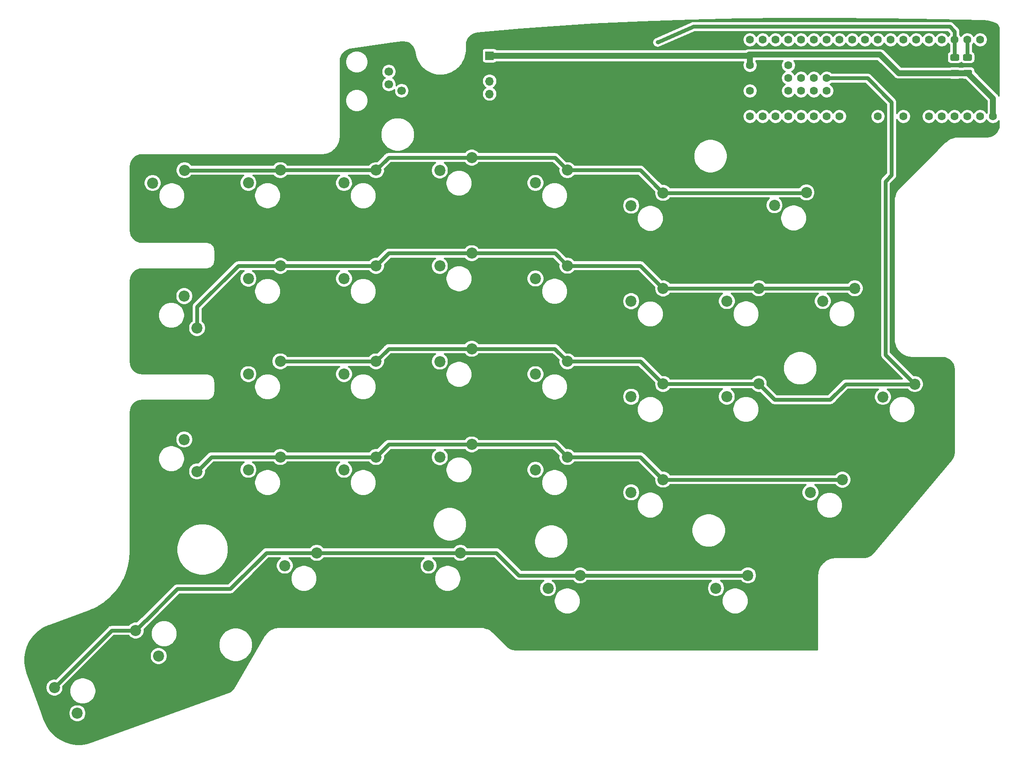
<source format=gtl>
G04 #@! TF.GenerationSoftware,KiCad,Pcbnew,5.1.9-73d0e3b20d~88~ubuntu20.04.1*
G04 #@! TF.CreationDate,2021-01-19T00:06:27+03:00*
G04 #@! TF.ProjectId,jeaex-right,6a656165-782d-4726-9967-68742e6b6963,rev?*
G04 #@! TF.SameCoordinates,Original*
G04 #@! TF.FileFunction,Copper,L1,Top*
G04 #@! TF.FilePolarity,Positive*
%FSLAX46Y46*%
G04 Gerber Fmt 4.6, Leading zero omitted, Abs format (unit mm)*
G04 Created by KiCad (PCBNEW 5.1.9-73d0e3b20d~88~ubuntu20.04.1) date 2021-01-19 00:06:27*
%MOMM*%
%LPD*%
G01*
G04 APERTURE LIST*
G04 #@! TA.AperFunction,ComponentPad*
%ADD10C,1.600000*%
G04 #@! TD*
G04 #@! TA.AperFunction,ComponentPad*
%ADD11R,1.600000X1.600000*%
G04 #@! TD*
G04 #@! TA.AperFunction,ComponentPad*
%ADD12O,1.700000X1.700000*%
G04 #@! TD*
G04 #@! TA.AperFunction,ComponentPad*
%ADD13R,1.700000X1.700000*%
G04 #@! TD*
G04 #@! TA.AperFunction,ComponentPad*
%ADD14C,1.700000*%
G04 #@! TD*
G04 #@! TA.AperFunction,ComponentPad*
%ADD15C,2.200000*%
G04 #@! TD*
G04 #@! TA.AperFunction,ViaPad*
%ADD16C,0.800000*%
G04 #@! TD*
G04 #@! TA.AperFunction,Conductor*
%ADD17C,0.800000*%
G04 #@! TD*
G04 #@! TA.AperFunction,Conductor*
%ADD18C,1.200000*%
G04 #@! TD*
G04 #@! TA.AperFunction,Conductor*
%ADD19C,0.300000*%
G04 #@! TD*
G04 #@! TA.AperFunction,Conductor*
%ADD20C,0.100000*%
G04 #@! TD*
G04 APERTURE END LIST*
G04 #@! TO.P,R3,2*
G04 #@! TO.N,/SCL*
G04 #@! TA.AperFunction,SMDPad,CuDef*
G36*
G01*
X287685000Y-81260000D02*
X286435000Y-81260000D01*
G75*
G02*
X286185000Y-81010000I0J250000D01*
G01*
X286185000Y-80210000D01*
G75*
G02*
X286435000Y-79960000I250000J0D01*
G01*
X287685000Y-79960000D01*
G75*
G02*
X287935000Y-80210000I0J-250000D01*
G01*
X287935000Y-81010000D01*
G75*
G02*
X287685000Y-81260000I-250000J0D01*
G01*
G37*
G04 #@! TD.AperFunction*
G04 #@! TO.P,R3,1*
G04 #@! TO.N,/VCC*
G04 #@! TA.AperFunction,SMDPad,CuDef*
G36*
G01*
X287685000Y-84360000D02*
X286435000Y-84360000D01*
G75*
G02*
X286185000Y-84110000I0J250000D01*
G01*
X286185000Y-83310000D01*
G75*
G02*
X286435000Y-83060000I250000J0D01*
G01*
X287685000Y-83060000D01*
G75*
G02*
X287935000Y-83310000I0J-250000D01*
G01*
X287935000Y-84110000D01*
G75*
G02*
X287685000Y-84360000I-250000J0D01*
G01*
G37*
G04 #@! TD.AperFunction*
G04 #@! TD*
G04 #@! TO.P,R2,2*
G04 #@! TO.N,/SDA*
G04 #@! TA.AperFunction,SMDPad,CuDef*
G36*
G01*
X285155000Y-81260000D02*
X283905000Y-81260000D01*
G75*
G02*
X283655000Y-81010000I0J250000D01*
G01*
X283655000Y-80210000D01*
G75*
G02*
X283905000Y-79960000I250000J0D01*
G01*
X285155000Y-79960000D01*
G75*
G02*
X285405000Y-80210000I0J-250000D01*
G01*
X285405000Y-81010000D01*
G75*
G02*
X285155000Y-81260000I-250000J0D01*
G01*
G37*
G04 #@! TD.AperFunction*
G04 #@! TO.P,R2,1*
G04 #@! TO.N,/VCC*
G04 #@! TA.AperFunction,SMDPad,CuDef*
G36*
G01*
X285155000Y-84360000D02*
X283905000Y-84360000D01*
G75*
G02*
X283655000Y-84110000I0J250000D01*
G01*
X283655000Y-83310000D01*
G75*
G02*
X283905000Y-83060000I250000J0D01*
G01*
X285155000Y-83060000D01*
G75*
G02*
X285405000Y-83310000I0J-250000D01*
G01*
X285405000Y-84110000D01*
G75*
G02*
X285155000Y-84360000I-250000J0D01*
G01*
G37*
G04 #@! TD.AperFunction*
G04 #@! TD*
D10*
G04 #@! TO.P,U1,9*
G04 #@! TO.N,N/C*
X271820000Y-77100000D03*
G04 #@! TO.P,U1,10*
X269280000Y-77100000D03*
G04 #@! TO.P,U1,11*
X266740000Y-77100000D03*
G04 #@! TO.P,U1,8*
X274360000Y-77100000D03*
G04 #@! TO.P,U1,7*
X276900000Y-77100000D03*
G04 #@! TO.P,U1,6*
X279440000Y-77100000D03*
G04 #@! TO.P,U1,5*
X281980000Y-77100000D03*
G04 #@! TO.P,U1,4*
G04 #@! TO.N,/SDA*
X284520000Y-77100000D03*
G04 #@! TO.P,U1,3*
G04 #@! TO.N,/SCL*
X287060000Y-77100000D03*
G04 #@! TO.P,U1,2*
G04 #@! TO.N,N/C*
X289600000Y-77100000D03*
D11*
G04 #@! TO.P,U1,1*
G04 #@! TO.N,/GND*
X292140000Y-77100000D03*
D10*
G04 #@! TO.P,U1,12*
G04 #@! TO.N,N/C*
X264200000Y-77100000D03*
G04 #@! TO.P,U1,13*
X261660000Y-77100000D03*
G04 #@! TO.P,U1,14*
X259120000Y-77100000D03*
G04 #@! TO.P,U1,15*
X256580000Y-77100000D03*
G04 #@! TO.P,U1,16*
X254040000Y-77100000D03*
G04 #@! TO.P,U1,17*
G04 #@! TO.N,/KEYS_COL2*
X251500000Y-77100000D03*
G04 #@! TO.P,U1,18*
G04 #@! TO.N,N/C*
X248960000Y-77100000D03*
G04 #@! TO.P,U1,19*
X246420000Y-77100000D03*
G04 #@! TO.P,U1,20*
G04 #@! TO.N,/KEYS_COL1*
X243880000Y-77100000D03*
G04 #@! TO.P,U1,21*
G04 #@! TO.N,/VCC*
X243880000Y-82180000D03*
G04 #@! TO.P,U1,22*
G04 #@! TO.N,/GND*
X243880000Y-84720000D03*
G04 #@! TO.P,U1,23*
G04 #@! TO.N,Net-(R1-Pad2)*
X243880000Y-87260000D03*
G04 #@! TO.P,U1,24*
G04 #@! TO.N,/KEYS_COL4*
X243880000Y-92340000D03*
G04 #@! TO.P,U1,25*
G04 #@! TO.N,/KEYS_COL5*
X246420000Y-92340000D03*
G04 #@! TO.P,U1,26*
G04 #@! TO.N,/KEYS_COL6*
X248960000Y-92340000D03*
G04 #@! TO.P,U1,27*
G04 #@! TO.N,/KEYS_ROW5*
X251500000Y-92340000D03*
G04 #@! TO.P,U1,28*
G04 #@! TO.N,/KEYS_COL7*
X254040000Y-92340000D03*
G04 #@! TO.P,U1,29*
G04 #@! TO.N,/KEYS_ROW1*
X256580000Y-92340000D03*
G04 #@! TO.P,U1,30*
G04 #@! TO.N,/KEYS_ROW4*
X259120000Y-92340000D03*
G04 #@! TO.P,U1,31*
G04 #@! TO.N,/KEYS_ROW2*
X261660000Y-92340000D03*
G04 #@! TO.P,U1,33*
G04 #@! TO.N,/GND*
X266740000Y-92340000D03*
G04 #@! TO.P,U1,34*
G04 #@! TO.N,N/C*
X269280000Y-92340000D03*
G04 #@! TO.P,U1,36*
X274360000Y-92340000D03*
G04 #@! TO.P,U1,37*
G04 #@! TO.N,/GND*
X276900000Y-92340000D03*
G04 #@! TO.P,U1,38*
G04 #@! TO.N,N/C*
X279440000Y-92340000D03*
G04 #@! TO.P,U1,39*
X281980000Y-92340000D03*
G04 #@! TO.P,U1,40*
X284520000Y-92340000D03*
G04 #@! TO.P,U1,41*
X287060000Y-92340000D03*
G04 #@! TO.P,U1,42*
X289600000Y-92340000D03*
G04 #@! TO.P,U1,43*
G04 #@! TO.N,/VCC*
X292140000Y-92340000D03*
G04 #@! TO.P,U1,44*
G04 #@! TO.N,/KEYS_COL8*
X259120000Y-87260000D03*
G04 #@! TO.P,U1,45*
G04 #@! TO.N,N/C*
X256580000Y-87260000D03*
G04 #@! TO.P,U1,46*
X254040000Y-87260000D03*
G04 #@! TO.P,U1,47*
G04 #@! TO.N,/KEYS_COL3*
X251500000Y-87260000D03*
G04 #@! TO.P,U1,48*
G04 #@! TO.N,/KEYS_ROW3*
X259120000Y-84720000D03*
G04 #@! TO.P,U1,49*
G04 #@! TO.N,N/C*
X256580000Y-84720000D03*
G04 #@! TO.P,U1,50*
X254040000Y-84720000D03*
G04 #@! TO.P,U1,51*
X251500000Y-84720000D03*
G04 #@! TO.P,U1,52*
X251500000Y-82180000D03*
G04 #@! TD*
D12*
G04 #@! TO.P,J2,4*
G04 #@! TO.N,/SDA*
X192150000Y-87880000D03*
G04 #@! TO.P,J2,3*
G04 #@! TO.N,/SCL*
X192150000Y-85340000D03*
G04 #@! TO.P,J2,2*
G04 #@! TO.N,/GND*
X192150000Y-82800000D03*
D13*
G04 #@! TO.P,J2,1*
G04 #@! TO.N,/VCC*
X192150000Y-80260000D03*
G04 #@! TD*
D14*
G04 #@! TO.P,J1,4*
G04 #@! TO.N,/VCC*
X172150000Y-83425000D03*
G04 #@! TO.P,J1,2*
G04 #@! TO.N,/SDA*
X172150000Y-85965000D03*
G04 #@! TO.P,J1,3*
G04 #@! TO.N,/GND*
X174690000Y-84695000D03*
G04 #@! TO.P,J1,1*
G04 #@! TO.N,/SCL*
X174690000Y-87235000D03*
G04 #@! TD*
D15*
G04 #@! TO.P,SW1,1*
G04 #@! TO.N,/KEYS_ROW1*
X131560000Y-103020000D03*
G04 #@! TO.P,SW1,2*
G04 #@! TO.N,Net-(D1-Pad2)*
X125210000Y-105560000D03*
G04 #@! TD*
G04 #@! TO.P,SW2,1*
G04 #@! TO.N,/KEYS_ROW2*
X134050000Y-134390000D03*
G04 #@! TO.P,SW2,2*
G04 #@! TO.N,Net-(D2-Pad2)*
X131510000Y-128040000D03*
G04 #@! TD*
G04 #@! TO.P,SW3,2*
G04 #@! TO.N,Net-(D3-Pad2)*
X131510000Y-156530000D03*
G04 #@! TO.P,SW3,1*
G04 #@! TO.N,/KEYS_ROW4*
X134050000Y-162880000D03*
G04 #@! TD*
G04 #@! TO.P,SW4,1*
G04 #@! TO.N,/KEYS_ROW5*
X105720000Y-205850000D03*
G04 #@! TO.P,SW4,2*
G04 #@! TO.N,Net-(D4-Pad2)*
X110278647Y-210948317D03*
G04 #@! TD*
G04 #@! TO.P,SW5,2*
G04 #@! TO.N,Net-(D5-Pad2)*
X144240000Y-105540000D03*
G04 #@! TO.P,SW5,1*
G04 #@! TO.N,/KEYS_ROW1*
X150590000Y-103000000D03*
G04 #@! TD*
G04 #@! TO.P,SW6,2*
G04 #@! TO.N,Net-(D6-Pad2)*
X144240000Y-124550000D03*
G04 #@! TO.P,SW6,1*
G04 #@! TO.N,/KEYS_ROW2*
X150590000Y-122010000D03*
G04 #@! TD*
G04 #@! TO.P,SW7,2*
G04 #@! TO.N,Net-(D7-Pad2)*
X144240000Y-143540000D03*
G04 #@! TO.P,SW7,1*
G04 #@! TO.N,/KEYS_ROW3*
X150590000Y-141000000D03*
G04 #@! TD*
G04 #@! TO.P,SW8,1*
G04 #@! TO.N,/KEYS_ROW4*
X150590000Y-160010000D03*
G04 #@! TO.P,SW8,2*
G04 #@! TO.N,Net-(D8-Pad2)*
X144240000Y-162550000D03*
G04 #@! TD*
G04 #@! TO.P,SW9,2*
G04 #@! TO.N,Net-(D9-Pad2)*
X126426277Y-199578960D03*
G04 #@! TO.P,SW9,1*
G04 #@! TO.N,/KEYS_ROW5*
X121867630Y-194480643D03*
G04 #@! TD*
G04 #@! TO.P,SW10,1*
G04 #@! TO.N,/KEYS_ROW1*
X169580000Y-103010000D03*
G04 #@! TO.P,SW10,2*
G04 #@! TO.N,Net-(D10-Pad2)*
X163230000Y-105550000D03*
G04 #@! TD*
G04 #@! TO.P,SW11,2*
G04 #@! TO.N,Net-(D11-Pad2)*
X163240000Y-124550000D03*
G04 #@! TO.P,SW11,1*
G04 #@! TO.N,/KEYS_ROW2*
X169590000Y-122010000D03*
G04 #@! TD*
G04 #@! TO.P,SW12,1*
G04 #@! TO.N,/KEYS_ROW3*
X169590000Y-141000000D03*
G04 #@! TO.P,SW12,2*
G04 #@! TO.N,Net-(D12-Pad2)*
X163240000Y-143540000D03*
G04 #@! TD*
G04 #@! TO.P,SW13,2*
G04 #@! TO.N,Net-(D13-Pad2)*
X163240000Y-162550000D03*
G04 #@! TO.P,SW13,1*
G04 #@! TO.N,/KEYS_ROW4*
X169590000Y-160010000D03*
G04 #@! TD*
G04 #@! TO.P,SW14,1*
G04 #@! TO.N,/KEYS_ROW5*
X157830000Y-179060000D03*
G04 #@! TO.P,SW14,2*
G04 #@! TO.N,Net-(D14-Pad2)*
X151480000Y-181600000D03*
G04 #@! TD*
G04 #@! TO.P,SW15,2*
G04 #@! TO.N,Net-(D15-Pad2)*
X182260000Y-103040000D03*
G04 #@! TO.P,SW15,1*
G04 #@! TO.N,/KEYS_ROW1*
X188610000Y-100500000D03*
G04 #@! TD*
G04 #@! TO.P,SW16,2*
G04 #@! TO.N,Net-(D16-Pad2)*
X182260000Y-122050000D03*
G04 #@! TO.P,SW16,1*
G04 #@! TO.N,/KEYS_ROW2*
X188610000Y-119510000D03*
G04 #@! TD*
G04 #@! TO.P,SW17,1*
G04 #@! TO.N,/KEYS_ROW3*
X188610000Y-138500000D03*
G04 #@! TO.P,SW17,2*
G04 #@! TO.N,Net-(D17-Pad2)*
X182260000Y-141040000D03*
G04 #@! TD*
G04 #@! TO.P,SW18,1*
G04 #@! TO.N,/KEYS_ROW4*
X188610000Y-157510000D03*
G04 #@! TO.P,SW18,2*
G04 #@! TO.N,Net-(D18-Pad2)*
X182260000Y-160050000D03*
G04 #@! TD*
G04 #@! TO.P,SW19,2*
G04 #@! TO.N,Net-(D19-Pad2)*
X180020000Y-181600000D03*
G04 #@! TO.P,SW19,1*
G04 #@! TO.N,/KEYS_ROW5*
X186370000Y-179060000D03*
G04 #@! TD*
G04 #@! TO.P,SW20,1*
G04 #@! TO.N,/KEYS_ROW1*
X207610000Y-103000000D03*
G04 #@! TO.P,SW20,2*
G04 #@! TO.N,Net-(D20-Pad2)*
X201260000Y-105540000D03*
G04 #@! TD*
G04 #@! TO.P,SW21,2*
G04 #@! TO.N,Net-(D21-Pad2)*
X201260000Y-124540000D03*
G04 #@! TO.P,SW21,1*
G04 #@! TO.N,/KEYS_ROW2*
X207610000Y-122000000D03*
G04 #@! TD*
G04 #@! TO.P,SW22,2*
G04 #@! TO.N,Net-(D22-Pad2)*
X201260000Y-143550000D03*
G04 #@! TO.P,SW22,1*
G04 #@! TO.N,/KEYS_ROW3*
X207610000Y-141010000D03*
G04 #@! TD*
G04 #@! TO.P,SW23,1*
G04 #@! TO.N,/KEYS_ROW4*
X207610000Y-160010000D03*
G04 #@! TO.P,SW23,2*
G04 #@! TO.N,Net-(D23-Pad2)*
X201260000Y-162550000D03*
G04 #@! TD*
G04 #@! TO.P,SW24,1*
G04 #@! TO.N,/KEYS_ROW5*
X210110000Y-183550000D03*
G04 #@! TO.P,SW24,2*
G04 #@! TO.N,Net-(D24-Pad2)*
X203760000Y-186090000D03*
G04 #@! TD*
G04 #@! TO.P,SW25,1*
G04 #@! TO.N,/KEYS_ROW1*
X226610000Y-107510000D03*
G04 #@! TO.P,SW25,2*
G04 #@! TO.N,Net-(D25-Pad2)*
X220260000Y-110050000D03*
G04 #@! TD*
G04 #@! TO.P,SW26,2*
G04 #@! TO.N,Net-(D26-Pad2)*
X220260000Y-129050000D03*
G04 #@! TO.P,SW26,1*
G04 #@! TO.N,/KEYS_ROW2*
X226610000Y-126510000D03*
G04 #@! TD*
G04 #@! TO.P,SW27,1*
G04 #@! TO.N,/KEYS_ROW3*
X226610000Y-145500000D03*
G04 #@! TO.P,SW27,2*
G04 #@! TO.N,Net-(D27-Pad2)*
X220260000Y-148040000D03*
G04 #@! TD*
G04 #@! TO.P,SW28,1*
G04 #@! TO.N,/KEYS_ROW4*
X226610000Y-164500000D03*
G04 #@! TO.P,SW28,2*
G04 #@! TO.N,Net-(D28-Pad2)*
X220260000Y-167040000D03*
G04 #@! TD*
G04 #@! TO.P,SW29,2*
G04 #@! TO.N,Net-(D29-Pad2)*
X237110000Y-186080000D03*
G04 #@! TO.P,SW29,1*
G04 #@! TO.N,/KEYS_ROW5*
X243460000Y-183540000D03*
G04 #@! TD*
G04 #@! TO.P,SW30,1*
G04 #@! TO.N,/KEYS_ROW1*
X255070000Y-107430000D03*
G04 #@! TO.P,SW30,2*
G04 #@! TO.N,Net-(D30-Pad2)*
X248720000Y-109970000D03*
G04 #@! TD*
G04 #@! TO.P,SW31,2*
G04 #@! TO.N,Net-(D31-Pad2)*
X239260000Y-129020000D03*
G04 #@! TO.P,SW31,1*
G04 #@! TO.N,/KEYS_ROW2*
X245610000Y-126480000D03*
G04 #@! TD*
G04 #@! TO.P,SW32,1*
G04 #@! TO.N,/KEYS_ROW3*
X245600000Y-145480000D03*
G04 #@! TO.P,SW32,2*
G04 #@! TO.N,Net-(D32-Pad2)*
X239250000Y-148020000D03*
G04 #@! TD*
G04 #@! TO.P,SW33,1*
G04 #@! TO.N,/KEYS_ROW4*
X262210000Y-164530000D03*
G04 #@! TO.P,SW33,2*
G04 #@! TO.N,Net-(D33-Pad2)*
X255860000Y-167070000D03*
G04 #@! TD*
G04 #@! TO.P,SW34,2*
G04 #@! TO.N,Net-(D34-Pad2)*
X258310000Y-129020000D03*
G04 #@! TO.P,SW34,1*
G04 #@! TO.N,/KEYS_ROW2*
X264660000Y-126480000D03*
G04 #@! TD*
G04 #@! TO.P,SW35,1*
G04 #@! TO.N,/KEYS_ROW3*
X276610000Y-145520000D03*
G04 #@! TO.P,SW35,2*
G04 #@! TO.N,Net-(D35-Pad2)*
X270260000Y-148060000D03*
G04 #@! TD*
D16*
G04 #@! TO.N,/SDA*
X225520000Y-77600000D03*
G04 #@! TO.N,/GND*
X204430000Y-84520000D03*
X220810000Y-89750000D03*
G04 #@! TD*
D17*
G04 #@! TO.N,/SDA*
X284520000Y-80600000D02*
X284530000Y-80610000D01*
X284520000Y-77100000D02*
X284520000Y-80600000D01*
X283560000Y-74460000D02*
X284520000Y-75420000D01*
X284520000Y-75420000D02*
X284520000Y-77100000D01*
X232670000Y-74460000D02*
X283560000Y-74460000D01*
X225520000Y-77600000D02*
X232670000Y-74460000D01*
D18*
G04 #@! TO.N,/GND*
X243880000Y-84720000D02*
X246440000Y-84720000D01*
X246440000Y-84720000D02*
X247850000Y-86130000D01*
X247850000Y-86130000D02*
X247850000Y-88980000D01*
X247850000Y-88980000D02*
X248470000Y-89600000D01*
X248470000Y-89600000D02*
X265590000Y-89600000D01*
X266740000Y-90750000D02*
X266740000Y-92340000D01*
X265590000Y-89600000D02*
X266740000Y-90750000D01*
D17*
X175095000Y-85100000D02*
X174690000Y-84695000D01*
X192150000Y-82800000D02*
X229380000Y-82800000D01*
X231300000Y-84720000D02*
X237250000Y-84720000D01*
X229380000Y-82800000D02*
X231300000Y-84720000D01*
X237250000Y-84720000D02*
X236490000Y-84720000D01*
X243880000Y-84720000D02*
X237250000Y-84720000D01*
G04 #@! TO.N,/SCL*
X287060000Y-80520000D02*
X287050000Y-80530000D01*
X287060000Y-77100000D02*
X287060000Y-80520000D01*
D18*
G04 #@! TO.N,/VCC*
X292140000Y-92340000D02*
X292140000Y-88720000D01*
X284530000Y-83710000D02*
X273350000Y-83710000D01*
X269690000Y-80050000D02*
X246010000Y-80050000D01*
X273350000Y-83710000D02*
X269690000Y-80050000D01*
X243420000Y-80260000D02*
X243630000Y-80050000D01*
X192150000Y-80260000D02*
X243420000Y-80260000D01*
X246010000Y-80050000D02*
X243630000Y-80050000D01*
X243880000Y-80720000D02*
X243420000Y-80260000D01*
X243880000Y-82180000D02*
X243880000Y-80720000D01*
X284530000Y-83710000D02*
X287060000Y-83710000D01*
X287130000Y-83710000D02*
X292140000Y-88720000D01*
X287060000Y-83710000D02*
X287130000Y-83710000D01*
D17*
G04 #@! TO.N,/KEYS_ROW1*
X150570000Y-103020000D02*
X150590000Y-103000000D01*
X131560000Y-103020000D02*
X150570000Y-103020000D01*
X169570000Y-103000000D02*
X169580000Y-103010000D01*
X150590000Y-103000000D02*
X169570000Y-103000000D01*
X172090000Y-100500000D02*
X169580000Y-103010000D01*
X188610000Y-100500000D02*
X172090000Y-100500000D01*
X205110000Y-100500000D02*
X207610000Y-103000000D01*
X188610000Y-100500000D02*
X205110000Y-100500000D01*
X222100000Y-103000000D02*
X226610000Y-107510000D01*
X207610000Y-103000000D02*
X222100000Y-103000000D01*
X254990000Y-107510000D02*
X255070000Y-107430000D01*
X226610000Y-107510000D02*
X254990000Y-107510000D01*
G04 #@! TO.N,/KEYS_ROW2*
X226640000Y-126480000D02*
X226610000Y-126510000D01*
X264660000Y-126480000D02*
X226640000Y-126480000D01*
X222100000Y-122000000D02*
X226610000Y-126510000D01*
X207610000Y-122000000D02*
X222100000Y-122000000D01*
X205120000Y-119510000D02*
X207610000Y-122000000D01*
X188610000Y-119510000D02*
X205120000Y-119510000D01*
X172090000Y-119510000D02*
X169590000Y-122010000D01*
X188610000Y-119510000D02*
X172090000Y-119510000D01*
X150590000Y-122010000D02*
X169590000Y-122010000D01*
X134050000Y-134390000D02*
X134050000Y-130160000D01*
X142200000Y-122010000D02*
X150590000Y-122010000D01*
X134050000Y-130160000D02*
X142200000Y-122010000D01*
G04 #@! TO.N,/KEYS_ROW4*
X226640000Y-164530000D02*
X226610000Y-164500000D01*
X262210000Y-164530000D02*
X226640000Y-164530000D01*
X222120000Y-160010000D02*
X226610000Y-164500000D01*
X207610000Y-160010000D02*
X222120000Y-160010000D01*
X205110000Y-157510000D02*
X207610000Y-160010000D01*
X188610000Y-157510000D02*
X205110000Y-157510000D01*
X172090000Y-157510000D02*
X169590000Y-160010000D01*
X188610000Y-157510000D02*
X172090000Y-157510000D01*
X169590000Y-160010000D02*
X150590000Y-160010000D01*
X136920000Y-160010000D02*
X134050000Y-162880000D01*
X150590000Y-160010000D02*
X136920000Y-160010000D01*
G04 #@! TO.N,/KEYS_ROW5*
X117089357Y-194480643D02*
X105720000Y-205850000D01*
X121867630Y-194480643D02*
X117089357Y-194480643D01*
X157830000Y-179060000D02*
X186370000Y-179060000D01*
X140670000Y-186210000D02*
X147820000Y-179060000D01*
X130150000Y-186210000D02*
X140670000Y-186210000D01*
X147820000Y-179060000D02*
X157830000Y-179060000D01*
X123830001Y-192529999D02*
X130150000Y-186210000D01*
X123818274Y-192529999D02*
X123830001Y-192529999D01*
X121867630Y-194480643D02*
X123818274Y-192529999D01*
X186370000Y-179060000D02*
X193500000Y-179060000D01*
X197990000Y-183550000D02*
X210110000Y-183550000D01*
X193500000Y-179060000D02*
X197990000Y-183550000D01*
X243450000Y-183550000D02*
X243460000Y-183540000D01*
X210110000Y-183550000D02*
X243450000Y-183550000D01*
G04 #@! TO.N,/KEYS_ROW3*
X276610000Y-145520000D02*
X262890000Y-145520000D01*
X262890000Y-145520000D02*
X259790000Y-148620000D01*
X248740000Y-148620000D02*
X245600000Y-145480000D01*
X259790000Y-148620000D02*
X248740000Y-148620000D01*
X226630000Y-145480000D02*
X226610000Y-145500000D01*
X245600000Y-145480000D02*
X226630000Y-145480000D01*
X222120000Y-141010000D02*
X226610000Y-145500000D01*
X207610000Y-141010000D02*
X222120000Y-141010000D01*
X205100000Y-138500000D02*
X207610000Y-141010000D01*
X188610000Y-138500000D02*
X205100000Y-138500000D01*
X172090000Y-138500000D02*
X169590000Y-141000000D01*
X188610000Y-138500000D02*
X172090000Y-138500000D01*
X169590000Y-141000000D02*
X150590000Y-141000000D01*
X270770000Y-139680000D02*
X276610000Y-145520000D01*
X270770000Y-105220000D02*
X270770000Y-139680000D01*
X271990000Y-104000000D02*
X270770000Y-105220000D01*
X271990000Y-89520000D02*
X271990000Y-104000000D01*
X267190000Y-84720000D02*
X271990000Y-89520000D01*
X259120000Y-84720000D02*
X267190000Y-84720000D01*
G04 #@! TD*
D19*
G04 #@! TO.N,/GND*
X270082580Y-73012974D02*
X276788193Y-73097986D01*
X290132322Y-73325670D01*
X291093322Y-73415435D01*
X292017559Y-73643071D01*
X292476733Y-73814163D01*
X292720604Y-73945943D01*
X292919413Y-74110326D01*
X293082505Y-74310192D01*
X293203667Y-74537924D01*
X293278292Y-74784865D01*
X293306767Y-75074508D01*
X293306768Y-88260201D01*
X293300437Y-88239331D01*
X293184366Y-88022177D01*
X293028160Y-87831840D01*
X292980463Y-87792696D01*
X288588145Y-83400379D01*
X288588145Y-83310000D01*
X288570791Y-83133805D01*
X288519397Y-82964381D01*
X288435938Y-82808240D01*
X288323620Y-82671380D01*
X288186760Y-82559062D01*
X288030619Y-82475603D01*
X287861195Y-82424209D01*
X287685000Y-82406855D01*
X286435000Y-82406855D01*
X286258805Y-82424209D01*
X286140817Y-82460000D01*
X285449183Y-82460000D01*
X285331195Y-82424209D01*
X285155000Y-82406855D01*
X283905000Y-82406855D01*
X283728805Y-82424209D01*
X283610817Y-82460000D01*
X273867767Y-82460000D01*
X270617309Y-79209543D01*
X270578160Y-79161840D01*
X270387823Y-79005634D01*
X270170669Y-78889563D01*
X269935043Y-78818087D01*
X269751405Y-78800000D01*
X269751398Y-78800000D01*
X269690000Y-78793953D01*
X269628602Y-78800000D01*
X243691405Y-78800000D01*
X243630000Y-78793952D01*
X243540600Y-78802757D01*
X243384957Y-78818087D01*
X243149331Y-78889563D01*
X242932177Y-79005634D01*
X242926857Y-79010000D01*
X193512596Y-79010000D01*
X193461843Y-78948157D01*
X193362868Y-78866930D01*
X193249948Y-78806573D01*
X193127422Y-78769405D01*
X193000000Y-78756855D01*
X191300000Y-78756855D01*
X191172578Y-78769405D01*
X191050052Y-78806573D01*
X190937132Y-78866930D01*
X190838157Y-78948157D01*
X190756930Y-79047132D01*
X190696573Y-79160052D01*
X190659405Y-79282578D01*
X190646855Y-79410000D01*
X190646855Y-81110000D01*
X190659405Y-81237422D01*
X190696573Y-81359948D01*
X190756930Y-81472868D01*
X190838157Y-81571843D01*
X190937132Y-81653070D01*
X191050052Y-81713427D01*
X191172578Y-81750595D01*
X191300000Y-81763145D01*
X193000000Y-81763145D01*
X193127422Y-81750595D01*
X193249948Y-81713427D01*
X193362868Y-81653070D01*
X193461843Y-81571843D01*
X193512596Y-81510000D01*
X242588055Y-81510000D01*
X242485723Y-81757051D01*
X242430000Y-82037187D01*
X242430000Y-82322813D01*
X242485723Y-82602949D01*
X242595027Y-82866833D01*
X242753711Y-83104321D01*
X242955679Y-83306289D01*
X243193167Y-83464973D01*
X243457051Y-83574277D01*
X243737187Y-83630000D01*
X244022813Y-83630000D01*
X244302949Y-83574277D01*
X244566833Y-83464973D01*
X244804321Y-83306289D01*
X245006289Y-83104321D01*
X245164973Y-82866833D01*
X245274277Y-82602949D01*
X245330000Y-82322813D01*
X245330000Y-82037187D01*
X245274277Y-81757051D01*
X245164973Y-81493167D01*
X245130000Y-81440826D01*
X245130000Y-81300000D01*
X250344097Y-81300000D01*
X250215027Y-81493167D01*
X250105723Y-81757051D01*
X250050000Y-82037187D01*
X250050000Y-82322813D01*
X250105723Y-82602949D01*
X250215027Y-82866833D01*
X250373711Y-83104321D01*
X250575679Y-83306289D01*
X250790758Y-83450000D01*
X250575679Y-83593711D01*
X250373711Y-83795679D01*
X250215027Y-84033167D01*
X250105723Y-84297051D01*
X250050000Y-84577187D01*
X250050000Y-84862813D01*
X250105723Y-85142949D01*
X250215027Y-85406833D01*
X250373711Y-85644321D01*
X250575679Y-85846289D01*
X250790758Y-85990000D01*
X250575679Y-86133711D01*
X250373711Y-86335679D01*
X250215027Y-86573167D01*
X250105723Y-86837051D01*
X250050000Y-87117187D01*
X250050000Y-87402813D01*
X250105723Y-87682949D01*
X250215027Y-87946833D01*
X250373711Y-88184321D01*
X250575679Y-88386289D01*
X250813167Y-88544973D01*
X251077051Y-88654277D01*
X251357187Y-88710000D01*
X251642813Y-88710000D01*
X251922949Y-88654277D01*
X252186833Y-88544973D01*
X252424321Y-88386289D01*
X252626289Y-88184321D01*
X252770000Y-87969242D01*
X252913711Y-88184321D01*
X253115679Y-88386289D01*
X253353167Y-88544973D01*
X253617051Y-88654277D01*
X253897187Y-88710000D01*
X254182813Y-88710000D01*
X254462949Y-88654277D01*
X254726833Y-88544973D01*
X254964321Y-88386289D01*
X255166289Y-88184321D01*
X255310000Y-87969242D01*
X255453711Y-88184321D01*
X255655679Y-88386289D01*
X255893167Y-88544973D01*
X256157051Y-88654277D01*
X256437187Y-88710000D01*
X256722813Y-88710000D01*
X257002949Y-88654277D01*
X257266833Y-88544973D01*
X257504321Y-88386289D01*
X257706289Y-88184321D01*
X257850000Y-87969242D01*
X257993711Y-88184321D01*
X258195679Y-88386289D01*
X258433167Y-88544973D01*
X258697051Y-88654277D01*
X258977187Y-88710000D01*
X259262813Y-88710000D01*
X259542949Y-88654277D01*
X259806833Y-88544973D01*
X260044321Y-88386289D01*
X260246289Y-88184321D01*
X260404973Y-87946833D01*
X260514277Y-87682949D01*
X260570000Y-87402813D01*
X260570000Y-87117187D01*
X260514277Y-86837051D01*
X260404973Y-86573167D01*
X260246289Y-86335679D01*
X260044321Y-86133711D01*
X259829242Y-85990000D01*
X260044321Y-85846289D01*
X260120610Y-85770000D01*
X266755077Y-85770000D01*
X270940000Y-89954925D01*
X270940001Y-103565075D01*
X270064014Y-104441063D01*
X270023946Y-104473946D01*
X269892733Y-104633829D01*
X269795233Y-104816239D01*
X269735193Y-105014165D01*
X269720000Y-105168423D01*
X269720000Y-105168432D01*
X269714921Y-105220000D01*
X269720000Y-105271568D01*
X269720001Y-139628422D01*
X269714921Y-139680000D01*
X269720001Y-139731578D01*
X269735194Y-139885836D01*
X269746023Y-139921535D01*
X269795233Y-140083761D01*
X269892733Y-140266171D01*
X269956550Y-140343931D01*
X270023947Y-140426054D01*
X270064010Y-140458933D01*
X274075076Y-144470000D01*
X262941567Y-144470000D01*
X262889999Y-144464921D01*
X262838431Y-144470000D01*
X262838422Y-144470000D01*
X262684164Y-144485193D01*
X262486238Y-144545233D01*
X262303828Y-144642733D01*
X262201555Y-144726667D01*
X262143946Y-144773946D01*
X262111068Y-144814008D01*
X259355077Y-147570000D01*
X249174924Y-147570000D01*
X247334617Y-145729694D01*
X247350000Y-145652360D01*
X247350000Y-145307640D01*
X247282749Y-144969544D01*
X247150830Y-144651064D01*
X246959314Y-144364440D01*
X246715560Y-144120686D01*
X246428936Y-143929170D01*
X246110456Y-143797251D01*
X245772360Y-143730000D01*
X245427640Y-143730000D01*
X245089544Y-143797251D01*
X244771064Y-143929170D01*
X244484440Y-144120686D01*
X244240686Y-144364440D01*
X244196880Y-144430000D01*
X227999756Y-144430000D01*
X227969314Y-144384440D01*
X227725560Y-144140686D01*
X227438936Y-143949170D01*
X227120456Y-143817251D01*
X226782360Y-143750000D01*
X226437640Y-143750000D01*
X226360306Y-143765383D01*
X224620052Y-142025129D01*
X250440000Y-142025129D01*
X250440000Y-142694871D01*
X250570660Y-143351743D01*
X250826959Y-143970504D01*
X251199048Y-144527374D01*
X251672626Y-145000952D01*
X252229496Y-145373041D01*
X252848257Y-145629340D01*
X253505129Y-145760000D01*
X254174871Y-145760000D01*
X254831743Y-145629340D01*
X255450504Y-145373041D01*
X256007374Y-145000952D01*
X256480952Y-144527374D01*
X256853041Y-143970504D01*
X257109340Y-143351743D01*
X257240000Y-142694871D01*
X257240000Y-142025129D01*
X257109340Y-141368257D01*
X256853041Y-140749496D01*
X256480952Y-140192626D01*
X256007374Y-139719048D01*
X255450504Y-139346959D01*
X254831743Y-139090660D01*
X254174871Y-138960000D01*
X253505129Y-138960000D01*
X252848257Y-139090660D01*
X252229496Y-139346959D01*
X251672626Y-139719048D01*
X251199048Y-140192626D01*
X250826959Y-140749496D01*
X250570660Y-141368257D01*
X250440000Y-142025129D01*
X224620052Y-142025129D01*
X222898937Y-140304014D01*
X222866054Y-140263946D01*
X222706171Y-140132733D01*
X222523762Y-140035233D01*
X222325836Y-139975193D01*
X222171578Y-139960000D01*
X222171568Y-139960000D01*
X222120000Y-139954921D01*
X222068432Y-139960000D01*
X209013120Y-139960000D01*
X208969314Y-139894440D01*
X208725560Y-139650686D01*
X208438936Y-139459170D01*
X208120456Y-139327251D01*
X207782360Y-139260000D01*
X207437640Y-139260000D01*
X207360306Y-139275383D01*
X205878937Y-137794014D01*
X205846054Y-137753946D01*
X205686171Y-137622733D01*
X205503762Y-137525233D01*
X205305836Y-137465193D01*
X205151578Y-137450000D01*
X205151568Y-137450000D01*
X205100000Y-137444921D01*
X205048432Y-137450000D01*
X190013120Y-137450000D01*
X189969314Y-137384440D01*
X189725560Y-137140686D01*
X189438936Y-136949170D01*
X189120456Y-136817251D01*
X188782360Y-136750000D01*
X188437640Y-136750000D01*
X188099544Y-136817251D01*
X187781064Y-136949170D01*
X187494440Y-137140686D01*
X187250686Y-137384440D01*
X187206880Y-137450000D01*
X172141571Y-137450000D01*
X172090000Y-137444921D01*
X172038429Y-137450000D01*
X172038422Y-137450000D01*
X171884164Y-137465193D01*
X171686238Y-137525233D01*
X171503829Y-137622733D01*
X171343946Y-137753946D01*
X171311067Y-137794009D01*
X169839694Y-139265383D01*
X169762360Y-139250000D01*
X169417640Y-139250000D01*
X169079544Y-139317251D01*
X168761064Y-139449170D01*
X168474440Y-139640686D01*
X168230686Y-139884440D01*
X168186880Y-139950000D01*
X151993120Y-139950000D01*
X151949314Y-139884440D01*
X151705560Y-139640686D01*
X151418936Y-139449170D01*
X151100456Y-139317251D01*
X150762360Y-139250000D01*
X150417640Y-139250000D01*
X150079544Y-139317251D01*
X149761064Y-139449170D01*
X149474440Y-139640686D01*
X149230686Y-139884440D01*
X149039170Y-140171064D01*
X148907251Y-140489544D01*
X148840000Y-140827640D01*
X148840000Y-141172360D01*
X148907251Y-141510456D01*
X149039170Y-141828936D01*
X149230686Y-142115560D01*
X149474440Y-142359314D01*
X149761064Y-142550830D01*
X150079544Y-142682749D01*
X150417640Y-142750000D01*
X150762360Y-142750000D01*
X151100456Y-142682749D01*
X151418936Y-142550830D01*
X151705560Y-142359314D01*
X151949314Y-142115560D01*
X151993120Y-142050000D01*
X162320025Y-142050000D01*
X162124440Y-142180686D01*
X161880686Y-142424440D01*
X161689170Y-142711064D01*
X161557251Y-143029544D01*
X161490000Y-143367640D01*
X161490000Y-143712360D01*
X161557251Y-144050456D01*
X161689170Y-144368936D01*
X161880686Y-144655560D01*
X162124440Y-144899314D01*
X162411064Y-145090830D01*
X162729544Y-145222749D01*
X163067640Y-145290000D01*
X163412360Y-145290000D01*
X163750456Y-145222749D01*
X164068936Y-145090830D01*
X164355560Y-144899314D01*
X164599314Y-144655560D01*
X164790830Y-144368936D01*
X164922749Y-144050456D01*
X164990000Y-143712360D01*
X164990000Y-143367640D01*
X164980325Y-143318998D01*
X183420000Y-143318998D01*
X183420000Y-143841002D01*
X183521838Y-144352976D01*
X183721601Y-144835246D01*
X184011611Y-145269276D01*
X184380724Y-145638389D01*
X184814754Y-145928399D01*
X185297024Y-146128162D01*
X185808998Y-146230000D01*
X186331002Y-146230000D01*
X186842976Y-146128162D01*
X187325246Y-145928399D01*
X187474009Y-145828998D01*
X202420000Y-145828998D01*
X202420000Y-146351002D01*
X202521838Y-146862976D01*
X202721601Y-147345246D01*
X203011611Y-147779276D01*
X203380724Y-148148389D01*
X203814754Y-148438399D01*
X204297024Y-148638162D01*
X204808998Y-148740000D01*
X205331002Y-148740000D01*
X205842976Y-148638162D01*
X206325246Y-148438399D01*
X206759276Y-148148389D01*
X207040025Y-147867640D01*
X218510000Y-147867640D01*
X218510000Y-148212360D01*
X218577251Y-148550456D01*
X218709170Y-148868936D01*
X218900686Y-149155560D01*
X219144440Y-149399314D01*
X219431064Y-149590830D01*
X219749544Y-149722749D01*
X220087640Y-149790000D01*
X220432360Y-149790000D01*
X220770456Y-149722749D01*
X221088936Y-149590830D01*
X221375560Y-149399314D01*
X221619314Y-149155560D01*
X221810830Y-148868936D01*
X221942749Y-148550456D01*
X222010000Y-148212360D01*
X222010000Y-147867640D01*
X221942749Y-147529544D01*
X221810830Y-147211064D01*
X221619314Y-146924440D01*
X221375560Y-146680686D01*
X221088936Y-146489170D01*
X220770456Y-146357251D01*
X220432360Y-146290000D01*
X220087640Y-146290000D01*
X219749544Y-146357251D01*
X219431064Y-146489170D01*
X219144440Y-146680686D01*
X218900686Y-146924440D01*
X218709170Y-147211064D01*
X218577251Y-147529544D01*
X218510000Y-147867640D01*
X207040025Y-147867640D01*
X207128389Y-147779276D01*
X207418399Y-147345246D01*
X207618162Y-146862976D01*
X207720000Y-146351002D01*
X207720000Y-145828998D01*
X207618162Y-145317024D01*
X207418399Y-144834754D01*
X207128389Y-144400724D01*
X206759276Y-144031611D01*
X206325246Y-143741601D01*
X205842976Y-143541838D01*
X205331002Y-143440000D01*
X204808998Y-143440000D01*
X204297024Y-143541838D01*
X203814754Y-143741601D01*
X203380724Y-144031611D01*
X203011611Y-144400724D01*
X202721601Y-144834754D01*
X202521838Y-145317024D01*
X202420000Y-145828998D01*
X187474009Y-145828998D01*
X187759276Y-145638389D01*
X188128389Y-145269276D01*
X188418399Y-144835246D01*
X188618162Y-144352976D01*
X188720000Y-143841002D01*
X188720000Y-143377640D01*
X199510000Y-143377640D01*
X199510000Y-143722360D01*
X199577251Y-144060456D01*
X199709170Y-144378936D01*
X199900686Y-144665560D01*
X200144440Y-144909314D01*
X200431064Y-145100830D01*
X200749544Y-145232749D01*
X201087640Y-145300000D01*
X201432360Y-145300000D01*
X201770456Y-145232749D01*
X202088936Y-145100830D01*
X202375560Y-144909314D01*
X202619314Y-144665560D01*
X202810830Y-144378936D01*
X202942749Y-144060456D01*
X203010000Y-143722360D01*
X203010000Y-143377640D01*
X202942749Y-143039544D01*
X202810830Y-142721064D01*
X202619314Y-142434440D01*
X202375560Y-142190686D01*
X202088936Y-141999170D01*
X201770456Y-141867251D01*
X201432360Y-141800000D01*
X201087640Y-141800000D01*
X200749544Y-141867251D01*
X200431064Y-141999170D01*
X200144440Y-142190686D01*
X199900686Y-142434440D01*
X199709170Y-142721064D01*
X199577251Y-143039544D01*
X199510000Y-143377640D01*
X188720000Y-143377640D01*
X188720000Y-143318998D01*
X188618162Y-142807024D01*
X188418399Y-142324754D01*
X188128389Y-141890724D01*
X187759276Y-141521611D01*
X187325246Y-141231601D01*
X186842976Y-141031838D01*
X186331002Y-140930000D01*
X185808998Y-140930000D01*
X185297024Y-141031838D01*
X184814754Y-141231601D01*
X184380724Y-141521611D01*
X184011611Y-141890724D01*
X183721601Y-142324754D01*
X183521838Y-142807024D01*
X183420000Y-143318998D01*
X164980325Y-143318998D01*
X164922749Y-143029544D01*
X164790830Y-142711064D01*
X164599314Y-142424440D01*
X164355560Y-142180686D01*
X164159975Y-142050000D01*
X168186880Y-142050000D01*
X168230686Y-142115560D01*
X168474440Y-142359314D01*
X168761064Y-142550830D01*
X169079544Y-142682749D01*
X169417640Y-142750000D01*
X169762360Y-142750000D01*
X170100456Y-142682749D01*
X170418936Y-142550830D01*
X170705560Y-142359314D01*
X170949314Y-142115560D01*
X171140830Y-141828936D01*
X171272749Y-141510456D01*
X171340000Y-141172360D01*
X171340000Y-140827640D01*
X171324617Y-140750306D01*
X172524924Y-139550000D01*
X181340025Y-139550000D01*
X181144440Y-139680686D01*
X180900686Y-139924440D01*
X180709170Y-140211064D01*
X180577251Y-140529544D01*
X180510000Y-140867640D01*
X180510000Y-141212360D01*
X180577251Y-141550456D01*
X180709170Y-141868936D01*
X180900686Y-142155560D01*
X181144440Y-142399314D01*
X181431064Y-142590830D01*
X181749544Y-142722749D01*
X182087640Y-142790000D01*
X182432360Y-142790000D01*
X182770456Y-142722749D01*
X183088936Y-142590830D01*
X183375560Y-142399314D01*
X183619314Y-142155560D01*
X183810830Y-141868936D01*
X183942749Y-141550456D01*
X184010000Y-141212360D01*
X184010000Y-140867640D01*
X183942749Y-140529544D01*
X183810830Y-140211064D01*
X183619314Y-139924440D01*
X183375560Y-139680686D01*
X183179975Y-139550000D01*
X187206880Y-139550000D01*
X187250686Y-139615560D01*
X187494440Y-139859314D01*
X187781064Y-140050830D01*
X188099544Y-140182749D01*
X188437640Y-140250000D01*
X188782360Y-140250000D01*
X189120456Y-140182749D01*
X189438936Y-140050830D01*
X189725560Y-139859314D01*
X189969314Y-139615560D01*
X190013120Y-139550000D01*
X204665077Y-139550000D01*
X205875383Y-140760306D01*
X205860000Y-140837640D01*
X205860000Y-141182360D01*
X205927251Y-141520456D01*
X206059170Y-141838936D01*
X206250686Y-142125560D01*
X206494440Y-142369314D01*
X206781064Y-142560830D01*
X207099544Y-142692749D01*
X207437640Y-142760000D01*
X207782360Y-142760000D01*
X208120456Y-142692749D01*
X208438936Y-142560830D01*
X208725560Y-142369314D01*
X208969314Y-142125560D01*
X209013120Y-142060000D01*
X221685077Y-142060000D01*
X224875383Y-145250306D01*
X224860000Y-145327640D01*
X224860000Y-145672360D01*
X224927251Y-146010456D01*
X225059170Y-146328936D01*
X225250686Y-146615560D01*
X225494440Y-146859314D01*
X225781064Y-147050830D01*
X226099544Y-147182749D01*
X226437640Y-147250000D01*
X226782360Y-147250000D01*
X227120456Y-147182749D01*
X227438936Y-147050830D01*
X227725560Y-146859314D01*
X227969314Y-146615560D01*
X228026483Y-146530000D01*
X238330025Y-146530000D01*
X238134440Y-146660686D01*
X237890686Y-146904440D01*
X237699170Y-147191064D01*
X237567251Y-147509544D01*
X237500000Y-147847640D01*
X237500000Y-148192360D01*
X237567251Y-148530456D01*
X237699170Y-148848936D01*
X237890686Y-149135560D01*
X238134440Y-149379314D01*
X238421064Y-149570830D01*
X238739544Y-149702749D01*
X239077640Y-149770000D01*
X239422360Y-149770000D01*
X239760456Y-149702749D01*
X240078936Y-149570830D01*
X240365560Y-149379314D01*
X240609314Y-149135560D01*
X240800830Y-148848936D01*
X240932749Y-148530456D01*
X241000000Y-148192360D01*
X241000000Y-147847640D01*
X240932749Y-147509544D01*
X240800830Y-147191064D01*
X240609314Y-146904440D01*
X240365560Y-146660686D01*
X240169975Y-146530000D01*
X244196880Y-146530000D01*
X244240686Y-146595560D01*
X244484440Y-146839314D01*
X244771064Y-147030830D01*
X245089544Y-147162749D01*
X245427640Y-147230000D01*
X245772360Y-147230000D01*
X245849694Y-147214617D01*
X247961067Y-149325991D01*
X247993946Y-149366054D01*
X248153829Y-149497267D01*
X248336238Y-149594767D01*
X248534164Y-149654807D01*
X248688422Y-149670000D01*
X248688429Y-149670000D01*
X248740000Y-149675079D01*
X248791571Y-149670000D01*
X259738432Y-149670000D01*
X259790000Y-149675079D01*
X259841568Y-149670000D01*
X259841578Y-149670000D01*
X259995836Y-149654807D01*
X260193762Y-149594767D01*
X260376171Y-149497267D01*
X260536054Y-149366054D01*
X260568937Y-149325986D01*
X263324924Y-146570000D01*
X269340025Y-146570000D01*
X269144440Y-146700686D01*
X268900686Y-146944440D01*
X268709170Y-147231064D01*
X268577251Y-147549544D01*
X268510000Y-147887640D01*
X268510000Y-148232360D01*
X268577251Y-148570456D01*
X268709170Y-148888936D01*
X268900686Y-149175560D01*
X269144440Y-149419314D01*
X269431064Y-149610830D01*
X269749544Y-149742749D01*
X270087640Y-149810000D01*
X270432360Y-149810000D01*
X270770456Y-149742749D01*
X271088936Y-149610830D01*
X271375560Y-149419314D01*
X271619314Y-149175560D01*
X271810830Y-148888936D01*
X271942749Y-148570456D01*
X272010000Y-148232360D01*
X272010000Y-147887640D01*
X271942749Y-147549544D01*
X271810830Y-147231064D01*
X271619314Y-146944440D01*
X271375560Y-146700686D01*
X271179975Y-146570000D01*
X275206880Y-146570000D01*
X275250686Y-146635560D01*
X275494440Y-146879314D01*
X275781064Y-147070830D01*
X276099544Y-147202749D01*
X276437640Y-147270000D01*
X276782360Y-147270000D01*
X277120456Y-147202749D01*
X277438936Y-147070830D01*
X277725560Y-146879314D01*
X277969314Y-146635560D01*
X278160830Y-146348936D01*
X278292749Y-146030456D01*
X278360000Y-145692360D01*
X278360000Y-145347640D01*
X278292749Y-145009544D01*
X278160830Y-144691064D01*
X277969314Y-144404440D01*
X277725560Y-144160686D01*
X277438936Y-143969170D01*
X277120456Y-143837251D01*
X276782360Y-143770000D01*
X276437640Y-143770000D01*
X276360307Y-143785382D01*
X271820000Y-139245077D01*
X271820000Y-105654923D01*
X272695991Y-104778933D01*
X272736054Y-104746054D01*
X272867267Y-104586171D01*
X272964767Y-104403762D01*
X273024807Y-104205836D01*
X273040000Y-104051578D01*
X273045080Y-104000000D01*
X273040000Y-103948422D01*
X273040000Y-92942270D01*
X273075027Y-93026833D01*
X273233711Y-93264321D01*
X273435679Y-93466289D01*
X273673167Y-93624973D01*
X273937051Y-93734277D01*
X274217187Y-93790000D01*
X274502813Y-93790000D01*
X274782949Y-93734277D01*
X275046833Y-93624973D01*
X275284321Y-93466289D01*
X275486289Y-93264321D01*
X275644973Y-93026833D01*
X275754277Y-92762949D01*
X275810000Y-92482813D01*
X275810000Y-92197187D01*
X275754277Y-91917051D01*
X275644973Y-91653167D01*
X275486289Y-91415679D01*
X275284321Y-91213711D01*
X275046833Y-91055027D01*
X274782949Y-90945723D01*
X274502813Y-90890000D01*
X274217187Y-90890000D01*
X273937051Y-90945723D01*
X273673167Y-91055027D01*
X273435679Y-91213711D01*
X273233711Y-91415679D01*
X273075027Y-91653167D01*
X273040000Y-91737730D01*
X273040000Y-89571567D01*
X273045079Y-89519999D01*
X273040000Y-89468431D01*
X273040000Y-89468422D01*
X273024807Y-89314164D01*
X272964767Y-89116238D01*
X272883951Y-88965042D01*
X272867267Y-88933828D01*
X272768933Y-88814008D01*
X272768928Y-88814003D01*
X272736054Y-88773946D01*
X272695997Y-88741072D01*
X267968937Y-84014014D01*
X267936054Y-83973946D01*
X267776171Y-83842733D01*
X267593762Y-83745233D01*
X267395836Y-83685193D01*
X267241578Y-83670000D01*
X267241568Y-83670000D01*
X267190000Y-83664921D01*
X267138432Y-83670000D01*
X260120610Y-83670000D01*
X260044321Y-83593711D01*
X259806833Y-83435027D01*
X259542949Y-83325723D01*
X259262813Y-83270000D01*
X258977187Y-83270000D01*
X258697051Y-83325723D01*
X258433167Y-83435027D01*
X258195679Y-83593711D01*
X257993711Y-83795679D01*
X257850000Y-84010758D01*
X257706289Y-83795679D01*
X257504321Y-83593711D01*
X257266833Y-83435027D01*
X257002949Y-83325723D01*
X256722813Y-83270000D01*
X256437187Y-83270000D01*
X256157051Y-83325723D01*
X255893167Y-83435027D01*
X255655679Y-83593711D01*
X255453711Y-83795679D01*
X255310000Y-84010758D01*
X255166289Y-83795679D01*
X254964321Y-83593711D01*
X254726833Y-83435027D01*
X254462949Y-83325723D01*
X254182813Y-83270000D01*
X253897187Y-83270000D01*
X253617051Y-83325723D01*
X253353167Y-83435027D01*
X253115679Y-83593711D01*
X252913711Y-83795679D01*
X252770000Y-84010758D01*
X252626289Y-83795679D01*
X252424321Y-83593711D01*
X252209242Y-83450000D01*
X252424321Y-83306289D01*
X252626289Y-83104321D01*
X252784973Y-82866833D01*
X252894277Y-82602949D01*
X252950000Y-82322813D01*
X252950000Y-82037187D01*
X252894277Y-81757051D01*
X252784973Y-81493167D01*
X252655903Y-81300000D01*
X269172234Y-81300000D01*
X272422696Y-84550463D01*
X272461840Y-84598160D01*
X272652177Y-84754366D01*
X272863567Y-84867356D01*
X272869331Y-84870437D01*
X273104957Y-84941913D01*
X273350000Y-84966048D01*
X273411405Y-84960000D01*
X283610817Y-84960000D01*
X283728805Y-84995791D01*
X283905000Y-85013145D01*
X285155000Y-85013145D01*
X285331195Y-84995791D01*
X285449183Y-84960000D01*
X286140817Y-84960000D01*
X286258805Y-84995791D01*
X286435000Y-85013145D01*
X286665379Y-85013145D01*
X290890001Y-89237768D01*
X290890000Y-91600826D01*
X290870000Y-91630758D01*
X290726289Y-91415679D01*
X290524321Y-91213711D01*
X290286833Y-91055027D01*
X290022949Y-90945723D01*
X289742813Y-90890000D01*
X289457187Y-90890000D01*
X289177051Y-90945723D01*
X288913167Y-91055027D01*
X288675679Y-91213711D01*
X288473711Y-91415679D01*
X288330000Y-91630758D01*
X288186289Y-91415679D01*
X287984321Y-91213711D01*
X287746833Y-91055027D01*
X287482949Y-90945723D01*
X287202813Y-90890000D01*
X286917187Y-90890000D01*
X286637051Y-90945723D01*
X286373167Y-91055027D01*
X286135679Y-91213711D01*
X285933711Y-91415679D01*
X285790000Y-91630758D01*
X285646289Y-91415679D01*
X285444321Y-91213711D01*
X285206833Y-91055027D01*
X284942949Y-90945723D01*
X284662813Y-90890000D01*
X284377187Y-90890000D01*
X284097051Y-90945723D01*
X283833167Y-91055027D01*
X283595679Y-91213711D01*
X283393711Y-91415679D01*
X283250000Y-91630758D01*
X283106289Y-91415679D01*
X282904321Y-91213711D01*
X282666833Y-91055027D01*
X282402949Y-90945723D01*
X282122813Y-90890000D01*
X281837187Y-90890000D01*
X281557051Y-90945723D01*
X281293167Y-91055027D01*
X281055679Y-91213711D01*
X280853711Y-91415679D01*
X280710000Y-91630758D01*
X280566289Y-91415679D01*
X280364321Y-91213711D01*
X280126833Y-91055027D01*
X279862949Y-90945723D01*
X279582813Y-90890000D01*
X279297187Y-90890000D01*
X279017051Y-90945723D01*
X278753167Y-91055027D01*
X278515679Y-91213711D01*
X278313711Y-91415679D01*
X278155027Y-91653167D01*
X278045723Y-91917051D01*
X277990000Y-92197187D01*
X277990000Y-92482813D01*
X278045723Y-92762949D01*
X278155027Y-93026833D01*
X278313711Y-93264321D01*
X278515679Y-93466289D01*
X278753167Y-93624973D01*
X279017051Y-93734277D01*
X279297187Y-93790000D01*
X279582813Y-93790000D01*
X279862949Y-93734277D01*
X280126833Y-93624973D01*
X280364321Y-93466289D01*
X280566289Y-93264321D01*
X280710000Y-93049242D01*
X280853711Y-93264321D01*
X281055679Y-93466289D01*
X281293167Y-93624973D01*
X281557051Y-93734277D01*
X281837187Y-93790000D01*
X282122813Y-93790000D01*
X282402949Y-93734277D01*
X282666833Y-93624973D01*
X282904321Y-93466289D01*
X283106289Y-93264321D01*
X283250000Y-93049242D01*
X283393711Y-93264321D01*
X283595679Y-93466289D01*
X283833167Y-93624973D01*
X284097051Y-93734277D01*
X284377187Y-93790000D01*
X284662813Y-93790000D01*
X284942949Y-93734277D01*
X285206833Y-93624973D01*
X285444321Y-93466289D01*
X285646289Y-93264321D01*
X285790000Y-93049242D01*
X285933711Y-93264321D01*
X286135679Y-93466289D01*
X286373167Y-93624973D01*
X286637051Y-93734277D01*
X286917187Y-93790000D01*
X287202813Y-93790000D01*
X287482949Y-93734277D01*
X287746833Y-93624973D01*
X287984321Y-93466289D01*
X288186289Y-93264321D01*
X288330000Y-93049242D01*
X288473711Y-93264321D01*
X288675679Y-93466289D01*
X288913167Y-93624973D01*
X289177051Y-93734277D01*
X289457187Y-93790000D01*
X289742813Y-93790000D01*
X290022949Y-93734277D01*
X290286833Y-93624973D01*
X290524321Y-93466289D01*
X290726289Y-93264321D01*
X290870000Y-93049242D01*
X291013711Y-93264321D01*
X291215679Y-93466289D01*
X291453167Y-93624973D01*
X291717051Y-93734277D01*
X291997187Y-93790000D01*
X292282813Y-93790000D01*
X292562949Y-93734277D01*
X292826833Y-93624973D01*
X293064321Y-93466289D01*
X293266289Y-93264321D01*
X293306768Y-93203740D01*
X293306768Y-93986933D01*
X293259313Y-94470915D01*
X293128343Y-94904707D01*
X292915612Y-95304798D01*
X292629222Y-95655947D01*
X292280083Y-95944780D01*
X291881487Y-96160299D01*
X291448619Y-96294294D01*
X290966644Y-96344952D01*
X285191284Y-96344952D01*
X285164060Y-96347633D01*
X285155140Y-96347540D01*
X285145758Y-96348427D01*
X284563258Y-96407594D01*
X284503279Y-96419688D01*
X284443151Y-96430941D01*
X284434120Y-96433633D01*
X283874206Y-96604816D01*
X283817701Y-96628337D01*
X283760922Y-96651047D01*
X283752585Y-96655442D01*
X283236585Y-96932119D01*
X283185742Y-96966155D01*
X283134437Y-96999473D01*
X283127120Y-97005398D01*
X283127113Y-97005403D01*
X283127107Y-97005409D01*
X282676789Y-97375305D01*
X282649255Y-97397901D01*
X273478398Y-106568757D01*
X273461029Y-106589921D01*
X273454688Y-106596131D01*
X273448680Y-106603393D01*
X273078629Y-107057121D01*
X273044779Y-107108069D01*
X273010210Y-107158556D01*
X273005728Y-107166846D01*
X272730853Y-107683809D01*
X272707540Y-107740369D01*
X272683438Y-107796604D01*
X272680653Y-107805599D01*
X272680651Y-107805605D01*
X272680651Y-107805607D01*
X272511424Y-108366115D01*
X272499534Y-108426162D01*
X272486822Y-108485970D01*
X272485838Y-108495333D01*
X272485836Y-108495343D01*
X272485836Y-108495352D01*
X272428721Y-109077855D01*
X272425480Y-109110757D01*
X272425481Y-136633647D01*
X272428461Y-136663908D01*
X272428331Y-136682609D01*
X272429251Y-136691989D01*
X272490452Y-137274278D01*
X272502753Y-137334206D01*
X272514218Y-137394304D01*
X272516941Y-137403326D01*
X272690078Y-137962639D01*
X272713811Y-138019096D01*
X272736704Y-138075759D01*
X272741126Y-138084077D01*
X272741128Y-138084082D01*
X272741131Y-138084086D01*
X273019604Y-138599113D01*
X273053821Y-138649841D01*
X273087315Y-138701025D01*
X273093271Y-138708328D01*
X273466481Y-139159461D01*
X273509898Y-139202576D01*
X273552696Y-139246280D01*
X273559951Y-139252282D01*
X273559957Y-139252288D01*
X273559964Y-139252292D01*
X274013685Y-139622339D01*
X274064652Y-139656202D01*
X274115122Y-139690759D01*
X274123407Y-139695239D01*
X274123411Y-139695242D01*
X274123415Y-139695244D01*
X274640377Y-139970116D01*
X274696917Y-139993420D01*
X274753170Y-140017530D01*
X274762173Y-140020317D01*
X275322681Y-140189544D01*
X275382720Y-140201432D01*
X275442535Y-140214146D01*
X275451897Y-140215130D01*
X275451908Y-140215132D01*
X275451918Y-140215132D01*
X276033975Y-140272204D01*
X276067321Y-140275488D01*
X282017422Y-140275488D01*
X282501394Y-140322942D01*
X282935187Y-140453912D01*
X283335276Y-140666642D01*
X283686426Y-140953033D01*
X283975259Y-141302172D01*
X284190777Y-141700767D01*
X284324774Y-142133636D01*
X284375431Y-142615610D01*
X284375432Y-159061986D01*
X284327978Y-159545958D01*
X284197008Y-159979751D01*
X283977590Y-160392418D01*
X283819096Y-160604280D01*
X268304014Y-179094479D01*
X267956368Y-179434919D01*
X267577204Y-179683038D01*
X267157073Y-179852781D01*
X266694483Y-179941025D01*
X266486226Y-179950482D01*
X260867309Y-179950482D01*
X260837039Y-179953463D01*
X260818346Y-179953333D01*
X260808967Y-179954253D01*
X260226677Y-180015454D01*
X260166729Y-180027759D01*
X260106653Y-180039220D01*
X260097631Y-180041943D01*
X259538317Y-180215080D01*
X259481873Y-180238807D01*
X259425196Y-180261706D01*
X259416879Y-180266128D01*
X259416874Y-180266130D01*
X259416873Y-180266131D01*
X258901843Y-180544606D01*
X258851126Y-180578815D01*
X258799931Y-180612316D01*
X258792635Y-180618267D01*
X258792628Y-180618272D01*
X258792622Y-180618278D01*
X258341495Y-180991483D01*
X258298416Y-181034864D01*
X258254676Y-181077697D01*
X258248674Y-181084953D01*
X258248668Y-181084959D01*
X258248664Y-181084966D01*
X257878617Y-181538687D01*
X257844754Y-181589654D01*
X257810197Y-181640124D01*
X257805717Y-181648409D01*
X257805714Y-181648413D01*
X257805714Y-181648414D01*
X257530840Y-182165378D01*
X257507530Y-182221933D01*
X257483426Y-182278172D01*
X257480639Y-182287175D01*
X257311412Y-182847683D01*
X257299522Y-182907730D01*
X257286810Y-182967538D01*
X257285826Y-182976901D01*
X257285824Y-182976911D01*
X257285824Y-182976920D01*
X257228793Y-183558561D01*
X257225468Y-183592324D01*
X257225469Y-198275494D01*
X197307256Y-198275494D01*
X196823284Y-198228040D01*
X196389492Y-198097070D01*
X195989401Y-197884339D01*
X195613627Y-197577865D01*
X192864139Y-194828439D01*
X192842997Y-194811089D01*
X192836742Y-194804701D01*
X192829480Y-194798694D01*
X192375752Y-194428642D01*
X192324778Y-194394775D01*
X192274315Y-194360222D01*
X192266030Y-194355742D01*
X192266026Y-194355739D01*
X192266022Y-194355737D01*
X191749062Y-194080865D01*
X191692482Y-194057544D01*
X191636267Y-194033451D01*
X191627269Y-194030665D01*
X191627263Y-194030663D01*
X191066756Y-193861437D01*
X191006709Y-193849547D01*
X190946901Y-193836835D01*
X190937538Y-193835851D01*
X190937528Y-193835849D01*
X190937519Y-193835849D01*
X190354826Y-193778715D01*
X190354819Y-193778715D01*
X190322116Y-193775494D01*
X150494262Y-193775494D01*
X150482522Y-193776650D01*
X150294594Y-193783213D01*
X150254882Y-193788512D01*
X150214885Y-193790748D01*
X150205582Y-193792255D01*
X149628285Y-193889898D01*
X149569254Y-193905936D01*
X149509990Y-193921153D01*
X149501157Y-193924438D01*
X148953819Y-194132352D01*
X148899045Y-194159542D01*
X148843848Y-194185988D01*
X148835821Y-194190926D01*
X148339291Y-194501192D01*
X148290821Y-194538519D01*
X148241832Y-194575168D01*
X148234917Y-194581571D01*
X147808107Y-194982372D01*
X147767788Y-195028427D01*
X147726873Y-195073869D01*
X147721337Y-195081487D01*
X147721333Y-195081492D01*
X147721330Y-195081497D01*
X147388043Y-195547027D01*
X147361350Y-195584278D01*
X141519883Y-205702020D01*
X141236753Y-206097492D01*
X140906433Y-206407681D01*
X140510082Y-206655349D01*
X140267551Y-206759297D01*
X113142376Y-216632046D01*
X112125104Y-216922784D01*
X111100351Y-217064068D01*
X110065914Y-217059555D01*
X109042435Y-216909333D01*
X108050325Y-216616399D01*
X107109400Y-216186602D01*
X106238413Y-215628511D01*
X105454754Y-214953267D01*
X104774053Y-214174339D01*
X104209899Y-213307277D01*
X103764565Y-212350075D01*
X103730753Y-212259399D01*
X103190821Y-210775957D01*
X108528647Y-210775957D01*
X108528647Y-211120677D01*
X108595898Y-211458773D01*
X108727817Y-211777253D01*
X108919333Y-212063877D01*
X109163087Y-212307631D01*
X109449711Y-212499147D01*
X109768191Y-212631066D01*
X110106287Y-212698317D01*
X110451007Y-212698317D01*
X110789103Y-212631066D01*
X111107583Y-212499147D01*
X111394207Y-212307631D01*
X111637961Y-212063877D01*
X111829477Y-211777253D01*
X111961396Y-211458773D01*
X112028647Y-211120677D01*
X112028647Y-210775957D01*
X111961396Y-210437861D01*
X111829477Y-210119381D01*
X111637961Y-209832757D01*
X111394207Y-209589003D01*
X111107583Y-209397487D01*
X110789103Y-209265568D01*
X110451007Y-209198317D01*
X110106287Y-209198317D01*
X109768191Y-209265568D01*
X109449711Y-209397487D01*
X109163087Y-209589003D01*
X108919333Y-209832757D01*
X108727817Y-210119381D01*
X108595898Y-210437861D01*
X108528647Y-210775957D01*
X103190821Y-210775957D01*
X101335172Y-205677640D01*
X103970000Y-205677640D01*
X103970000Y-206022360D01*
X104037251Y-206360456D01*
X104169170Y-206678936D01*
X104360686Y-206965560D01*
X104604440Y-207209314D01*
X104891064Y-207400830D01*
X105209544Y-207532749D01*
X105547640Y-207600000D01*
X105892360Y-207600000D01*
X106230456Y-207532749D01*
X106548936Y-207400830D01*
X106835560Y-207209314D01*
X107079314Y-206965560D01*
X107270830Y-206678936D01*
X107402749Y-206360456D01*
X107427036Y-206238355D01*
X108712370Y-206238355D01*
X108712370Y-206760359D01*
X108814208Y-207272333D01*
X109013971Y-207754603D01*
X109303981Y-208188633D01*
X109673094Y-208557746D01*
X110107124Y-208847756D01*
X110589394Y-209047519D01*
X111101368Y-209149357D01*
X111623372Y-209149357D01*
X112135346Y-209047519D01*
X112617616Y-208847756D01*
X113051646Y-208557746D01*
X113420759Y-208188633D01*
X113710769Y-207754603D01*
X113910532Y-207272333D01*
X114012370Y-206760359D01*
X114012370Y-206238355D01*
X113910532Y-205726381D01*
X113710769Y-205244111D01*
X113420759Y-204810081D01*
X113051646Y-204440968D01*
X112617616Y-204150958D01*
X112135346Y-203951195D01*
X111623372Y-203849357D01*
X111101368Y-203849357D01*
X110589394Y-203951195D01*
X110107124Y-204150958D01*
X109673094Y-204440968D01*
X109303981Y-204810081D01*
X109013971Y-205244111D01*
X108814208Y-205726381D01*
X108712370Y-206238355D01*
X107427036Y-206238355D01*
X107470000Y-206022360D01*
X107470000Y-205677640D01*
X107454617Y-205600306D01*
X113648323Y-199406600D01*
X124676277Y-199406600D01*
X124676277Y-199751320D01*
X124743528Y-200089416D01*
X124875447Y-200407896D01*
X125066963Y-200694520D01*
X125310717Y-200938274D01*
X125597341Y-201129790D01*
X125915821Y-201261709D01*
X126253917Y-201328960D01*
X126598637Y-201328960D01*
X126936733Y-201261709D01*
X127255213Y-201129790D01*
X127541837Y-200938274D01*
X127785591Y-200694520D01*
X127977107Y-200407896D01*
X128109026Y-200089416D01*
X128176277Y-199751320D01*
X128176277Y-199406600D01*
X128109026Y-199068504D01*
X127977107Y-198750024D01*
X127785591Y-198463400D01*
X127541837Y-198219646D01*
X127255213Y-198028130D01*
X126936733Y-197896211D01*
X126598637Y-197828960D01*
X126253917Y-197828960D01*
X125915821Y-197896211D01*
X125597341Y-198028130D01*
X125310717Y-198219646D01*
X125066963Y-198463400D01*
X124875447Y-198750024D01*
X124743528Y-199068504D01*
X124676277Y-199406600D01*
X113648323Y-199406600D01*
X117524281Y-195530643D01*
X120464510Y-195530643D01*
X120508316Y-195596203D01*
X120752070Y-195839957D01*
X121038694Y-196031473D01*
X121357174Y-196163392D01*
X121695270Y-196230643D01*
X122039990Y-196230643D01*
X122378086Y-196163392D01*
X122696566Y-196031473D01*
X122983190Y-195839957D01*
X123226944Y-195596203D01*
X123418460Y-195309579D01*
X123550379Y-194991099D01*
X123574666Y-194868998D01*
X124860000Y-194868998D01*
X124860000Y-195391002D01*
X124961838Y-195902976D01*
X125161601Y-196385246D01*
X125451611Y-196819276D01*
X125820724Y-197188389D01*
X126254754Y-197478399D01*
X126737024Y-197678162D01*
X127248998Y-197780000D01*
X127771002Y-197780000D01*
X128282976Y-197678162D01*
X128765246Y-197478399D01*
X129199276Y-197188389D01*
X129382536Y-197005129D01*
X138330000Y-197005129D01*
X138330000Y-197674871D01*
X138460660Y-198331743D01*
X138716959Y-198950504D01*
X139089048Y-199507374D01*
X139562626Y-199980952D01*
X140119496Y-200353041D01*
X140738257Y-200609340D01*
X141395129Y-200740000D01*
X142064871Y-200740000D01*
X142721743Y-200609340D01*
X143340504Y-200353041D01*
X143897374Y-199980952D01*
X144370952Y-199507374D01*
X144743041Y-198950504D01*
X144999340Y-198331743D01*
X145130000Y-197674871D01*
X145130000Y-197005129D01*
X144999340Y-196348257D01*
X144743041Y-195729496D01*
X144370952Y-195172626D01*
X143897374Y-194699048D01*
X143340504Y-194326959D01*
X142721743Y-194070660D01*
X142064871Y-193940000D01*
X141395129Y-193940000D01*
X140738257Y-194070660D01*
X140119496Y-194326959D01*
X139562626Y-194699048D01*
X139089048Y-195172626D01*
X138716959Y-195729496D01*
X138460660Y-196348257D01*
X138330000Y-197005129D01*
X129382536Y-197005129D01*
X129568389Y-196819276D01*
X129858399Y-196385246D01*
X130058162Y-195902976D01*
X130160000Y-195391002D01*
X130160000Y-194868998D01*
X130058162Y-194357024D01*
X129858399Y-193874754D01*
X129568389Y-193440724D01*
X129199276Y-193071611D01*
X128765246Y-192781601D01*
X128282976Y-192581838D01*
X127771002Y-192480000D01*
X127248998Y-192480000D01*
X126737024Y-192581838D01*
X126254754Y-192781601D01*
X125820724Y-193071611D01*
X125451611Y-193440724D01*
X125161601Y-193874754D01*
X124961838Y-194357024D01*
X124860000Y-194868998D01*
X123574666Y-194868998D01*
X123617630Y-194653003D01*
X123617630Y-194308283D01*
X123602248Y-194230949D01*
X124470600Y-193362598D01*
X124576055Y-193276053D01*
X124608938Y-193235985D01*
X129475926Y-188368998D01*
X204920000Y-188368998D01*
X204920000Y-188891002D01*
X205021838Y-189402976D01*
X205221601Y-189885246D01*
X205511611Y-190319276D01*
X205880724Y-190688389D01*
X206314754Y-190978399D01*
X206797024Y-191178162D01*
X207308998Y-191280000D01*
X207831002Y-191280000D01*
X208342976Y-191178162D01*
X208825246Y-190978399D01*
X209259276Y-190688389D01*
X209628389Y-190319276D01*
X209918399Y-189885246D01*
X210118162Y-189402976D01*
X210220000Y-188891002D01*
X210220000Y-188368998D01*
X210218011Y-188358998D01*
X238270000Y-188358998D01*
X238270000Y-188881002D01*
X238371838Y-189392976D01*
X238571601Y-189875246D01*
X238861611Y-190309276D01*
X239230724Y-190678389D01*
X239664754Y-190968399D01*
X240147024Y-191168162D01*
X240658998Y-191270000D01*
X241181002Y-191270000D01*
X241692976Y-191168162D01*
X242175246Y-190968399D01*
X242609276Y-190678389D01*
X242978389Y-190309276D01*
X243268399Y-189875246D01*
X243468162Y-189392976D01*
X243570000Y-188881002D01*
X243570000Y-188358998D01*
X243468162Y-187847024D01*
X243268399Y-187364754D01*
X242978389Y-186930724D01*
X242609276Y-186561611D01*
X242175246Y-186271601D01*
X241692976Y-186071838D01*
X241181002Y-185970000D01*
X240658998Y-185970000D01*
X240147024Y-186071838D01*
X239664754Y-186271601D01*
X239230724Y-186561611D01*
X238861611Y-186930724D01*
X238571601Y-187364754D01*
X238371838Y-187847024D01*
X238270000Y-188358998D01*
X210218011Y-188358998D01*
X210118162Y-187857024D01*
X209918399Y-187374754D01*
X209628389Y-186940724D01*
X209259276Y-186571611D01*
X208825246Y-186281601D01*
X208342976Y-186081838D01*
X207831002Y-185980000D01*
X207308998Y-185980000D01*
X206797024Y-186081838D01*
X206314754Y-186281601D01*
X205880724Y-186571611D01*
X205511611Y-186940724D01*
X205221601Y-187374754D01*
X205021838Y-187857024D01*
X204920000Y-188368998D01*
X129475926Y-188368998D01*
X130584925Y-187260000D01*
X140618432Y-187260000D01*
X140670000Y-187265079D01*
X140721568Y-187260000D01*
X140721578Y-187260000D01*
X140875836Y-187244807D01*
X141073762Y-187184767D01*
X141256171Y-187087267D01*
X141416054Y-186956054D01*
X141448937Y-186915986D01*
X144485925Y-183878998D01*
X152640000Y-183878998D01*
X152640000Y-184401002D01*
X152741838Y-184912976D01*
X152941601Y-185395246D01*
X153231611Y-185829276D01*
X153600724Y-186198389D01*
X154034754Y-186488399D01*
X154517024Y-186688162D01*
X155028998Y-186790000D01*
X155551002Y-186790000D01*
X156062976Y-186688162D01*
X156545246Y-186488399D01*
X156979276Y-186198389D01*
X157348389Y-185829276D01*
X157638399Y-185395246D01*
X157838162Y-184912976D01*
X157940000Y-184401002D01*
X157940000Y-183878998D01*
X181180000Y-183878998D01*
X181180000Y-184401002D01*
X181281838Y-184912976D01*
X181481601Y-185395246D01*
X181771611Y-185829276D01*
X182140724Y-186198389D01*
X182574754Y-186488399D01*
X183057024Y-186688162D01*
X183568998Y-186790000D01*
X184091002Y-186790000D01*
X184602976Y-186688162D01*
X185085246Y-186488399D01*
X185519276Y-186198389D01*
X185888389Y-185829276D01*
X186178399Y-185395246D01*
X186378162Y-184912976D01*
X186480000Y-184401002D01*
X186480000Y-183878998D01*
X186378162Y-183367024D01*
X186178399Y-182884754D01*
X185888389Y-182450724D01*
X185519276Y-182081611D01*
X185085246Y-181791601D01*
X184602976Y-181591838D01*
X184091002Y-181490000D01*
X183568998Y-181490000D01*
X183057024Y-181591838D01*
X182574754Y-181791601D01*
X182140724Y-182081611D01*
X181771611Y-182450724D01*
X181481601Y-182884754D01*
X181281838Y-183367024D01*
X181180000Y-183878998D01*
X157940000Y-183878998D01*
X157838162Y-183367024D01*
X157638399Y-182884754D01*
X157348389Y-182450724D01*
X156979276Y-182081611D01*
X156545246Y-181791601D01*
X156062976Y-181591838D01*
X155551002Y-181490000D01*
X155028998Y-181490000D01*
X154517024Y-181591838D01*
X154034754Y-181791601D01*
X153600724Y-182081611D01*
X153231611Y-182450724D01*
X152941601Y-182884754D01*
X152741838Y-183367024D01*
X152640000Y-183878998D01*
X144485925Y-183878998D01*
X148254924Y-180110000D01*
X150560025Y-180110000D01*
X150364440Y-180240686D01*
X150120686Y-180484440D01*
X149929170Y-180771064D01*
X149797251Y-181089544D01*
X149730000Y-181427640D01*
X149730000Y-181772360D01*
X149797251Y-182110456D01*
X149929170Y-182428936D01*
X150120686Y-182715560D01*
X150364440Y-182959314D01*
X150651064Y-183150830D01*
X150969544Y-183282749D01*
X151307640Y-183350000D01*
X151652360Y-183350000D01*
X151990456Y-183282749D01*
X152308936Y-183150830D01*
X152595560Y-182959314D01*
X152839314Y-182715560D01*
X153030830Y-182428936D01*
X153162749Y-182110456D01*
X153230000Y-181772360D01*
X153230000Y-181427640D01*
X153162749Y-181089544D01*
X153030830Y-180771064D01*
X152839314Y-180484440D01*
X152595560Y-180240686D01*
X152399975Y-180110000D01*
X156426880Y-180110000D01*
X156470686Y-180175560D01*
X156714440Y-180419314D01*
X157001064Y-180610830D01*
X157319544Y-180742749D01*
X157657640Y-180810000D01*
X158002360Y-180810000D01*
X158340456Y-180742749D01*
X158658936Y-180610830D01*
X158945560Y-180419314D01*
X159189314Y-180175560D01*
X159233120Y-180110000D01*
X179100025Y-180110000D01*
X178904440Y-180240686D01*
X178660686Y-180484440D01*
X178469170Y-180771064D01*
X178337251Y-181089544D01*
X178270000Y-181427640D01*
X178270000Y-181772360D01*
X178337251Y-182110456D01*
X178469170Y-182428936D01*
X178660686Y-182715560D01*
X178904440Y-182959314D01*
X179191064Y-183150830D01*
X179509544Y-183282749D01*
X179847640Y-183350000D01*
X180192360Y-183350000D01*
X180530456Y-183282749D01*
X180848936Y-183150830D01*
X181135560Y-182959314D01*
X181379314Y-182715560D01*
X181570830Y-182428936D01*
X181702749Y-182110456D01*
X181770000Y-181772360D01*
X181770000Y-181427640D01*
X181702749Y-181089544D01*
X181570830Y-180771064D01*
X181379314Y-180484440D01*
X181135560Y-180240686D01*
X180939975Y-180110000D01*
X184966880Y-180110000D01*
X185010686Y-180175560D01*
X185254440Y-180419314D01*
X185541064Y-180610830D01*
X185859544Y-180742749D01*
X186197640Y-180810000D01*
X186542360Y-180810000D01*
X186880456Y-180742749D01*
X187198936Y-180610830D01*
X187485560Y-180419314D01*
X187729314Y-180175560D01*
X187773120Y-180110000D01*
X193065077Y-180110000D01*
X197211067Y-184255991D01*
X197243946Y-184296054D01*
X197284009Y-184328933D01*
X197403829Y-184427267D01*
X197586238Y-184524767D01*
X197784164Y-184584807D01*
X197938422Y-184600000D01*
X197938429Y-184600000D01*
X197990000Y-184605079D01*
X198041571Y-184600000D01*
X202840025Y-184600000D01*
X202644440Y-184730686D01*
X202400686Y-184974440D01*
X202209170Y-185261064D01*
X202077251Y-185579544D01*
X202010000Y-185917640D01*
X202010000Y-186262360D01*
X202077251Y-186600456D01*
X202209170Y-186918936D01*
X202400686Y-187205560D01*
X202644440Y-187449314D01*
X202931064Y-187640830D01*
X203249544Y-187772749D01*
X203587640Y-187840000D01*
X203932360Y-187840000D01*
X204270456Y-187772749D01*
X204588936Y-187640830D01*
X204875560Y-187449314D01*
X205119314Y-187205560D01*
X205310830Y-186918936D01*
X205442749Y-186600456D01*
X205510000Y-186262360D01*
X205510000Y-185917640D01*
X205442749Y-185579544D01*
X205310830Y-185261064D01*
X205119314Y-184974440D01*
X204875560Y-184730686D01*
X204679975Y-184600000D01*
X208706880Y-184600000D01*
X208750686Y-184665560D01*
X208994440Y-184909314D01*
X209281064Y-185100830D01*
X209599544Y-185232749D01*
X209937640Y-185300000D01*
X210282360Y-185300000D01*
X210620456Y-185232749D01*
X210938936Y-185100830D01*
X211225560Y-184909314D01*
X211469314Y-184665560D01*
X211513120Y-184600000D01*
X236175059Y-184600000D01*
X235994440Y-184720686D01*
X235750686Y-184964440D01*
X235559170Y-185251064D01*
X235427251Y-185569544D01*
X235360000Y-185907640D01*
X235360000Y-186252360D01*
X235427251Y-186590456D01*
X235559170Y-186908936D01*
X235750686Y-187195560D01*
X235994440Y-187439314D01*
X236281064Y-187630830D01*
X236599544Y-187762749D01*
X236937640Y-187830000D01*
X237282360Y-187830000D01*
X237620456Y-187762749D01*
X237938936Y-187630830D01*
X238225560Y-187439314D01*
X238469314Y-187195560D01*
X238660830Y-186908936D01*
X238792749Y-186590456D01*
X238860000Y-186252360D01*
X238860000Y-185907640D01*
X238792749Y-185569544D01*
X238660830Y-185251064D01*
X238469314Y-184964440D01*
X238225560Y-184720686D01*
X238044941Y-184600000D01*
X242063562Y-184600000D01*
X242100686Y-184655560D01*
X242344440Y-184899314D01*
X242631064Y-185090830D01*
X242949544Y-185222749D01*
X243287640Y-185290000D01*
X243632360Y-185290000D01*
X243970456Y-185222749D01*
X244288936Y-185090830D01*
X244575560Y-184899314D01*
X244819314Y-184655560D01*
X245010830Y-184368936D01*
X245142749Y-184050456D01*
X245210000Y-183712360D01*
X245210000Y-183367640D01*
X245142749Y-183029544D01*
X245010830Y-182711064D01*
X244819314Y-182424440D01*
X244575560Y-182180686D01*
X244288936Y-181989170D01*
X243970456Y-181857251D01*
X243632360Y-181790000D01*
X243287640Y-181790000D01*
X242949544Y-181857251D01*
X242631064Y-181989170D01*
X242344440Y-182180686D01*
X242100686Y-182424440D01*
X242050198Y-182500000D01*
X211513120Y-182500000D01*
X211469314Y-182434440D01*
X211225560Y-182190686D01*
X210938936Y-181999170D01*
X210620456Y-181867251D01*
X210282360Y-181800000D01*
X209937640Y-181800000D01*
X209599544Y-181867251D01*
X209281064Y-181999170D01*
X208994440Y-182190686D01*
X208750686Y-182434440D01*
X208706880Y-182500000D01*
X198424924Y-182500000D01*
X194278937Y-178354014D01*
X194246054Y-178313946D01*
X194086171Y-178182733D01*
X193903762Y-178085233D01*
X193705836Y-178025193D01*
X193551578Y-178010000D01*
X193551568Y-178010000D01*
X193500000Y-178004921D01*
X193448432Y-178010000D01*
X187773120Y-178010000D01*
X187729314Y-177944440D01*
X187485560Y-177700686D01*
X187198936Y-177509170D01*
X186880456Y-177377251D01*
X186542360Y-177310000D01*
X186197640Y-177310000D01*
X185859544Y-177377251D01*
X185541064Y-177509170D01*
X185254440Y-177700686D01*
X185010686Y-177944440D01*
X184966880Y-178010000D01*
X159233120Y-178010000D01*
X159189314Y-177944440D01*
X158945560Y-177700686D01*
X158658936Y-177509170D01*
X158340456Y-177377251D01*
X158002360Y-177310000D01*
X157657640Y-177310000D01*
X157319544Y-177377251D01*
X157001064Y-177509170D01*
X156714440Y-177700686D01*
X156470686Y-177944440D01*
X156426880Y-178010000D01*
X147871568Y-178010000D01*
X147820000Y-178004921D01*
X147768432Y-178010000D01*
X147768422Y-178010000D01*
X147614164Y-178025193D01*
X147416238Y-178085233D01*
X147233829Y-178182733D01*
X147073946Y-178313946D01*
X147041067Y-178354009D01*
X140235077Y-185160000D01*
X130201567Y-185160000D01*
X130149999Y-185154921D01*
X130098431Y-185160000D01*
X130098422Y-185160000D01*
X129944164Y-185175193D01*
X129746238Y-185235233D01*
X129563829Y-185332733D01*
X129563827Y-185332734D01*
X129563828Y-185332734D01*
X129444008Y-185431067D01*
X129444003Y-185431072D01*
X129403946Y-185463946D01*
X129371072Y-185504003D01*
X123177687Y-191697390D01*
X123112282Y-191751066D01*
X123112277Y-191751071D01*
X123072220Y-191783945D01*
X123039345Y-191824003D01*
X122117324Y-192746025D01*
X122039990Y-192730643D01*
X121695270Y-192730643D01*
X121357174Y-192797894D01*
X121038694Y-192929813D01*
X120752070Y-193121329D01*
X120508316Y-193365083D01*
X120464510Y-193430643D01*
X117140928Y-193430643D01*
X117089357Y-193425564D01*
X117037786Y-193430643D01*
X117037779Y-193430643D01*
X116883521Y-193445836D01*
X116685595Y-193505876D01*
X116503186Y-193603376D01*
X116343303Y-193734589D01*
X116310424Y-193774652D01*
X105969694Y-204115383D01*
X105892360Y-204100000D01*
X105547640Y-204100000D01*
X105209544Y-204167251D01*
X104891064Y-204299170D01*
X104604440Y-204490686D01*
X104360686Y-204734440D01*
X104169170Y-205021064D01*
X104037251Y-205339544D01*
X103970000Y-205677640D01*
X101335172Y-205677640D01*
X100337774Y-202937331D01*
X100046890Y-201919546D01*
X99905606Y-200894793D01*
X99910119Y-199860356D01*
X100060341Y-198836871D01*
X100353273Y-197844772D01*
X100783072Y-196903841D01*
X101341163Y-196032853D01*
X102016406Y-195249195D01*
X102795336Y-194568493D01*
X103662402Y-194004337D01*
X104619594Y-193559007D01*
X104707967Y-193526054D01*
X112520705Y-190682455D01*
X112531316Y-190677366D01*
X113288135Y-190371591D01*
X113306783Y-190362776D01*
X113325870Y-190354987D01*
X113344863Y-190345559D01*
X114572520Y-189711918D01*
X114596867Y-189697520D01*
X114621626Y-189683908D01*
X114639393Y-189672370D01*
X114639410Y-189672360D01*
X114639421Y-189672351D01*
X115786102Y-188901814D01*
X115808606Y-188884733D01*
X115831663Y-188868347D01*
X115847990Y-188854839D01*
X115848002Y-188854830D01*
X115848010Y-188854822D01*
X116898531Y-187957594D01*
X116918943Y-187938020D01*
X116939943Y-187919111D01*
X116954608Y-187903819D01*
X116954620Y-187903807D01*
X116954628Y-187903797D01*
X117895061Y-186891772D01*
X117913096Y-186869972D01*
X117931775Y-186848784D01*
X117944596Y-186831894D01*
X118762484Y-185718474D01*
X118777893Y-185694747D01*
X118794014Y-185671551D01*
X118804808Y-185653300D01*
X119489302Y-184453254D01*
X119501873Y-184427931D01*
X119515231Y-184403018D01*
X119523856Y-184383647D01*
X120065884Y-183112879D01*
X120075464Y-183086270D01*
X120085866Y-183059997D01*
X120092200Y-183039783D01*
X120092208Y-183039762D01*
X120092212Y-183039746D01*
X120484585Y-181715118D01*
X120491039Y-181687604D01*
X120498358Y-181660288D01*
X120502331Y-181639459D01*
X120739857Y-180278495D01*
X120743106Y-180250417D01*
X120747236Y-180222446D01*
X120748789Y-180201299D01*
X120827528Y-178835715D01*
X120829435Y-178816356D01*
X120829435Y-177882769D01*
X129990000Y-177882769D01*
X129990000Y-178897231D01*
X130187911Y-179892200D01*
X130576129Y-180829440D01*
X131139734Y-181672934D01*
X131857066Y-182390266D01*
X132700560Y-182953871D01*
X133637800Y-183342089D01*
X134632769Y-183540000D01*
X135647231Y-183540000D01*
X136642200Y-183342089D01*
X137579440Y-182953871D01*
X138422934Y-182390266D01*
X139140266Y-181672934D01*
X139703871Y-180829440D01*
X140092089Y-179892200D01*
X140290000Y-178897231D01*
X140290000Y-177882769D01*
X140092089Y-176887800D01*
X139703871Y-175950560D01*
X139140266Y-175107066D01*
X138422934Y-174389734D01*
X137579440Y-173826129D01*
X136642200Y-173437911D01*
X135647231Y-173240000D01*
X134632769Y-173240000D01*
X133637800Y-173437911D01*
X132700560Y-173826129D01*
X131857066Y-174389734D01*
X131139734Y-175107066D01*
X130576129Y-175950560D01*
X130187911Y-176887800D01*
X129990000Y-177882769D01*
X120829435Y-177882769D01*
X120829435Y-173045129D01*
X180850000Y-173045129D01*
X180850000Y-173714871D01*
X180980660Y-174371743D01*
X181236959Y-174990504D01*
X181609048Y-175547374D01*
X182082626Y-176020952D01*
X182639496Y-176393041D01*
X183258257Y-176649340D01*
X183915129Y-176780000D01*
X184584871Y-176780000D01*
X185241743Y-176649340D01*
X185638183Y-176485129D01*
X201010000Y-176485129D01*
X201010000Y-177154871D01*
X201140660Y-177811743D01*
X201396959Y-178430504D01*
X201769048Y-178987374D01*
X202242626Y-179460952D01*
X202799496Y-179833041D01*
X203418257Y-180089340D01*
X204075129Y-180220000D01*
X204744871Y-180220000D01*
X205401743Y-180089340D01*
X206020504Y-179833041D01*
X206577374Y-179460952D01*
X207050952Y-178987374D01*
X207423041Y-178430504D01*
X207679340Y-177811743D01*
X207810000Y-177154871D01*
X207810000Y-176485129D01*
X207679340Y-175828257D01*
X207423041Y-175209496D01*
X207050952Y-174652626D01*
X206673455Y-174275129D01*
X232260000Y-174275129D01*
X232260000Y-174944871D01*
X232390660Y-175601743D01*
X232646959Y-176220504D01*
X233019048Y-176777374D01*
X233492626Y-177250952D01*
X234049496Y-177623041D01*
X234668257Y-177879340D01*
X235325129Y-178010000D01*
X235994871Y-178010000D01*
X236651743Y-177879340D01*
X237270504Y-177623041D01*
X237827374Y-177250952D01*
X238300952Y-176777374D01*
X238673041Y-176220504D01*
X238929340Y-175601743D01*
X239060000Y-174944871D01*
X239060000Y-174275129D01*
X238929340Y-173618257D01*
X238673041Y-172999496D01*
X238300952Y-172442626D01*
X237827374Y-171969048D01*
X237270504Y-171596959D01*
X236651743Y-171340660D01*
X235994871Y-171210000D01*
X235325129Y-171210000D01*
X234668257Y-171340660D01*
X234049496Y-171596959D01*
X233492626Y-171969048D01*
X233019048Y-172442626D01*
X232646959Y-172999496D01*
X232390660Y-173618257D01*
X232260000Y-174275129D01*
X206673455Y-174275129D01*
X206577374Y-174179048D01*
X206020504Y-173806959D01*
X205401743Y-173550660D01*
X204744871Y-173420000D01*
X204075129Y-173420000D01*
X203418257Y-173550660D01*
X202799496Y-173806959D01*
X202242626Y-174179048D01*
X201769048Y-174652626D01*
X201396959Y-175209496D01*
X201140660Y-175828257D01*
X201010000Y-176485129D01*
X185638183Y-176485129D01*
X185860504Y-176393041D01*
X186417374Y-176020952D01*
X186890952Y-175547374D01*
X187263041Y-174990504D01*
X187519340Y-174371743D01*
X187650000Y-173714871D01*
X187650000Y-173045129D01*
X187519340Y-172388257D01*
X187263041Y-171769496D01*
X186890952Y-171212626D01*
X186417374Y-170739048D01*
X185860504Y-170366959D01*
X185241743Y-170110660D01*
X184584871Y-169980000D01*
X183915129Y-169980000D01*
X183258257Y-170110660D01*
X182639496Y-170366959D01*
X182082626Y-170739048D01*
X181609048Y-171212626D01*
X181236959Y-171769496D01*
X180980660Y-172388257D01*
X180850000Y-173045129D01*
X120829435Y-173045129D01*
X120829435Y-169318998D01*
X221420000Y-169318998D01*
X221420000Y-169841002D01*
X221521838Y-170352976D01*
X221721601Y-170835246D01*
X222011611Y-171269276D01*
X222380724Y-171638389D01*
X222814754Y-171928399D01*
X223297024Y-172128162D01*
X223808998Y-172230000D01*
X224331002Y-172230000D01*
X224842976Y-172128162D01*
X225325246Y-171928399D01*
X225759276Y-171638389D01*
X226128389Y-171269276D01*
X226418399Y-170835246D01*
X226618162Y-170352976D01*
X226720000Y-169841002D01*
X226720000Y-169348998D01*
X257020000Y-169348998D01*
X257020000Y-169871002D01*
X257121838Y-170382976D01*
X257321601Y-170865246D01*
X257611611Y-171299276D01*
X257980724Y-171668389D01*
X258414754Y-171958399D01*
X258897024Y-172158162D01*
X259408998Y-172260000D01*
X259931002Y-172260000D01*
X260442976Y-172158162D01*
X260925246Y-171958399D01*
X261359276Y-171668389D01*
X261728389Y-171299276D01*
X262018399Y-170865246D01*
X262218162Y-170382976D01*
X262320000Y-169871002D01*
X262320000Y-169348998D01*
X262218162Y-168837024D01*
X262018399Y-168354754D01*
X261728389Y-167920724D01*
X261359276Y-167551611D01*
X260925246Y-167261601D01*
X260442976Y-167061838D01*
X259931002Y-166960000D01*
X259408998Y-166960000D01*
X258897024Y-167061838D01*
X258414754Y-167261601D01*
X257980724Y-167551611D01*
X257611611Y-167920724D01*
X257321601Y-168354754D01*
X257121838Y-168837024D01*
X257020000Y-169348998D01*
X226720000Y-169348998D01*
X226720000Y-169318998D01*
X226618162Y-168807024D01*
X226418399Y-168324754D01*
X226128389Y-167890724D01*
X225759276Y-167521611D01*
X225325246Y-167231601D01*
X224842976Y-167031838D01*
X224331002Y-166930000D01*
X223808998Y-166930000D01*
X223297024Y-167031838D01*
X222814754Y-167231601D01*
X222380724Y-167521611D01*
X222011611Y-167890724D01*
X221721601Y-168324754D01*
X221521838Y-168807024D01*
X221420000Y-169318998D01*
X120829435Y-169318998D01*
X120829435Y-164828998D01*
X145400000Y-164828998D01*
X145400000Y-165351002D01*
X145501838Y-165862976D01*
X145701601Y-166345246D01*
X145991611Y-166779276D01*
X146360724Y-167148389D01*
X146794754Y-167438399D01*
X147277024Y-167638162D01*
X147788998Y-167740000D01*
X148311002Y-167740000D01*
X148822976Y-167638162D01*
X149305246Y-167438399D01*
X149739276Y-167148389D01*
X150108389Y-166779276D01*
X150398399Y-166345246D01*
X150598162Y-165862976D01*
X150700000Y-165351002D01*
X150700000Y-164828998D01*
X164400000Y-164828998D01*
X164400000Y-165351002D01*
X164501838Y-165862976D01*
X164701601Y-166345246D01*
X164991611Y-166779276D01*
X165360724Y-167148389D01*
X165794754Y-167438399D01*
X166277024Y-167638162D01*
X166788998Y-167740000D01*
X167311002Y-167740000D01*
X167822976Y-167638162D01*
X168305246Y-167438399D01*
X168739276Y-167148389D01*
X169108389Y-166779276D01*
X169398399Y-166345246D01*
X169598162Y-165862976D01*
X169700000Y-165351002D01*
X169700000Y-164828998D01*
X169598162Y-164317024D01*
X169398399Y-163834754D01*
X169108389Y-163400724D01*
X168739276Y-163031611D01*
X168305246Y-162741601D01*
X167822976Y-162541838D01*
X167311002Y-162440000D01*
X166788998Y-162440000D01*
X166277024Y-162541838D01*
X165794754Y-162741601D01*
X165360724Y-163031611D01*
X164991611Y-163400724D01*
X164701601Y-163834754D01*
X164501838Y-164317024D01*
X164400000Y-164828998D01*
X150700000Y-164828998D01*
X150598162Y-164317024D01*
X150398399Y-163834754D01*
X150108389Y-163400724D01*
X149739276Y-163031611D01*
X149305246Y-162741601D01*
X148822976Y-162541838D01*
X148311002Y-162440000D01*
X147788998Y-162440000D01*
X147277024Y-162541838D01*
X146794754Y-162741601D01*
X146360724Y-163031611D01*
X145991611Y-163400724D01*
X145701601Y-163834754D01*
X145501838Y-164317024D01*
X145400000Y-164828998D01*
X120829435Y-164828998D01*
X120829435Y-160078998D01*
X126320000Y-160078998D01*
X126320000Y-160601002D01*
X126421838Y-161112976D01*
X126621601Y-161595246D01*
X126911611Y-162029276D01*
X127280724Y-162398389D01*
X127714754Y-162688399D01*
X128197024Y-162888162D01*
X128708998Y-162990000D01*
X129231002Y-162990000D01*
X129742976Y-162888162D01*
X130178794Y-162707640D01*
X132300000Y-162707640D01*
X132300000Y-163052360D01*
X132367251Y-163390456D01*
X132499170Y-163708936D01*
X132690686Y-163995560D01*
X132934440Y-164239314D01*
X133221064Y-164430830D01*
X133539544Y-164562749D01*
X133877640Y-164630000D01*
X134222360Y-164630000D01*
X134560456Y-164562749D01*
X134878936Y-164430830D01*
X135165560Y-164239314D01*
X135409314Y-163995560D01*
X135600830Y-163708936D01*
X135732749Y-163390456D01*
X135800000Y-163052360D01*
X135800000Y-162707640D01*
X135784617Y-162630306D01*
X137354924Y-161060000D01*
X143320025Y-161060000D01*
X143124440Y-161190686D01*
X142880686Y-161434440D01*
X142689170Y-161721064D01*
X142557251Y-162039544D01*
X142490000Y-162377640D01*
X142490000Y-162722360D01*
X142557251Y-163060456D01*
X142689170Y-163378936D01*
X142880686Y-163665560D01*
X143124440Y-163909314D01*
X143411064Y-164100830D01*
X143729544Y-164232749D01*
X144067640Y-164300000D01*
X144412360Y-164300000D01*
X144750456Y-164232749D01*
X145068936Y-164100830D01*
X145355560Y-163909314D01*
X145599314Y-163665560D01*
X145790830Y-163378936D01*
X145922749Y-163060456D01*
X145990000Y-162722360D01*
X145990000Y-162377640D01*
X145922749Y-162039544D01*
X145790830Y-161721064D01*
X145599314Y-161434440D01*
X145355560Y-161190686D01*
X145159975Y-161060000D01*
X149186880Y-161060000D01*
X149230686Y-161125560D01*
X149474440Y-161369314D01*
X149761064Y-161560830D01*
X150079544Y-161692749D01*
X150417640Y-161760000D01*
X150762360Y-161760000D01*
X151100456Y-161692749D01*
X151418936Y-161560830D01*
X151705560Y-161369314D01*
X151949314Y-161125560D01*
X151993120Y-161060000D01*
X162320025Y-161060000D01*
X162124440Y-161190686D01*
X161880686Y-161434440D01*
X161689170Y-161721064D01*
X161557251Y-162039544D01*
X161490000Y-162377640D01*
X161490000Y-162722360D01*
X161557251Y-163060456D01*
X161689170Y-163378936D01*
X161880686Y-163665560D01*
X162124440Y-163909314D01*
X162411064Y-164100830D01*
X162729544Y-164232749D01*
X163067640Y-164300000D01*
X163412360Y-164300000D01*
X163750456Y-164232749D01*
X164068936Y-164100830D01*
X164355560Y-163909314D01*
X164599314Y-163665560D01*
X164790830Y-163378936D01*
X164922749Y-163060456D01*
X164990000Y-162722360D01*
X164990000Y-162377640D01*
X164980325Y-162328998D01*
X183420000Y-162328998D01*
X183420000Y-162851002D01*
X183521838Y-163362976D01*
X183721601Y-163845246D01*
X184011611Y-164279276D01*
X184380724Y-164648389D01*
X184814754Y-164938399D01*
X185297024Y-165138162D01*
X185808998Y-165240000D01*
X186331002Y-165240000D01*
X186842976Y-165138162D01*
X187325246Y-164938399D01*
X187488975Y-164828998D01*
X202420000Y-164828998D01*
X202420000Y-165351002D01*
X202521838Y-165862976D01*
X202721601Y-166345246D01*
X203011611Y-166779276D01*
X203380724Y-167148389D01*
X203814754Y-167438399D01*
X204297024Y-167638162D01*
X204808998Y-167740000D01*
X205331002Y-167740000D01*
X205842976Y-167638162D01*
X206325246Y-167438399D01*
X206759276Y-167148389D01*
X207040025Y-166867640D01*
X218510000Y-166867640D01*
X218510000Y-167212360D01*
X218577251Y-167550456D01*
X218709170Y-167868936D01*
X218900686Y-168155560D01*
X219144440Y-168399314D01*
X219431064Y-168590830D01*
X219749544Y-168722749D01*
X220087640Y-168790000D01*
X220432360Y-168790000D01*
X220770456Y-168722749D01*
X221088936Y-168590830D01*
X221375560Y-168399314D01*
X221619314Y-168155560D01*
X221810830Y-167868936D01*
X221942749Y-167550456D01*
X222010000Y-167212360D01*
X222010000Y-166867640D01*
X221942749Y-166529544D01*
X221810830Y-166211064D01*
X221619314Y-165924440D01*
X221375560Y-165680686D01*
X221088936Y-165489170D01*
X220770456Y-165357251D01*
X220432360Y-165290000D01*
X220087640Y-165290000D01*
X219749544Y-165357251D01*
X219431064Y-165489170D01*
X219144440Y-165680686D01*
X218900686Y-165924440D01*
X218709170Y-166211064D01*
X218577251Y-166529544D01*
X218510000Y-166867640D01*
X207040025Y-166867640D01*
X207128389Y-166779276D01*
X207418399Y-166345246D01*
X207618162Y-165862976D01*
X207720000Y-165351002D01*
X207720000Y-164828998D01*
X207618162Y-164317024D01*
X207418399Y-163834754D01*
X207128389Y-163400724D01*
X206759276Y-163031611D01*
X206325246Y-162741601D01*
X205842976Y-162541838D01*
X205331002Y-162440000D01*
X204808998Y-162440000D01*
X204297024Y-162541838D01*
X203814754Y-162741601D01*
X203380724Y-163031611D01*
X203011611Y-163400724D01*
X202721601Y-163834754D01*
X202521838Y-164317024D01*
X202420000Y-164828998D01*
X187488975Y-164828998D01*
X187759276Y-164648389D01*
X188128389Y-164279276D01*
X188418399Y-163845246D01*
X188618162Y-163362976D01*
X188720000Y-162851002D01*
X188720000Y-162377640D01*
X199510000Y-162377640D01*
X199510000Y-162722360D01*
X199577251Y-163060456D01*
X199709170Y-163378936D01*
X199900686Y-163665560D01*
X200144440Y-163909314D01*
X200431064Y-164100830D01*
X200749544Y-164232749D01*
X201087640Y-164300000D01*
X201432360Y-164300000D01*
X201770456Y-164232749D01*
X202088936Y-164100830D01*
X202375560Y-163909314D01*
X202619314Y-163665560D01*
X202810830Y-163378936D01*
X202942749Y-163060456D01*
X203010000Y-162722360D01*
X203010000Y-162377640D01*
X202942749Y-162039544D01*
X202810830Y-161721064D01*
X202619314Y-161434440D01*
X202375560Y-161190686D01*
X202088936Y-160999170D01*
X201770456Y-160867251D01*
X201432360Y-160800000D01*
X201087640Y-160800000D01*
X200749544Y-160867251D01*
X200431064Y-160999170D01*
X200144440Y-161190686D01*
X199900686Y-161434440D01*
X199709170Y-161721064D01*
X199577251Y-162039544D01*
X199510000Y-162377640D01*
X188720000Y-162377640D01*
X188720000Y-162328998D01*
X188618162Y-161817024D01*
X188418399Y-161334754D01*
X188128389Y-160900724D01*
X187759276Y-160531611D01*
X187325246Y-160241601D01*
X186842976Y-160041838D01*
X186331002Y-159940000D01*
X185808998Y-159940000D01*
X185297024Y-160041838D01*
X184814754Y-160241601D01*
X184380724Y-160531611D01*
X184011611Y-160900724D01*
X183721601Y-161334754D01*
X183521838Y-161817024D01*
X183420000Y-162328998D01*
X164980325Y-162328998D01*
X164922749Y-162039544D01*
X164790830Y-161721064D01*
X164599314Y-161434440D01*
X164355560Y-161190686D01*
X164159975Y-161060000D01*
X168186880Y-161060000D01*
X168230686Y-161125560D01*
X168474440Y-161369314D01*
X168761064Y-161560830D01*
X169079544Y-161692749D01*
X169417640Y-161760000D01*
X169762360Y-161760000D01*
X170100456Y-161692749D01*
X170418936Y-161560830D01*
X170705560Y-161369314D01*
X170949314Y-161125560D01*
X171140830Y-160838936D01*
X171272749Y-160520456D01*
X171340000Y-160182360D01*
X171340000Y-159837640D01*
X171324617Y-159760306D01*
X172524924Y-158560000D01*
X181340025Y-158560000D01*
X181144440Y-158690686D01*
X180900686Y-158934440D01*
X180709170Y-159221064D01*
X180577251Y-159539544D01*
X180510000Y-159877640D01*
X180510000Y-160222360D01*
X180577251Y-160560456D01*
X180709170Y-160878936D01*
X180900686Y-161165560D01*
X181144440Y-161409314D01*
X181431064Y-161600830D01*
X181749544Y-161732749D01*
X182087640Y-161800000D01*
X182432360Y-161800000D01*
X182770456Y-161732749D01*
X183088936Y-161600830D01*
X183375560Y-161409314D01*
X183619314Y-161165560D01*
X183810830Y-160878936D01*
X183942749Y-160560456D01*
X184010000Y-160222360D01*
X184010000Y-159877640D01*
X183942749Y-159539544D01*
X183810830Y-159221064D01*
X183619314Y-158934440D01*
X183375560Y-158690686D01*
X183179975Y-158560000D01*
X187206880Y-158560000D01*
X187250686Y-158625560D01*
X187494440Y-158869314D01*
X187781064Y-159060830D01*
X188099544Y-159192749D01*
X188437640Y-159260000D01*
X188782360Y-159260000D01*
X189120456Y-159192749D01*
X189438936Y-159060830D01*
X189725560Y-158869314D01*
X189969314Y-158625560D01*
X190013120Y-158560000D01*
X204675077Y-158560000D01*
X205875383Y-159760306D01*
X205860000Y-159837640D01*
X205860000Y-160182360D01*
X205927251Y-160520456D01*
X206059170Y-160838936D01*
X206250686Y-161125560D01*
X206494440Y-161369314D01*
X206781064Y-161560830D01*
X207099544Y-161692749D01*
X207437640Y-161760000D01*
X207782360Y-161760000D01*
X208120456Y-161692749D01*
X208438936Y-161560830D01*
X208725560Y-161369314D01*
X208969314Y-161125560D01*
X209013120Y-161060000D01*
X221685077Y-161060000D01*
X224875383Y-164250306D01*
X224860000Y-164327640D01*
X224860000Y-164672360D01*
X224927251Y-165010456D01*
X225059170Y-165328936D01*
X225250686Y-165615560D01*
X225494440Y-165859314D01*
X225781064Y-166050830D01*
X226099544Y-166182749D01*
X226437640Y-166250000D01*
X226782360Y-166250000D01*
X227120456Y-166182749D01*
X227438936Y-166050830D01*
X227725560Y-165859314D01*
X227969314Y-165615560D01*
X227993074Y-165580000D01*
X254940025Y-165580000D01*
X254744440Y-165710686D01*
X254500686Y-165954440D01*
X254309170Y-166241064D01*
X254177251Y-166559544D01*
X254110000Y-166897640D01*
X254110000Y-167242360D01*
X254177251Y-167580456D01*
X254309170Y-167898936D01*
X254500686Y-168185560D01*
X254744440Y-168429314D01*
X255031064Y-168620830D01*
X255349544Y-168752749D01*
X255687640Y-168820000D01*
X256032360Y-168820000D01*
X256370456Y-168752749D01*
X256688936Y-168620830D01*
X256975560Y-168429314D01*
X257219314Y-168185560D01*
X257410830Y-167898936D01*
X257542749Y-167580456D01*
X257610000Y-167242360D01*
X257610000Y-166897640D01*
X257542749Y-166559544D01*
X257410830Y-166241064D01*
X257219314Y-165954440D01*
X256975560Y-165710686D01*
X256779975Y-165580000D01*
X260806880Y-165580000D01*
X260850686Y-165645560D01*
X261094440Y-165889314D01*
X261381064Y-166080830D01*
X261699544Y-166212749D01*
X262037640Y-166280000D01*
X262382360Y-166280000D01*
X262720456Y-166212749D01*
X263038936Y-166080830D01*
X263325560Y-165889314D01*
X263569314Y-165645560D01*
X263760830Y-165358936D01*
X263892749Y-165040456D01*
X263960000Y-164702360D01*
X263960000Y-164357640D01*
X263892749Y-164019544D01*
X263760830Y-163701064D01*
X263569314Y-163414440D01*
X263325560Y-163170686D01*
X263038936Y-162979170D01*
X262720456Y-162847251D01*
X262382360Y-162780000D01*
X262037640Y-162780000D01*
X261699544Y-162847251D01*
X261381064Y-162979170D01*
X261094440Y-163170686D01*
X260850686Y-163414440D01*
X260806880Y-163480000D01*
X228033165Y-163480000D01*
X227969314Y-163384440D01*
X227725560Y-163140686D01*
X227438936Y-162949170D01*
X227120456Y-162817251D01*
X226782360Y-162750000D01*
X226437640Y-162750000D01*
X226360306Y-162765383D01*
X222898937Y-159304014D01*
X222866054Y-159263946D01*
X222706171Y-159132733D01*
X222523762Y-159035233D01*
X222325836Y-158975193D01*
X222171578Y-158960000D01*
X222171568Y-158960000D01*
X222120000Y-158954921D01*
X222068432Y-158960000D01*
X209013120Y-158960000D01*
X208969314Y-158894440D01*
X208725560Y-158650686D01*
X208438936Y-158459170D01*
X208120456Y-158327251D01*
X207782360Y-158260000D01*
X207437640Y-158260000D01*
X207360306Y-158275383D01*
X205888937Y-156804014D01*
X205856054Y-156763946D01*
X205696171Y-156632733D01*
X205513762Y-156535233D01*
X205315836Y-156475193D01*
X205161578Y-156460000D01*
X205161568Y-156460000D01*
X205110000Y-156454921D01*
X205058432Y-156460000D01*
X190013120Y-156460000D01*
X189969314Y-156394440D01*
X189725560Y-156150686D01*
X189438936Y-155959170D01*
X189120456Y-155827251D01*
X188782360Y-155760000D01*
X188437640Y-155760000D01*
X188099544Y-155827251D01*
X187781064Y-155959170D01*
X187494440Y-156150686D01*
X187250686Y-156394440D01*
X187206880Y-156460000D01*
X172141571Y-156460000D01*
X172090000Y-156454921D01*
X172038429Y-156460000D01*
X172038422Y-156460000D01*
X171884164Y-156475193D01*
X171686238Y-156535233D01*
X171503829Y-156632733D01*
X171418989Y-156702360D01*
X171343946Y-156763946D01*
X171311067Y-156804009D01*
X169839694Y-158275383D01*
X169762360Y-158260000D01*
X169417640Y-158260000D01*
X169079544Y-158327251D01*
X168761064Y-158459170D01*
X168474440Y-158650686D01*
X168230686Y-158894440D01*
X168186880Y-158960000D01*
X151993120Y-158960000D01*
X151949314Y-158894440D01*
X151705560Y-158650686D01*
X151418936Y-158459170D01*
X151100456Y-158327251D01*
X150762360Y-158260000D01*
X150417640Y-158260000D01*
X150079544Y-158327251D01*
X149761064Y-158459170D01*
X149474440Y-158650686D01*
X149230686Y-158894440D01*
X149186880Y-158960000D01*
X136971568Y-158960000D01*
X136920000Y-158954921D01*
X136868432Y-158960000D01*
X136868422Y-158960000D01*
X136714164Y-158975193D01*
X136567266Y-159019754D01*
X136516238Y-159035233D01*
X136333829Y-159132733D01*
X136260700Y-159192749D01*
X136173946Y-159263946D01*
X136141067Y-159304009D01*
X134299694Y-161145383D01*
X134222360Y-161130000D01*
X133877640Y-161130000D01*
X133539544Y-161197251D01*
X133221064Y-161329170D01*
X132934440Y-161520686D01*
X132690686Y-161764440D01*
X132499170Y-162051064D01*
X132367251Y-162369544D01*
X132300000Y-162707640D01*
X130178794Y-162707640D01*
X130225246Y-162688399D01*
X130659276Y-162398389D01*
X131028389Y-162029276D01*
X131318399Y-161595246D01*
X131518162Y-161112976D01*
X131620000Y-160601002D01*
X131620000Y-160078998D01*
X131518162Y-159567024D01*
X131318399Y-159084754D01*
X131028389Y-158650724D01*
X130659276Y-158281611D01*
X130225246Y-157991601D01*
X129742976Y-157791838D01*
X129231002Y-157690000D01*
X128708998Y-157690000D01*
X128197024Y-157791838D01*
X127714754Y-157991601D01*
X127280724Y-158281611D01*
X126911611Y-158650724D01*
X126621601Y-159084754D01*
X126421838Y-159567024D01*
X126320000Y-160078998D01*
X120829435Y-160078998D01*
X120829435Y-156357640D01*
X129760000Y-156357640D01*
X129760000Y-156702360D01*
X129827251Y-157040456D01*
X129959170Y-157358936D01*
X130150686Y-157645560D01*
X130394440Y-157889314D01*
X130681064Y-158080830D01*
X130999544Y-158212749D01*
X131337640Y-158280000D01*
X131682360Y-158280000D01*
X132020456Y-158212749D01*
X132338936Y-158080830D01*
X132625560Y-157889314D01*
X132869314Y-157645560D01*
X133060830Y-157358936D01*
X133192749Y-157040456D01*
X133260000Y-156702360D01*
X133260000Y-156357640D01*
X133192749Y-156019544D01*
X133060830Y-155701064D01*
X132869314Y-155414440D01*
X132625560Y-155170686D01*
X132338936Y-154979170D01*
X132020456Y-154847251D01*
X131682360Y-154780000D01*
X131337640Y-154780000D01*
X130999544Y-154847251D01*
X130681064Y-154979170D01*
X130394440Y-155170686D01*
X130150686Y-155414440D01*
X129959170Y-155701064D01*
X129827251Y-156019544D01*
X129760000Y-156357640D01*
X120829435Y-156357640D01*
X120829435Y-151145033D01*
X120876889Y-150661061D01*
X120980164Y-150318998D01*
X221420000Y-150318998D01*
X221420000Y-150841002D01*
X221521838Y-151352976D01*
X221721601Y-151835246D01*
X222011611Y-152269276D01*
X222380724Y-152638389D01*
X222814754Y-152928399D01*
X223297024Y-153128162D01*
X223808998Y-153230000D01*
X224331002Y-153230000D01*
X224842976Y-153128162D01*
X225325246Y-152928399D01*
X225759276Y-152638389D01*
X226128389Y-152269276D01*
X226418399Y-151835246D01*
X226618162Y-151352976D01*
X226720000Y-150841002D01*
X226720000Y-150318998D01*
X226716022Y-150298998D01*
X240410000Y-150298998D01*
X240410000Y-150821002D01*
X240511838Y-151332976D01*
X240711601Y-151815246D01*
X241001611Y-152249276D01*
X241370724Y-152618389D01*
X241804754Y-152908399D01*
X242287024Y-153108162D01*
X242798998Y-153210000D01*
X243321002Y-153210000D01*
X243832976Y-153108162D01*
X244315246Y-152908399D01*
X244749276Y-152618389D01*
X245118389Y-152249276D01*
X245408399Y-151815246D01*
X245608162Y-151332976D01*
X245710000Y-150821002D01*
X245710000Y-150338998D01*
X271420000Y-150338998D01*
X271420000Y-150861002D01*
X271521838Y-151372976D01*
X271721601Y-151855246D01*
X272011611Y-152289276D01*
X272380724Y-152658389D01*
X272814754Y-152948399D01*
X273297024Y-153148162D01*
X273808998Y-153250000D01*
X274331002Y-153250000D01*
X274842976Y-153148162D01*
X275325246Y-152948399D01*
X275759276Y-152658389D01*
X276128389Y-152289276D01*
X276418399Y-151855246D01*
X276618162Y-151372976D01*
X276720000Y-150861002D01*
X276720000Y-150338998D01*
X276618162Y-149827024D01*
X276418399Y-149344754D01*
X276128389Y-148910724D01*
X275759276Y-148541611D01*
X275325246Y-148251601D01*
X274842976Y-148051838D01*
X274331002Y-147950000D01*
X273808998Y-147950000D01*
X273297024Y-148051838D01*
X272814754Y-148251601D01*
X272380724Y-148541611D01*
X272011611Y-148910724D01*
X271721601Y-149344754D01*
X271521838Y-149827024D01*
X271420000Y-150338998D01*
X245710000Y-150338998D01*
X245710000Y-150298998D01*
X245608162Y-149787024D01*
X245408399Y-149304754D01*
X245118389Y-148870724D01*
X244749276Y-148501611D01*
X244315246Y-148211601D01*
X243832976Y-148011838D01*
X243321002Y-147910000D01*
X242798998Y-147910000D01*
X242287024Y-148011838D01*
X241804754Y-148211601D01*
X241370724Y-148501611D01*
X241001611Y-148870724D01*
X240711601Y-149304754D01*
X240511838Y-149787024D01*
X240410000Y-150298998D01*
X226716022Y-150298998D01*
X226618162Y-149807024D01*
X226418399Y-149324754D01*
X226128389Y-148890724D01*
X225759276Y-148521611D01*
X225325246Y-148231601D01*
X224842976Y-148031838D01*
X224331002Y-147930000D01*
X223808998Y-147930000D01*
X223297024Y-148031838D01*
X222814754Y-148231601D01*
X222380724Y-148521611D01*
X222011611Y-148890724D01*
X221721601Y-149324754D01*
X221521838Y-149807024D01*
X221420000Y-150318998D01*
X120980164Y-150318998D01*
X121007859Y-150227268D01*
X121220589Y-149827179D01*
X121506980Y-149476029D01*
X121856119Y-149187196D01*
X122254714Y-148971678D01*
X122687583Y-148837681D01*
X123169557Y-148787024D01*
X135987582Y-148787024D01*
X136016464Y-148784179D01*
X136022583Y-148784222D01*
X136031963Y-148783302D01*
X136226060Y-148762901D01*
X136286004Y-148750596D01*
X136346081Y-148739136D01*
X136355099Y-148736413D01*
X136355105Y-148736412D01*
X136355111Y-148736410D01*
X136541541Y-148678700D01*
X136597928Y-148654997D01*
X136654663Y-148632075D01*
X136662980Y-148627652D01*
X136662985Y-148627650D01*
X136662989Y-148627647D01*
X136834661Y-148534825D01*
X136885362Y-148500627D01*
X136936575Y-148467114D01*
X136943878Y-148461158D01*
X137094256Y-148336754D01*
X137137373Y-148293334D01*
X137181074Y-148250539D01*
X137187081Y-148243278D01*
X137310431Y-148092036D01*
X137344294Y-148041069D01*
X137378851Y-147990599D01*
X137383331Y-147982314D01*
X137383334Y-147982310D01*
X137383336Y-147982306D01*
X137474959Y-147809986D01*
X137498263Y-147753446D01*
X137522373Y-147697193D01*
X137525160Y-147688190D01*
X137581569Y-147501354D01*
X137593456Y-147441321D01*
X137606171Y-147381500D01*
X137607155Y-147372136D01*
X137607157Y-147372126D01*
X137607157Y-147372117D01*
X137626201Y-147177894D01*
X137629423Y-147145183D01*
X137629423Y-145818998D01*
X145400000Y-145818998D01*
X145400000Y-146341002D01*
X145501838Y-146852976D01*
X145701601Y-147335246D01*
X145991611Y-147769276D01*
X146360724Y-148138389D01*
X146794754Y-148428399D01*
X147277024Y-148628162D01*
X147788998Y-148730000D01*
X148311002Y-148730000D01*
X148822976Y-148628162D01*
X149305246Y-148428399D01*
X149739276Y-148138389D01*
X150108389Y-147769276D01*
X150398399Y-147335246D01*
X150598162Y-146852976D01*
X150700000Y-146341002D01*
X150700000Y-145818998D01*
X164400000Y-145818998D01*
X164400000Y-146341002D01*
X164501838Y-146852976D01*
X164701601Y-147335246D01*
X164991611Y-147769276D01*
X165360724Y-148138389D01*
X165794754Y-148428399D01*
X166277024Y-148628162D01*
X166788998Y-148730000D01*
X167311002Y-148730000D01*
X167822976Y-148628162D01*
X168305246Y-148428399D01*
X168739276Y-148138389D01*
X169108389Y-147769276D01*
X169398399Y-147335246D01*
X169598162Y-146852976D01*
X169700000Y-146341002D01*
X169700000Y-145818998D01*
X169598162Y-145307024D01*
X169398399Y-144824754D01*
X169108389Y-144390724D01*
X168739276Y-144021611D01*
X168305246Y-143731601D01*
X167822976Y-143531838D01*
X167311002Y-143430000D01*
X166788998Y-143430000D01*
X166277024Y-143531838D01*
X165794754Y-143731601D01*
X165360724Y-144021611D01*
X164991611Y-144390724D01*
X164701601Y-144824754D01*
X164501838Y-145307024D01*
X164400000Y-145818998D01*
X150700000Y-145818998D01*
X150598162Y-145307024D01*
X150398399Y-144824754D01*
X150108389Y-144390724D01*
X149739276Y-144021611D01*
X149305246Y-143731601D01*
X148822976Y-143531838D01*
X148311002Y-143430000D01*
X147788998Y-143430000D01*
X147277024Y-143531838D01*
X146794754Y-143731601D01*
X146360724Y-144021611D01*
X145991611Y-144390724D01*
X145701601Y-144824754D01*
X145501838Y-145307024D01*
X145400000Y-145818998D01*
X137629423Y-145818998D01*
X137629423Y-145078865D01*
X137626578Y-145049983D01*
X137626621Y-145043863D01*
X137625701Y-145034484D01*
X137605300Y-144840387D01*
X137592994Y-144780437D01*
X137581535Y-144720366D01*
X137578813Y-144711350D01*
X137578811Y-144711341D01*
X137578807Y-144711333D01*
X137521099Y-144524906D01*
X137497382Y-144468486D01*
X137474473Y-144411784D01*
X137470049Y-144403463D01*
X137470049Y-144403462D01*
X137470046Y-144403458D01*
X137377224Y-144231786D01*
X137343026Y-144181085D01*
X137309513Y-144129872D01*
X137303566Y-144122581D01*
X137303559Y-144122571D01*
X137303551Y-144122564D01*
X137179153Y-143972191D01*
X137135733Y-143929074D01*
X137092938Y-143885373D01*
X137085677Y-143879366D01*
X136934435Y-143756016D01*
X136883468Y-143722153D01*
X136832998Y-143687596D01*
X136824713Y-143683116D01*
X136824709Y-143683113D01*
X136824705Y-143683111D01*
X136652386Y-143591488D01*
X136595831Y-143568178D01*
X136539592Y-143544074D01*
X136530589Y-143541287D01*
X136343753Y-143484878D01*
X136283706Y-143472988D01*
X136223898Y-143460276D01*
X136214535Y-143459292D01*
X136214525Y-143459290D01*
X136214516Y-143459290D01*
X136020928Y-143440308D01*
X135987582Y-143437024D01*
X123187444Y-143437024D01*
X122703472Y-143389570D01*
X122630837Y-143367640D01*
X142490000Y-143367640D01*
X142490000Y-143712360D01*
X142557251Y-144050456D01*
X142689170Y-144368936D01*
X142880686Y-144655560D01*
X143124440Y-144899314D01*
X143411064Y-145090830D01*
X143729544Y-145222749D01*
X144067640Y-145290000D01*
X144412360Y-145290000D01*
X144750456Y-145222749D01*
X145068936Y-145090830D01*
X145355560Y-144899314D01*
X145599314Y-144655560D01*
X145790830Y-144368936D01*
X145922749Y-144050456D01*
X145990000Y-143712360D01*
X145990000Y-143367640D01*
X145922749Y-143029544D01*
X145790830Y-142711064D01*
X145599314Y-142424440D01*
X145355560Y-142180686D01*
X145068936Y-141989170D01*
X144750456Y-141857251D01*
X144412360Y-141790000D01*
X144067640Y-141790000D01*
X143729544Y-141857251D01*
X143411064Y-141989170D01*
X143124440Y-142180686D01*
X142880686Y-142424440D01*
X142689170Y-142711064D01*
X142557251Y-143029544D01*
X142490000Y-143367640D01*
X122630837Y-143367640D01*
X122269680Y-143258600D01*
X121869589Y-143045869D01*
X121518440Y-142759479D01*
X121229607Y-142410340D01*
X121014088Y-142011744D01*
X120880093Y-141578876D01*
X120829435Y-141096901D01*
X120829435Y-131588998D01*
X126320000Y-131588998D01*
X126320000Y-132111002D01*
X126421838Y-132622976D01*
X126621601Y-133105246D01*
X126911611Y-133539276D01*
X127280724Y-133908389D01*
X127714754Y-134198399D01*
X128197024Y-134398162D01*
X128708998Y-134500000D01*
X129231002Y-134500000D01*
X129742976Y-134398162D01*
X130178794Y-134217640D01*
X132300000Y-134217640D01*
X132300000Y-134562360D01*
X132367251Y-134900456D01*
X132499170Y-135218936D01*
X132690686Y-135505560D01*
X132934440Y-135749314D01*
X133221064Y-135940830D01*
X133539544Y-136072749D01*
X133877640Y-136140000D01*
X134222360Y-136140000D01*
X134560456Y-136072749D01*
X134878936Y-135940830D01*
X135165560Y-135749314D01*
X135409314Y-135505560D01*
X135600830Y-135218936D01*
X135732749Y-134900456D01*
X135800000Y-134562360D01*
X135800000Y-134217640D01*
X135732749Y-133879544D01*
X135600830Y-133561064D01*
X135409314Y-133274440D01*
X135165560Y-133030686D01*
X135100000Y-132986880D01*
X135100000Y-131328998D01*
X221420000Y-131328998D01*
X221420000Y-131851002D01*
X221521838Y-132362976D01*
X221721601Y-132845246D01*
X222011611Y-133279276D01*
X222380724Y-133648389D01*
X222814754Y-133938399D01*
X223297024Y-134138162D01*
X223808998Y-134240000D01*
X224331002Y-134240000D01*
X224842976Y-134138162D01*
X225325246Y-133938399D01*
X225759276Y-133648389D01*
X226128389Y-133279276D01*
X226418399Y-132845246D01*
X226618162Y-132362976D01*
X226720000Y-131851002D01*
X226720000Y-131328998D01*
X226714033Y-131298998D01*
X240420000Y-131298998D01*
X240420000Y-131821002D01*
X240521838Y-132332976D01*
X240721601Y-132815246D01*
X241011611Y-133249276D01*
X241380724Y-133618389D01*
X241814754Y-133908399D01*
X242297024Y-134108162D01*
X242808998Y-134210000D01*
X243331002Y-134210000D01*
X243842976Y-134108162D01*
X244325246Y-133908399D01*
X244759276Y-133618389D01*
X245128389Y-133249276D01*
X245418399Y-132815246D01*
X245618162Y-132332976D01*
X245720000Y-131821002D01*
X245720000Y-131298998D01*
X259470000Y-131298998D01*
X259470000Y-131821002D01*
X259571838Y-132332976D01*
X259771601Y-132815246D01*
X260061611Y-133249276D01*
X260430724Y-133618389D01*
X260864754Y-133908399D01*
X261347024Y-134108162D01*
X261858998Y-134210000D01*
X262381002Y-134210000D01*
X262892976Y-134108162D01*
X263375246Y-133908399D01*
X263809276Y-133618389D01*
X264178389Y-133249276D01*
X264468399Y-132815246D01*
X264668162Y-132332976D01*
X264770000Y-131821002D01*
X264770000Y-131298998D01*
X264668162Y-130787024D01*
X264468399Y-130304754D01*
X264178389Y-129870724D01*
X263809276Y-129501611D01*
X263375246Y-129211601D01*
X262892976Y-129011838D01*
X262381002Y-128910000D01*
X261858998Y-128910000D01*
X261347024Y-129011838D01*
X260864754Y-129211601D01*
X260430724Y-129501611D01*
X260061611Y-129870724D01*
X259771601Y-130304754D01*
X259571838Y-130787024D01*
X259470000Y-131298998D01*
X245720000Y-131298998D01*
X245618162Y-130787024D01*
X245418399Y-130304754D01*
X245128389Y-129870724D01*
X244759276Y-129501611D01*
X244325246Y-129211601D01*
X243842976Y-129011838D01*
X243331002Y-128910000D01*
X242808998Y-128910000D01*
X242297024Y-129011838D01*
X241814754Y-129211601D01*
X241380724Y-129501611D01*
X241011611Y-129870724D01*
X240721601Y-130304754D01*
X240521838Y-130787024D01*
X240420000Y-131298998D01*
X226714033Y-131298998D01*
X226618162Y-130817024D01*
X226418399Y-130334754D01*
X226128389Y-129900724D01*
X225759276Y-129531611D01*
X225325246Y-129241601D01*
X224842976Y-129041838D01*
X224331002Y-128940000D01*
X223808998Y-128940000D01*
X223297024Y-129041838D01*
X222814754Y-129241601D01*
X222380724Y-129531611D01*
X222011611Y-129900724D01*
X221721601Y-130334754D01*
X221521838Y-130817024D01*
X221420000Y-131328998D01*
X135100000Y-131328998D01*
X135100000Y-130594923D01*
X138865925Y-126828998D01*
X145400000Y-126828998D01*
X145400000Y-127351002D01*
X145501838Y-127862976D01*
X145701601Y-128345246D01*
X145991611Y-128779276D01*
X146360724Y-129148389D01*
X146794754Y-129438399D01*
X147277024Y-129638162D01*
X147788998Y-129740000D01*
X148311002Y-129740000D01*
X148822976Y-129638162D01*
X149305246Y-129438399D01*
X149739276Y-129148389D01*
X150108389Y-128779276D01*
X150398399Y-128345246D01*
X150598162Y-127862976D01*
X150700000Y-127351002D01*
X150700000Y-126828998D01*
X164400000Y-126828998D01*
X164400000Y-127351002D01*
X164501838Y-127862976D01*
X164701601Y-128345246D01*
X164991611Y-128779276D01*
X165360724Y-129148389D01*
X165794754Y-129438399D01*
X166277024Y-129638162D01*
X166788998Y-129740000D01*
X167311002Y-129740000D01*
X167822976Y-129638162D01*
X168305246Y-129438399D01*
X168739276Y-129148389D01*
X169108389Y-128779276D01*
X169398399Y-128345246D01*
X169598162Y-127862976D01*
X169700000Y-127351002D01*
X169700000Y-126828998D01*
X169598162Y-126317024D01*
X169398399Y-125834754D01*
X169108389Y-125400724D01*
X168739276Y-125031611D01*
X168305246Y-124741601D01*
X167822976Y-124541838D01*
X167311002Y-124440000D01*
X166788998Y-124440000D01*
X166277024Y-124541838D01*
X165794754Y-124741601D01*
X165360724Y-125031611D01*
X164991611Y-125400724D01*
X164701601Y-125834754D01*
X164501838Y-126317024D01*
X164400000Y-126828998D01*
X150700000Y-126828998D01*
X150598162Y-126317024D01*
X150398399Y-125834754D01*
X150108389Y-125400724D01*
X149739276Y-125031611D01*
X149305246Y-124741601D01*
X148822976Y-124541838D01*
X148311002Y-124440000D01*
X147788998Y-124440000D01*
X147277024Y-124541838D01*
X146794754Y-124741601D01*
X146360724Y-125031611D01*
X145991611Y-125400724D01*
X145701601Y-125834754D01*
X145501838Y-126317024D01*
X145400000Y-126828998D01*
X138865925Y-126828998D01*
X142634924Y-123060000D01*
X143320025Y-123060000D01*
X143124440Y-123190686D01*
X142880686Y-123434440D01*
X142689170Y-123721064D01*
X142557251Y-124039544D01*
X142490000Y-124377640D01*
X142490000Y-124722360D01*
X142557251Y-125060456D01*
X142689170Y-125378936D01*
X142880686Y-125665560D01*
X143124440Y-125909314D01*
X143411064Y-126100830D01*
X143729544Y-126232749D01*
X144067640Y-126300000D01*
X144412360Y-126300000D01*
X144750456Y-126232749D01*
X145068936Y-126100830D01*
X145355560Y-125909314D01*
X145599314Y-125665560D01*
X145790830Y-125378936D01*
X145922749Y-125060456D01*
X145990000Y-124722360D01*
X145990000Y-124377640D01*
X145922749Y-124039544D01*
X145790830Y-123721064D01*
X145599314Y-123434440D01*
X145355560Y-123190686D01*
X145159975Y-123060000D01*
X149186880Y-123060000D01*
X149230686Y-123125560D01*
X149474440Y-123369314D01*
X149761064Y-123560830D01*
X150079544Y-123692749D01*
X150417640Y-123760000D01*
X150762360Y-123760000D01*
X151100456Y-123692749D01*
X151418936Y-123560830D01*
X151705560Y-123369314D01*
X151949314Y-123125560D01*
X151993120Y-123060000D01*
X162320025Y-123060000D01*
X162124440Y-123190686D01*
X161880686Y-123434440D01*
X161689170Y-123721064D01*
X161557251Y-124039544D01*
X161490000Y-124377640D01*
X161490000Y-124722360D01*
X161557251Y-125060456D01*
X161689170Y-125378936D01*
X161880686Y-125665560D01*
X162124440Y-125909314D01*
X162411064Y-126100830D01*
X162729544Y-126232749D01*
X163067640Y-126300000D01*
X163412360Y-126300000D01*
X163750456Y-126232749D01*
X164068936Y-126100830D01*
X164355560Y-125909314D01*
X164599314Y-125665560D01*
X164790830Y-125378936D01*
X164922749Y-125060456D01*
X164990000Y-124722360D01*
X164990000Y-124377640D01*
X164980325Y-124328998D01*
X183420000Y-124328998D01*
X183420000Y-124851002D01*
X183521838Y-125362976D01*
X183721601Y-125845246D01*
X184011611Y-126279276D01*
X184380724Y-126648389D01*
X184814754Y-126938399D01*
X185297024Y-127138162D01*
X185808998Y-127240000D01*
X186331002Y-127240000D01*
X186842976Y-127138162D01*
X187325246Y-126938399D01*
X187503941Y-126818998D01*
X202420000Y-126818998D01*
X202420000Y-127341002D01*
X202521838Y-127852976D01*
X202721601Y-128335246D01*
X203011611Y-128769276D01*
X203380724Y-129138389D01*
X203814754Y-129428399D01*
X204297024Y-129628162D01*
X204808998Y-129730000D01*
X205331002Y-129730000D01*
X205842976Y-129628162D01*
X206325246Y-129428399D01*
X206759276Y-129138389D01*
X207020025Y-128877640D01*
X218510000Y-128877640D01*
X218510000Y-129222360D01*
X218577251Y-129560456D01*
X218709170Y-129878936D01*
X218900686Y-130165560D01*
X219144440Y-130409314D01*
X219431064Y-130600830D01*
X219749544Y-130732749D01*
X220087640Y-130800000D01*
X220432360Y-130800000D01*
X220770456Y-130732749D01*
X221088936Y-130600830D01*
X221375560Y-130409314D01*
X221619314Y-130165560D01*
X221810830Y-129878936D01*
X221942749Y-129560456D01*
X222010000Y-129222360D01*
X222010000Y-128877640D01*
X221942749Y-128539544D01*
X221810830Y-128221064D01*
X221619314Y-127934440D01*
X221375560Y-127690686D01*
X221088936Y-127499170D01*
X220770456Y-127367251D01*
X220432360Y-127300000D01*
X220087640Y-127300000D01*
X219749544Y-127367251D01*
X219431064Y-127499170D01*
X219144440Y-127690686D01*
X218900686Y-127934440D01*
X218709170Y-128221064D01*
X218577251Y-128539544D01*
X218510000Y-128877640D01*
X207020025Y-128877640D01*
X207128389Y-128769276D01*
X207418399Y-128335246D01*
X207618162Y-127852976D01*
X207720000Y-127341002D01*
X207720000Y-126818998D01*
X207618162Y-126307024D01*
X207418399Y-125824754D01*
X207128389Y-125390724D01*
X206759276Y-125021611D01*
X206325246Y-124731601D01*
X205842976Y-124531838D01*
X205331002Y-124430000D01*
X204808998Y-124430000D01*
X204297024Y-124531838D01*
X203814754Y-124731601D01*
X203380724Y-125021611D01*
X203011611Y-125390724D01*
X202721601Y-125824754D01*
X202521838Y-126307024D01*
X202420000Y-126818998D01*
X187503941Y-126818998D01*
X187759276Y-126648389D01*
X188128389Y-126279276D01*
X188418399Y-125845246D01*
X188618162Y-125362976D01*
X188720000Y-124851002D01*
X188720000Y-124367640D01*
X199510000Y-124367640D01*
X199510000Y-124712360D01*
X199577251Y-125050456D01*
X199709170Y-125368936D01*
X199900686Y-125655560D01*
X200144440Y-125899314D01*
X200431064Y-126090830D01*
X200749544Y-126222749D01*
X201087640Y-126290000D01*
X201432360Y-126290000D01*
X201770456Y-126222749D01*
X202088936Y-126090830D01*
X202375560Y-125899314D01*
X202619314Y-125655560D01*
X202810830Y-125368936D01*
X202942749Y-125050456D01*
X203010000Y-124712360D01*
X203010000Y-124367640D01*
X202942749Y-124029544D01*
X202810830Y-123711064D01*
X202619314Y-123424440D01*
X202375560Y-123180686D01*
X202088936Y-122989170D01*
X201770456Y-122857251D01*
X201432360Y-122790000D01*
X201087640Y-122790000D01*
X200749544Y-122857251D01*
X200431064Y-122989170D01*
X200144440Y-123180686D01*
X199900686Y-123424440D01*
X199709170Y-123711064D01*
X199577251Y-124029544D01*
X199510000Y-124367640D01*
X188720000Y-124367640D01*
X188720000Y-124328998D01*
X188618162Y-123817024D01*
X188418399Y-123334754D01*
X188128389Y-122900724D01*
X187759276Y-122531611D01*
X187325246Y-122241601D01*
X186842976Y-122041838D01*
X186331002Y-121940000D01*
X185808998Y-121940000D01*
X185297024Y-122041838D01*
X184814754Y-122241601D01*
X184380724Y-122531611D01*
X184011611Y-122900724D01*
X183721601Y-123334754D01*
X183521838Y-123817024D01*
X183420000Y-124328998D01*
X164980325Y-124328998D01*
X164922749Y-124039544D01*
X164790830Y-123721064D01*
X164599314Y-123434440D01*
X164355560Y-123190686D01*
X164159975Y-123060000D01*
X168186880Y-123060000D01*
X168230686Y-123125560D01*
X168474440Y-123369314D01*
X168761064Y-123560830D01*
X169079544Y-123692749D01*
X169417640Y-123760000D01*
X169762360Y-123760000D01*
X170100456Y-123692749D01*
X170418936Y-123560830D01*
X170705560Y-123369314D01*
X170949314Y-123125560D01*
X171140830Y-122838936D01*
X171272749Y-122520456D01*
X171340000Y-122182360D01*
X171340000Y-121837640D01*
X171324617Y-121760306D01*
X172524924Y-120560000D01*
X181340025Y-120560000D01*
X181144440Y-120690686D01*
X180900686Y-120934440D01*
X180709170Y-121221064D01*
X180577251Y-121539544D01*
X180510000Y-121877640D01*
X180510000Y-122222360D01*
X180577251Y-122560456D01*
X180709170Y-122878936D01*
X180900686Y-123165560D01*
X181144440Y-123409314D01*
X181431064Y-123600830D01*
X181749544Y-123732749D01*
X182087640Y-123800000D01*
X182432360Y-123800000D01*
X182770456Y-123732749D01*
X183088936Y-123600830D01*
X183375560Y-123409314D01*
X183619314Y-123165560D01*
X183810830Y-122878936D01*
X183942749Y-122560456D01*
X184010000Y-122222360D01*
X184010000Y-121877640D01*
X183942749Y-121539544D01*
X183810830Y-121221064D01*
X183619314Y-120934440D01*
X183375560Y-120690686D01*
X183179975Y-120560000D01*
X187206880Y-120560000D01*
X187250686Y-120625560D01*
X187494440Y-120869314D01*
X187781064Y-121060830D01*
X188099544Y-121192749D01*
X188437640Y-121260000D01*
X188782360Y-121260000D01*
X189120456Y-121192749D01*
X189438936Y-121060830D01*
X189725560Y-120869314D01*
X189969314Y-120625560D01*
X190013120Y-120560000D01*
X204685077Y-120560000D01*
X205875383Y-121750306D01*
X205860000Y-121827640D01*
X205860000Y-122172360D01*
X205927251Y-122510456D01*
X206059170Y-122828936D01*
X206250686Y-123115560D01*
X206494440Y-123359314D01*
X206781064Y-123550830D01*
X207099544Y-123682749D01*
X207437640Y-123750000D01*
X207782360Y-123750000D01*
X208120456Y-123682749D01*
X208438936Y-123550830D01*
X208725560Y-123359314D01*
X208969314Y-123115560D01*
X209013120Y-123050000D01*
X221665077Y-123050000D01*
X224875382Y-126260307D01*
X224860000Y-126337640D01*
X224860000Y-126682360D01*
X224927251Y-127020456D01*
X225059170Y-127338936D01*
X225250686Y-127625560D01*
X225494440Y-127869314D01*
X225781064Y-128060830D01*
X226099544Y-128192749D01*
X226437640Y-128260000D01*
X226782360Y-128260000D01*
X227120456Y-128192749D01*
X227438936Y-128060830D01*
X227725560Y-127869314D01*
X227969314Y-127625560D01*
X228033165Y-127530000D01*
X238340025Y-127530000D01*
X238144440Y-127660686D01*
X237900686Y-127904440D01*
X237709170Y-128191064D01*
X237577251Y-128509544D01*
X237510000Y-128847640D01*
X237510000Y-129192360D01*
X237577251Y-129530456D01*
X237709170Y-129848936D01*
X237900686Y-130135560D01*
X238144440Y-130379314D01*
X238431064Y-130570830D01*
X238749544Y-130702749D01*
X239087640Y-130770000D01*
X239432360Y-130770000D01*
X239770456Y-130702749D01*
X240088936Y-130570830D01*
X240375560Y-130379314D01*
X240619314Y-130135560D01*
X240810830Y-129848936D01*
X240942749Y-129530456D01*
X241010000Y-129192360D01*
X241010000Y-128847640D01*
X240942749Y-128509544D01*
X240810830Y-128191064D01*
X240619314Y-127904440D01*
X240375560Y-127660686D01*
X240179975Y-127530000D01*
X244206880Y-127530000D01*
X244250686Y-127595560D01*
X244494440Y-127839314D01*
X244781064Y-128030830D01*
X245099544Y-128162749D01*
X245437640Y-128230000D01*
X245782360Y-128230000D01*
X246120456Y-128162749D01*
X246438936Y-128030830D01*
X246725560Y-127839314D01*
X246969314Y-127595560D01*
X247013120Y-127530000D01*
X257390025Y-127530000D01*
X257194440Y-127660686D01*
X256950686Y-127904440D01*
X256759170Y-128191064D01*
X256627251Y-128509544D01*
X256560000Y-128847640D01*
X256560000Y-129192360D01*
X256627251Y-129530456D01*
X256759170Y-129848936D01*
X256950686Y-130135560D01*
X257194440Y-130379314D01*
X257481064Y-130570830D01*
X257799544Y-130702749D01*
X258137640Y-130770000D01*
X258482360Y-130770000D01*
X258820456Y-130702749D01*
X259138936Y-130570830D01*
X259425560Y-130379314D01*
X259669314Y-130135560D01*
X259860830Y-129848936D01*
X259992749Y-129530456D01*
X260060000Y-129192360D01*
X260060000Y-128847640D01*
X259992749Y-128509544D01*
X259860830Y-128191064D01*
X259669314Y-127904440D01*
X259425560Y-127660686D01*
X259229975Y-127530000D01*
X263256880Y-127530000D01*
X263300686Y-127595560D01*
X263544440Y-127839314D01*
X263831064Y-128030830D01*
X264149544Y-128162749D01*
X264487640Y-128230000D01*
X264832360Y-128230000D01*
X265170456Y-128162749D01*
X265488936Y-128030830D01*
X265775560Y-127839314D01*
X266019314Y-127595560D01*
X266210830Y-127308936D01*
X266342749Y-126990456D01*
X266410000Y-126652360D01*
X266410000Y-126307640D01*
X266342749Y-125969544D01*
X266210830Y-125651064D01*
X266019314Y-125364440D01*
X265775560Y-125120686D01*
X265488936Y-124929170D01*
X265170456Y-124797251D01*
X264832360Y-124730000D01*
X264487640Y-124730000D01*
X264149544Y-124797251D01*
X263831064Y-124929170D01*
X263544440Y-125120686D01*
X263300686Y-125364440D01*
X263256880Y-125430000D01*
X247013120Y-125430000D01*
X246969314Y-125364440D01*
X246725560Y-125120686D01*
X246438936Y-124929170D01*
X246120456Y-124797251D01*
X245782360Y-124730000D01*
X245437640Y-124730000D01*
X245099544Y-124797251D01*
X244781064Y-124929170D01*
X244494440Y-125120686D01*
X244250686Y-125364440D01*
X244206880Y-125430000D01*
X227993074Y-125430000D01*
X227969314Y-125394440D01*
X227725560Y-125150686D01*
X227438936Y-124959170D01*
X227120456Y-124827251D01*
X226782360Y-124760000D01*
X226437640Y-124760000D01*
X226360307Y-124775382D01*
X222878937Y-121294014D01*
X222846054Y-121253946D01*
X222686171Y-121122733D01*
X222503762Y-121025233D01*
X222305836Y-120965193D01*
X222151578Y-120950000D01*
X222151568Y-120950000D01*
X222100000Y-120944921D01*
X222048432Y-120950000D01*
X209013120Y-120950000D01*
X208969314Y-120884440D01*
X208725560Y-120640686D01*
X208438936Y-120449170D01*
X208120456Y-120317251D01*
X207782360Y-120250000D01*
X207437640Y-120250000D01*
X207360306Y-120265383D01*
X205898937Y-118804014D01*
X205866054Y-118763946D01*
X205706171Y-118632733D01*
X205523762Y-118535233D01*
X205325836Y-118475193D01*
X205171578Y-118460000D01*
X205171568Y-118460000D01*
X205120000Y-118454921D01*
X205068432Y-118460000D01*
X190013120Y-118460000D01*
X189969314Y-118394440D01*
X189725560Y-118150686D01*
X189438936Y-117959170D01*
X189120456Y-117827251D01*
X188782360Y-117760000D01*
X188437640Y-117760000D01*
X188099544Y-117827251D01*
X187781064Y-117959170D01*
X187494440Y-118150686D01*
X187250686Y-118394440D01*
X187206880Y-118460000D01*
X172141571Y-118460000D01*
X172090000Y-118454921D01*
X172038429Y-118460000D01*
X172038422Y-118460000D01*
X171884164Y-118475193D01*
X171686238Y-118535233D01*
X171503829Y-118632733D01*
X171343946Y-118763946D01*
X171311067Y-118804009D01*
X169839694Y-120275383D01*
X169762360Y-120260000D01*
X169417640Y-120260000D01*
X169079544Y-120327251D01*
X168761064Y-120459170D01*
X168474440Y-120650686D01*
X168230686Y-120894440D01*
X168186880Y-120960000D01*
X151993120Y-120960000D01*
X151949314Y-120894440D01*
X151705560Y-120650686D01*
X151418936Y-120459170D01*
X151100456Y-120327251D01*
X150762360Y-120260000D01*
X150417640Y-120260000D01*
X150079544Y-120327251D01*
X149761064Y-120459170D01*
X149474440Y-120650686D01*
X149230686Y-120894440D01*
X149186880Y-120960000D01*
X142251578Y-120960000D01*
X142200000Y-120954920D01*
X141994164Y-120975193D01*
X141796238Y-121035233D01*
X141613829Y-121132733D01*
X141540700Y-121192749D01*
X141453946Y-121263946D01*
X141421067Y-121304009D01*
X133344010Y-129381067D01*
X133303947Y-129413946D01*
X133271068Y-129454009D01*
X133271067Y-129454010D01*
X133172733Y-129573829D01*
X133075233Y-129756239D01*
X133015194Y-129954165D01*
X132994921Y-130160000D01*
X133000001Y-130211578D01*
X133000000Y-132986880D01*
X132934440Y-133030686D01*
X132690686Y-133274440D01*
X132499170Y-133561064D01*
X132367251Y-133879544D01*
X132300000Y-134217640D01*
X130178794Y-134217640D01*
X130225246Y-134198399D01*
X130659276Y-133908389D01*
X131028389Y-133539276D01*
X131318399Y-133105246D01*
X131518162Y-132622976D01*
X131620000Y-132111002D01*
X131620000Y-131588998D01*
X131518162Y-131077024D01*
X131318399Y-130594754D01*
X131028389Y-130160724D01*
X130659276Y-129791611D01*
X130225246Y-129501601D01*
X129742976Y-129301838D01*
X129231002Y-129200000D01*
X128708998Y-129200000D01*
X128197024Y-129301838D01*
X127714754Y-129501601D01*
X127280724Y-129791611D01*
X126911611Y-130160724D01*
X126621601Y-130594754D01*
X126421838Y-131077024D01*
X126320000Y-131588998D01*
X120829435Y-131588998D01*
X120829435Y-127867640D01*
X129760000Y-127867640D01*
X129760000Y-128212360D01*
X129827251Y-128550456D01*
X129959170Y-128868936D01*
X130150686Y-129155560D01*
X130394440Y-129399314D01*
X130681064Y-129590830D01*
X130999544Y-129722749D01*
X131337640Y-129790000D01*
X131682360Y-129790000D01*
X132020456Y-129722749D01*
X132338936Y-129590830D01*
X132625560Y-129399314D01*
X132869314Y-129155560D01*
X133060830Y-128868936D01*
X133192749Y-128550456D01*
X133260000Y-128212360D01*
X133260000Y-127867640D01*
X133192749Y-127529544D01*
X133060830Y-127211064D01*
X132869314Y-126924440D01*
X132625560Y-126680686D01*
X132338936Y-126489170D01*
X132020456Y-126357251D01*
X131682360Y-126290000D01*
X131337640Y-126290000D01*
X130999544Y-126357251D01*
X130681064Y-126489170D01*
X130394440Y-126680686D01*
X130150686Y-126924440D01*
X129959170Y-127211064D01*
X129827251Y-127529544D01*
X129760000Y-127867640D01*
X120829435Y-127867640D01*
X120829435Y-125018629D01*
X120876889Y-124534657D01*
X121007859Y-124100864D01*
X121220589Y-123700775D01*
X121506980Y-123349625D01*
X121856119Y-123060792D01*
X122254714Y-122845274D01*
X122687583Y-122711277D01*
X123169557Y-122660620D01*
X135987582Y-122660620D01*
X136016464Y-122657775D01*
X136022583Y-122657818D01*
X136031963Y-122656898D01*
X136226060Y-122636497D01*
X136286004Y-122624192D01*
X136346081Y-122612732D01*
X136355099Y-122610009D01*
X136355105Y-122610008D01*
X136355111Y-122610006D01*
X136541541Y-122552296D01*
X136597928Y-122528593D01*
X136654663Y-122505671D01*
X136662980Y-122501248D01*
X136662985Y-122501246D01*
X136662989Y-122501243D01*
X136834661Y-122408421D01*
X136885362Y-122374223D01*
X136936575Y-122340710D01*
X136943878Y-122334754D01*
X137094256Y-122210350D01*
X137137373Y-122166930D01*
X137181074Y-122124135D01*
X137187081Y-122116874D01*
X137310431Y-121965632D01*
X137344294Y-121914665D01*
X137378851Y-121864195D01*
X137383331Y-121855910D01*
X137383334Y-121855906D01*
X137383336Y-121855902D01*
X137474959Y-121683582D01*
X137498263Y-121627042D01*
X137522373Y-121570789D01*
X137525160Y-121561786D01*
X137581569Y-121374950D01*
X137593456Y-121314917D01*
X137606171Y-121255096D01*
X137607155Y-121245732D01*
X137607157Y-121245722D01*
X137607157Y-121245713D01*
X137626201Y-121051490D01*
X137629423Y-121018779D01*
X137629423Y-118952461D01*
X137626578Y-118923579D01*
X137626621Y-118917459D01*
X137625701Y-118908080D01*
X137605300Y-118713983D01*
X137592994Y-118654033D01*
X137581535Y-118593962D01*
X137578813Y-118584946D01*
X137578811Y-118584937D01*
X137578807Y-118584929D01*
X137521099Y-118398502D01*
X137497382Y-118342082D01*
X137474473Y-118285380D01*
X137470049Y-118277059D01*
X137470049Y-118277058D01*
X137470046Y-118277054D01*
X137377224Y-118105382D01*
X137343026Y-118054681D01*
X137309513Y-118003468D01*
X137303566Y-117996177D01*
X137303559Y-117996167D01*
X137303551Y-117996160D01*
X137179153Y-117845787D01*
X137135733Y-117802670D01*
X137092938Y-117758969D01*
X137085677Y-117752962D01*
X136934435Y-117629612D01*
X136883468Y-117595749D01*
X136832998Y-117561192D01*
X136824713Y-117556712D01*
X136824709Y-117556709D01*
X136824705Y-117556707D01*
X136652386Y-117465084D01*
X136595831Y-117441774D01*
X136539592Y-117417670D01*
X136530589Y-117414883D01*
X136343753Y-117358474D01*
X136283706Y-117346584D01*
X136223898Y-117333872D01*
X136214535Y-117332888D01*
X136214525Y-117332886D01*
X136214516Y-117332886D01*
X136020928Y-117313904D01*
X135987582Y-117310620D01*
X123187444Y-117310620D01*
X122703472Y-117263166D01*
X122269680Y-117132196D01*
X121869589Y-116919465D01*
X121518440Y-116633075D01*
X121229607Y-116283936D01*
X121014088Y-115885340D01*
X120880093Y-115452472D01*
X120829435Y-114970497D01*
X120829435Y-112328998D01*
X221420000Y-112328998D01*
X221420000Y-112851002D01*
X221521838Y-113362976D01*
X221721601Y-113845246D01*
X222011611Y-114279276D01*
X222380724Y-114648389D01*
X222814754Y-114938399D01*
X223297024Y-115138162D01*
X223808998Y-115240000D01*
X224331002Y-115240000D01*
X224842976Y-115138162D01*
X225325246Y-114938399D01*
X225759276Y-114648389D01*
X226128389Y-114279276D01*
X226418399Y-113845246D01*
X226618162Y-113362976D01*
X226720000Y-112851002D01*
X226720000Y-112328998D01*
X226704088Y-112248998D01*
X249880000Y-112248998D01*
X249880000Y-112771002D01*
X249981838Y-113282976D01*
X250181601Y-113765246D01*
X250471611Y-114199276D01*
X250840724Y-114568389D01*
X251274754Y-114858399D01*
X251757024Y-115058162D01*
X252268998Y-115160000D01*
X252791002Y-115160000D01*
X253302976Y-115058162D01*
X253785246Y-114858399D01*
X254219276Y-114568389D01*
X254588389Y-114199276D01*
X254878399Y-113765246D01*
X255078162Y-113282976D01*
X255180000Y-112771002D01*
X255180000Y-112248998D01*
X255078162Y-111737024D01*
X254878399Y-111254754D01*
X254588389Y-110820724D01*
X254219276Y-110451611D01*
X253785246Y-110161601D01*
X253302976Y-109961838D01*
X252791002Y-109860000D01*
X252268998Y-109860000D01*
X251757024Y-109961838D01*
X251274754Y-110161601D01*
X250840724Y-110451611D01*
X250471611Y-110820724D01*
X250181601Y-111254754D01*
X249981838Y-111737024D01*
X249880000Y-112248998D01*
X226704088Y-112248998D01*
X226618162Y-111817024D01*
X226418399Y-111334754D01*
X226128389Y-110900724D01*
X225759276Y-110531611D01*
X225325246Y-110241601D01*
X224842976Y-110041838D01*
X224331002Y-109940000D01*
X223808998Y-109940000D01*
X223297024Y-110041838D01*
X222814754Y-110241601D01*
X222380724Y-110531611D01*
X222011611Y-110900724D01*
X221721601Y-111334754D01*
X221521838Y-111817024D01*
X221420000Y-112328998D01*
X120829435Y-112328998D01*
X120829435Y-107838998D01*
X126370000Y-107838998D01*
X126370000Y-108361002D01*
X126471838Y-108872976D01*
X126671601Y-109355246D01*
X126961611Y-109789276D01*
X127330724Y-110158389D01*
X127764754Y-110448399D01*
X128247024Y-110648162D01*
X128758998Y-110750000D01*
X129281002Y-110750000D01*
X129792976Y-110648162D01*
X130275246Y-110448399D01*
X130709276Y-110158389D01*
X131078389Y-109789276D01*
X131368399Y-109355246D01*
X131568162Y-108872976D01*
X131670000Y-108361002D01*
X131670000Y-107838998D01*
X131666022Y-107818998D01*
X145400000Y-107818998D01*
X145400000Y-108341002D01*
X145501838Y-108852976D01*
X145701601Y-109335246D01*
X145991611Y-109769276D01*
X146360724Y-110138389D01*
X146794754Y-110428399D01*
X147277024Y-110628162D01*
X147788998Y-110730000D01*
X148311002Y-110730000D01*
X148822976Y-110628162D01*
X149305246Y-110428399D01*
X149739276Y-110138389D01*
X150108389Y-109769276D01*
X150398399Y-109335246D01*
X150598162Y-108852976D01*
X150700000Y-108341002D01*
X150700000Y-107828998D01*
X164390000Y-107828998D01*
X164390000Y-108351002D01*
X164491838Y-108862976D01*
X164691601Y-109345246D01*
X164981611Y-109779276D01*
X165350724Y-110148389D01*
X165784754Y-110438399D01*
X166267024Y-110638162D01*
X166778998Y-110740000D01*
X167301002Y-110740000D01*
X167812976Y-110638162D01*
X168295246Y-110438399D01*
X168729276Y-110148389D01*
X169098389Y-109779276D01*
X169388399Y-109345246D01*
X169588162Y-108862976D01*
X169690000Y-108351002D01*
X169690000Y-107828998D01*
X169588162Y-107317024D01*
X169388399Y-106834754D01*
X169098389Y-106400724D01*
X168729276Y-106031611D01*
X168295246Y-105741601D01*
X167812976Y-105541838D01*
X167301002Y-105440000D01*
X166778998Y-105440000D01*
X166267024Y-105541838D01*
X165784754Y-105741601D01*
X165350724Y-106031611D01*
X164981611Y-106400724D01*
X164691601Y-106834754D01*
X164491838Y-107317024D01*
X164390000Y-107828998D01*
X150700000Y-107828998D01*
X150700000Y-107818998D01*
X150598162Y-107307024D01*
X150398399Y-106824754D01*
X150108389Y-106390724D01*
X149739276Y-106021611D01*
X149305246Y-105731601D01*
X148822976Y-105531838D01*
X148311002Y-105430000D01*
X147788998Y-105430000D01*
X147277024Y-105531838D01*
X146794754Y-105731601D01*
X146360724Y-106021611D01*
X145991611Y-106390724D01*
X145701601Y-106824754D01*
X145501838Y-107307024D01*
X145400000Y-107818998D01*
X131666022Y-107818998D01*
X131568162Y-107327024D01*
X131368399Y-106844754D01*
X131078389Y-106410724D01*
X130709276Y-106041611D01*
X130275246Y-105751601D01*
X129792976Y-105551838D01*
X129281002Y-105450000D01*
X128758998Y-105450000D01*
X128247024Y-105551838D01*
X127764754Y-105751601D01*
X127330724Y-106041611D01*
X126961611Y-106410724D01*
X126671601Y-106844754D01*
X126471838Y-107327024D01*
X126370000Y-107838998D01*
X120829435Y-107838998D01*
X120829435Y-105387640D01*
X123460000Y-105387640D01*
X123460000Y-105732360D01*
X123527251Y-106070456D01*
X123659170Y-106388936D01*
X123850686Y-106675560D01*
X124094440Y-106919314D01*
X124381064Y-107110830D01*
X124699544Y-107242749D01*
X125037640Y-107310000D01*
X125382360Y-107310000D01*
X125720456Y-107242749D01*
X126038936Y-107110830D01*
X126325560Y-106919314D01*
X126569314Y-106675560D01*
X126760830Y-106388936D01*
X126892749Y-106070456D01*
X126960000Y-105732360D01*
X126960000Y-105387640D01*
X126892749Y-105049544D01*
X126760830Y-104731064D01*
X126569314Y-104444440D01*
X126325560Y-104200686D01*
X126038936Y-104009170D01*
X125720456Y-103877251D01*
X125382360Y-103810000D01*
X125037640Y-103810000D01*
X124699544Y-103877251D01*
X124381064Y-104009170D01*
X124094440Y-104200686D01*
X123850686Y-104444440D01*
X123659170Y-104731064D01*
X123527251Y-105049544D01*
X123460000Y-105387640D01*
X120829435Y-105387640D01*
X120829435Y-102847640D01*
X129810000Y-102847640D01*
X129810000Y-103192360D01*
X129877251Y-103530456D01*
X130009170Y-103848936D01*
X130200686Y-104135560D01*
X130444440Y-104379314D01*
X130731064Y-104570830D01*
X131049544Y-104702749D01*
X131387640Y-104770000D01*
X131732360Y-104770000D01*
X132070456Y-104702749D01*
X132388936Y-104570830D01*
X132675560Y-104379314D01*
X132919314Y-104135560D01*
X132963120Y-104070000D01*
X143290093Y-104070000D01*
X143124440Y-104180686D01*
X142880686Y-104424440D01*
X142689170Y-104711064D01*
X142557251Y-105029544D01*
X142490000Y-105367640D01*
X142490000Y-105712360D01*
X142557251Y-106050456D01*
X142689170Y-106368936D01*
X142880686Y-106655560D01*
X143124440Y-106899314D01*
X143411064Y-107090830D01*
X143729544Y-107222749D01*
X144067640Y-107290000D01*
X144412360Y-107290000D01*
X144750456Y-107222749D01*
X145068936Y-107090830D01*
X145355560Y-106899314D01*
X145599314Y-106655560D01*
X145790830Y-106368936D01*
X145922749Y-106050456D01*
X145990000Y-105712360D01*
X145990000Y-105367640D01*
X145922749Y-105029544D01*
X145790830Y-104711064D01*
X145599314Y-104424440D01*
X145355560Y-104180686D01*
X145189907Y-104070000D01*
X149200244Y-104070000D01*
X149230686Y-104115560D01*
X149474440Y-104359314D01*
X149761064Y-104550830D01*
X150079544Y-104682749D01*
X150417640Y-104750000D01*
X150762360Y-104750000D01*
X151100456Y-104682749D01*
X151418936Y-104550830D01*
X151705560Y-104359314D01*
X151949314Y-104115560D01*
X151993120Y-104050000D01*
X162324992Y-104050000D01*
X162114440Y-104190686D01*
X161870686Y-104434440D01*
X161679170Y-104721064D01*
X161547251Y-105039544D01*
X161480000Y-105377640D01*
X161480000Y-105722360D01*
X161547251Y-106060456D01*
X161679170Y-106378936D01*
X161870686Y-106665560D01*
X162114440Y-106909314D01*
X162401064Y-107100830D01*
X162719544Y-107232749D01*
X163057640Y-107300000D01*
X163402360Y-107300000D01*
X163740456Y-107232749D01*
X164058936Y-107100830D01*
X164345560Y-106909314D01*
X164589314Y-106665560D01*
X164780830Y-106378936D01*
X164912749Y-106060456D01*
X164980000Y-105722360D01*
X164980000Y-105377640D01*
X164968336Y-105318998D01*
X183420000Y-105318998D01*
X183420000Y-105841002D01*
X183521838Y-106352976D01*
X183721601Y-106835246D01*
X184011611Y-107269276D01*
X184380724Y-107638389D01*
X184814754Y-107928399D01*
X185297024Y-108128162D01*
X185808998Y-108230000D01*
X186331002Y-108230000D01*
X186842976Y-108128162D01*
X187325246Y-107928399D01*
X187488975Y-107818998D01*
X202420000Y-107818998D01*
X202420000Y-108341002D01*
X202521838Y-108852976D01*
X202721601Y-109335246D01*
X203011611Y-109769276D01*
X203380724Y-110138389D01*
X203814754Y-110428399D01*
X204297024Y-110628162D01*
X204808998Y-110730000D01*
X205331002Y-110730000D01*
X205842976Y-110628162D01*
X206325246Y-110428399D01*
X206759276Y-110138389D01*
X207020025Y-109877640D01*
X218510000Y-109877640D01*
X218510000Y-110222360D01*
X218577251Y-110560456D01*
X218709170Y-110878936D01*
X218900686Y-111165560D01*
X219144440Y-111409314D01*
X219431064Y-111600830D01*
X219749544Y-111732749D01*
X220087640Y-111800000D01*
X220432360Y-111800000D01*
X220770456Y-111732749D01*
X221088936Y-111600830D01*
X221375560Y-111409314D01*
X221619314Y-111165560D01*
X221810830Y-110878936D01*
X221942749Y-110560456D01*
X222010000Y-110222360D01*
X222010000Y-109877640D01*
X221942749Y-109539544D01*
X221810830Y-109221064D01*
X221619314Y-108934440D01*
X221375560Y-108690686D01*
X221088936Y-108499170D01*
X220770456Y-108367251D01*
X220432360Y-108300000D01*
X220087640Y-108300000D01*
X219749544Y-108367251D01*
X219431064Y-108499170D01*
X219144440Y-108690686D01*
X218900686Y-108934440D01*
X218709170Y-109221064D01*
X218577251Y-109539544D01*
X218510000Y-109877640D01*
X207020025Y-109877640D01*
X207128389Y-109769276D01*
X207418399Y-109335246D01*
X207618162Y-108852976D01*
X207720000Y-108341002D01*
X207720000Y-107818998D01*
X207618162Y-107307024D01*
X207418399Y-106824754D01*
X207128389Y-106390724D01*
X206759276Y-106021611D01*
X206325246Y-105731601D01*
X205842976Y-105531838D01*
X205331002Y-105430000D01*
X204808998Y-105430000D01*
X204297024Y-105531838D01*
X203814754Y-105731601D01*
X203380724Y-106021611D01*
X203011611Y-106390724D01*
X202721601Y-106824754D01*
X202521838Y-107307024D01*
X202420000Y-107818998D01*
X187488975Y-107818998D01*
X187759276Y-107638389D01*
X188128389Y-107269276D01*
X188418399Y-106835246D01*
X188618162Y-106352976D01*
X188720000Y-105841002D01*
X188720000Y-105367640D01*
X199510000Y-105367640D01*
X199510000Y-105712360D01*
X199577251Y-106050456D01*
X199709170Y-106368936D01*
X199900686Y-106655560D01*
X200144440Y-106899314D01*
X200431064Y-107090830D01*
X200749544Y-107222749D01*
X201087640Y-107290000D01*
X201432360Y-107290000D01*
X201770456Y-107222749D01*
X202088936Y-107090830D01*
X202375560Y-106899314D01*
X202619314Y-106655560D01*
X202810830Y-106368936D01*
X202942749Y-106050456D01*
X203010000Y-105712360D01*
X203010000Y-105367640D01*
X202942749Y-105029544D01*
X202810830Y-104711064D01*
X202619314Y-104424440D01*
X202375560Y-104180686D01*
X202088936Y-103989170D01*
X201770456Y-103857251D01*
X201432360Y-103790000D01*
X201087640Y-103790000D01*
X200749544Y-103857251D01*
X200431064Y-103989170D01*
X200144440Y-104180686D01*
X199900686Y-104424440D01*
X199709170Y-104711064D01*
X199577251Y-105029544D01*
X199510000Y-105367640D01*
X188720000Y-105367640D01*
X188720000Y-105318998D01*
X188618162Y-104807024D01*
X188418399Y-104324754D01*
X188128389Y-103890724D01*
X187759276Y-103521611D01*
X187325246Y-103231601D01*
X186842976Y-103031838D01*
X186331002Y-102930000D01*
X185808998Y-102930000D01*
X185297024Y-103031838D01*
X184814754Y-103231601D01*
X184380724Y-103521611D01*
X184011611Y-103890724D01*
X183721601Y-104324754D01*
X183521838Y-104807024D01*
X183420000Y-105318998D01*
X164968336Y-105318998D01*
X164912749Y-105039544D01*
X164780830Y-104721064D01*
X164589314Y-104434440D01*
X164345560Y-104190686D01*
X164135008Y-104050000D01*
X168170198Y-104050000D01*
X168220686Y-104125560D01*
X168464440Y-104369314D01*
X168751064Y-104560830D01*
X169069544Y-104692749D01*
X169407640Y-104760000D01*
X169752360Y-104760000D01*
X170090456Y-104692749D01*
X170408936Y-104560830D01*
X170695560Y-104369314D01*
X170939314Y-104125560D01*
X171130830Y-103838936D01*
X171262749Y-103520456D01*
X171330000Y-103182360D01*
X171330000Y-102837640D01*
X171314617Y-102760306D01*
X172524924Y-101550000D01*
X181340025Y-101550000D01*
X181144440Y-101680686D01*
X180900686Y-101924440D01*
X180709170Y-102211064D01*
X180577251Y-102529544D01*
X180510000Y-102867640D01*
X180510000Y-103212360D01*
X180577251Y-103550456D01*
X180709170Y-103868936D01*
X180900686Y-104155560D01*
X181144440Y-104399314D01*
X181431064Y-104590830D01*
X181749544Y-104722749D01*
X182087640Y-104790000D01*
X182432360Y-104790000D01*
X182770456Y-104722749D01*
X183088936Y-104590830D01*
X183375560Y-104399314D01*
X183619314Y-104155560D01*
X183810830Y-103868936D01*
X183942749Y-103550456D01*
X184010000Y-103212360D01*
X184010000Y-102867640D01*
X183942749Y-102529544D01*
X183810830Y-102211064D01*
X183619314Y-101924440D01*
X183375560Y-101680686D01*
X183179975Y-101550000D01*
X187206880Y-101550000D01*
X187250686Y-101615560D01*
X187494440Y-101859314D01*
X187781064Y-102050830D01*
X188099544Y-102182749D01*
X188437640Y-102250000D01*
X188782360Y-102250000D01*
X189120456Y-102182749D01*
X189438936Y-102050830D01*
X189725560Y-101859314D01*
X189969314Y-101615560D01*
X190013120Y-101550000D01*
X204675077Y-101550000D01*
X205875383Y-102750306D01*
X205860000Y-102827640D01*
X205860000Y-103172360D01*
X205927251Y-103510456D01*
X206059170Y-103828936D01*
X206250686Y-104115560D01*
X206494440Y-104359314D01*
X206781064Y-104550830D01*
X207099544Y-104682749D01*
X207437640Y-104750000D01*
X207782360Y-104750000D01*
X208120456Y-104682749D01*
X208438936Y-104550830D01*
X208725560Y-104359314D01*
X208969314Y-104115560D01*
X209013120Y-104050000D01*
X221665077Y-104050000D01*
X224875382Y-107260307D01*
X224860000Y-107337640D01*
X224860000Y-107682360D01*
X224927251Y-108020456D01*
X225059170Y-108338936D01*
X225250686Y-108625560D01*
X225494440Y-108869314D01*
X225781064Y-109060830D01*
X226099544Y-109192749D01*
X226437640Y-109260000D01*
X226782360Y-109260000D01*
X227120456Y-109192749D01*
X227438936Y-109060830D01*
X227725560Y-108869314D01*
X227969314Y-108625560D01*
X228013120Y-108560000D01*
X247680297Y-108560000D01*
X247604440Y-108610686D01*
X247360686Y-108854440D01*
X247169170Y-109141064D01*
X247037251Y-109459544D01*
X246970000Y-109797640D01*
X246970000Y-110142360D01*
X247037251Y-110480456D01*
X247169170Y-110798936D01*
X247360686Y-111085560D01*
X247604440Y-111329314D01*
X247891064Y-111520830D01*
X248209544Y-111652749D01*
X248547640Y-111720000D01*
X248892360Y-111720000D01*
X249230456Y-111652749D01*
X249548936Y-111520830D01*
X249835560Y-111329314D01*
X250079314Y-111085560D01*
X250270830Y-110798936D01*
X250402749Y-110480456D01*
X250470000Y-110142360D01*
X250470000Y-109797640D01*
X250402749Y-109459544D01*
X250270830Y-109141064D01*
X250079314Y-108854440D01*
X249835560Y-108610686D01*
X249759703Y-108560000D01*
X253725126Y-108560000D01*
X253954440Y-108789314D01*
X254241064Y-108980830D01*
X254559544Y-109112749D01*
X254897640Y-109180000D01*
X255242360Y-109180000D01*
X255580456Y-109112749D01*
X255898936Y-108980830D01*
X256185560Y-108789314D01*
X256429314Y-108545560D01*
X256620830Y-108258936D01*
X256752749Y-107940456D01*
X256820000Y-107602360D01*
X256820000Y-107257640D01*
X256752749Y-106919544D01*
X256620830Y-106601064D01*
X256429314Y-106314440D01*
X256185560Y-106070686D01*
X255898936Y-105879170D01*
X255580456Y-105747251D01*
X255242360Y-105680000D01*
X254897640Y-105680000D01*
X254559544Y-105747251D01*
X254241064Y-105879170D01*
X253954440Y-106070686D01*
X253710686Y-106314440D01*
X253613426Y-106460000D01*
X228013120Y-106460000D01*
X227969314Y-106394440D01*
X227725560Y-106150686D01*
X227438936Y-105959170D01*
X227120456Y-105827251D01*
X226782360Y-105760000D01*
X226437640Y-105760000D01*
X226360307Y-105775382D01*
X222878937Y-102294014D01*
X222846054Y-102253946D01*
X222686171Y-102122733D01*
X222503762Y-102025233D01*
X222305836Y-101965193D01*
X222151578Y-101950000D01*
X222151568Y-101950000D01*
X222100000Y-101944921D01*
X222048432Y-101950000D01*
X209013120Y-101950000D01*
X208969314Y-101884440D01*
X208725560Y-101640686D01*
X208438936Y-101449170D01*
X208120456Y-101317251D01*
X207782360Y-101250000D01*
X207437640Y-101250000D01*
X207360306Y-101265383D01*
X205980052Y-99885129D01*
X232630000Y-99885129D01*
X232630000Y-100554871D01*
X232760660Y-101211743D01*
X233016959Y-101830504D01*
X233389048Y-102387374D01*
X233862626Y-102860952D01*
X234419496Y-103233041D01*
X235038257Y-103489340D01*
X235695129Y-103620000D01*
X236364871Y-103620000D01*
X237021743Y-103489340D01*
X237640504Y-103233041D01*
X238197374Y-102860952D01*
X238670952Y-102387374D01*
X239043041Y-101830504D01*
X239299340Y-101211743D01*
X239430000Y-100554871D01*
X239430000Y-99885129D01*
X239299340Y-99228257D01*
X239043041Y-98609496D01*
X238670952Y-98052626D01*
X238197374Y-97579048D01*
X237640504Y-97206959D01*
X237021743Y-96950660D01*
X236364871Y-96820000D01*
X235695129Y-96820000D01*
X235038257Y-96950660D01*
X234419496Y-97206959D01*
X233862626Y-97579048D01*
X233389048Y-98052626D01*
X233016959Y-98609496D01*
X232760660Y-99228257D01*
X232630000Y-99885129D01*
X205980052Y-99885129D01*
X205888937Y-99794014D01*
X205856054Y-99753946D01*
X205696171Y-99622733D01*
X205513762Y-99525233D01*
X205315836Y-99465193D01*
X205161578Y-99450000D01*
X205161568Y-99450000D01*
X205110000Y-99444921D01*
X205058432Y-99450000D01*
X190013120Y-99450000D01*
X189969314Y-99384440D01*
X189725560Y-99140686D01*
X189438936Y-98949170D01*
X189120456Y-98817251D01*
X188782360Y-98750000D01*
X188437640Y-98750000D01*
X188099544Y-98817251D01*
X187781064Y-98949170D01*
X187494440Y-99140686D01*
X187250686Y-99384440D01*
X187206880Y-99450000D01*
X172141567Y-99450000D01*
X172089999Y-99444921D01*
X172038431Y-99450000D01*
X172038422Y-99450000D01*
X171884164Y-99465193D01*
X171686238Y-99525233D01*
X171503828Y-99622733D01*
X171435673Y-99678667D01*
X171343946Y-99753946D01*
X171311067Y-99794009D01*
X169829694Y-101275383D01*
X169752360Y-101260000D01*
X169407640Y-101260000D01*
X169069544Y-101327251D01*
X168751064Y-101459170D01*
X168464440Y-101650686D01*
X168220686Y-101894440D01*
X168183562Y-101950000D01*
X151993120Y-101950000D01*
X151949314Y-101884440D01*
X151705560Y-101640686D01*
X151418936Y-101449170D01*
X151100456Y-101317251D01*
X150762360Y-101250000D01*
X150417640Y-101250000D01*
X150079544Y-101317251D01*
X149761064Y-101449170D01*
X149474440Y-101640686D01*
X149230686Y-101884440D01*
X149173517Y-101970000D01*
X132963120Y-101970000D01*
X132919314Y-101904440D01*
X132675560Y-101660686D01*
X132388936Y-101469170D01*
X132070456Y-101337251D01*
X131732360Y-101270000D01*
X131387640Y-101270000D01*
X131049544Y-101337251D01*
X130731064Y-101469170D01*
X130444440Y-101660686D01*
X130200686Y-101904440D01*
X130009170Y-102191064D01*
X129877251Y-102509544D01*
X129810000Y-102847640D01*
X120829435Y-102847640D01*
X120829435Y-102333509D01*
X120876889Y-101849537D01*
X121007859Y-101415744D01*
X121220589Y-101015655D01*
X121506980Y-100664505D01*
X121856119Y-100375672D01*
X122254714Y-100160154D01*
X122687583Y-100026157D01*
X123169557Y-99975500D01*
X158908603Y-99975500D01*
X158938873Y-99972519D01*
X158957565Y-99972649D01*
X158966945Y-99971729D01*
X159549234Y-99910528D01*
X159609162Y-99898227D01*
X159669260Y-99886762D01*
X159678282Y-99884039D01*
X160237595Y-99710902D01*
X160294052Y-99687169D01*
X160350715Y-99664276D01*
X160359033Y-99659854D01*
X160359038Y-99659852D01*
X160359042Y-99659849D01*
X160874069Y-99381376D01*
X160924797Y-99347159D01*
X160975981Y-99313665D01*
X160983284Y-99307709D01*
X161434417Y-98934499D01*
X161477532Y-98891082D01*
X161521236Y-98848284D01*
X161527238Y-98841029D01*
X161527244Y-98841023D01*
X161527248Y-98841016D01*
X161897295Y-98387295D01*
X161931158Y-98336328D01*
X161965715Y-98285858D01*
X161970195Y-98277573D01*
X161970198Y-98277569D01*
X161970200Y-98277565D01*
X162245072Y-97760603D01*
X162268376Y-97704063D01*
X162292486Y-97647810D01*
X162295273Y-97638807D01*
X162464500Y-97078299D01*
X162476388Y-97018260D01*
X162489102Y-96958445D01*
X162490086Y-96949083D01*
X162490088Y-96949072D01*
X162490088Y-96949062D01*
X162547222Y-96366369D01*
X162550444Y-96333659D01*
X162550444Y-95595129D01*
X170510000Y-95595129D01*
X170510000Y-96264871D01*
X170640660Y-96921743D01*
X170896959Y-97540504D01*
X171269048Y-98097374D01*
X171742626Y-98570952D01*
X172299496Y-98943041D01*
X172918257Y-99199340D01*
X173575129Y-99330000D01*
X174244871Y-99330000D01*
X174901743Y-99199340D01*
X175520504Y-98943041D01*
X176077374Y-98570952D01*
X176550952Y-98097374D01*
X176923041Y-97540504D01*
X177179340Y-96921743D01*
X177310000Y-96264871D01*
X177310000Y-95595129D01*
X177179340Y-94938257D01*
X176923041Y-94319496D01*
X176550952Y-93762626D01*
X176077374Y-93289048D01*
X175520504Y-92916959D01*
X174901743Y-92660660D01*
X174244871Y-92530000D01*
X173575129Y-92530000D01*
X172918257Y-92660660D01*
X172299496Y-92916959D01*
X171742626Y-93289048D01*
X171269048Y-93762626D01*
X170896959Y-94319496D01*
X170640660Y-94938257D01*
X170510000Y-95595129D01*
X162550444Y-95595129D01*
X162550444Y-92197187D01*
X242430000Y-92197187D01*
X242430000Y-92482813D01*
X242485723Y-92762949D01*
X242595027Y-93026833D01*
X242753711Y-93264321D01*
X242955679Y-93466289D01*
X243193167Y-93624973D01*
X243457051Y-93734277D01*
X243737187Y-93790000D01*
X244022813Y-93790000D01*
X244302949Y-93734277D01*
X244566833Y-93624973D01*
X244804321Y-93466289D01*
X245006289Y-93264321D01*
X245150000Y-93049242D01*
X245293711Y-93264321D01*
X245495679Y-93466289D01*
X245733167Y-93624973D01*
X245997051Y-93734277D01*
X246277187Y-93790000D01*
X246562813Y-93790000D01*
X246842949Y-93734277D01*
X247106833Y-93624973D01*
X247344321Y-93466289D01*
X247546289Y-93264321D01*
X247690000Y-93049242D01*
X247833711Y-93264321D01*
X248035679Y-93466289D01*
X248273167Y-93624973D01*
X248537051Y-93734277D01*
X248817187Y-93790000D01*
X249102813Y-93790000D01*
X249382949Y-93734277D01*
X249646833Y-93624973D01*
X249884321Y-93466289D01*
X250086289Y-93264321D01*
X250230000Y-93049242D01*
X250373711Y-93264321D01*
X250575679Y-93466289D01*
X250813167Y-93624973D01*
X251077051Y-93734277D01*
X251357187Y-93790000D01*
X251642813Y-93790000D01*
X251922949Y-93734277D01*
X252186833Y-93624973D01*
X252424321Y-93466289D01*
X252626289Y-93264321D01*
X252770000Y-93049242D01*
X252913711Y-93264321D01*
X253115679Y-93466289D01*
X253353167Y-93624973D01*
X253617051Y-93734277D01*
X253897187Y-93790000D01*
X254182813Y-93790000D01*
X254462949Y-93734277D01*
X254726833Y-93624973D01*
X254964321Y-93466289D01*
X255166289Y-93264321D01*
X255310000Y-93049242D01*
X255453711Y-93264321D01*
X255655679Y-93466289D01*
X255893167Y-93624973D01*
X256157051Y-93734277D01*
X256437187Y-93790000D01*
X256722813Y-93790000D01*
X257002949Y-93734277D01*
X257266833Y-93624973D01*
X257504321Y-93466289D01*
X257706289Y-93264321D01*
X257850000Y-93049242D01*
X257993711Y-93264321D01*
X258195679Y-93466289D01*
X258433167Y-93624973D01*
X258697051Y-93734277D01*
X258977187Y-93790000D01*
X259262813Y-93790000D01*
X259542949Y-93734277D01*
X259806833Y-93624973D01*
X260044321Y-93466289D01*
X260246289Y-93264321D01*
X260390000Y-93049242D01*
X260533711Y-93264321D01*
X260735679Y-93466289D01*
X260973167Y-93624973D01*
X261237051Y-93734277D01*
X261517187Y-93790000D01*
X261802813Y-93790000D01*
X262082949Y-93734277D01*
X262346833Y-93624973D01*
X262584321Y-93466289D01*
X262786289Y-93264321D01*
X262944973Y-93026833D01*
X263054277Y-92762949D01*
X263110000Y-92482813D01*
X263110000Y-92197187D01*
X267830000Y-92197187D01*
X267830000Y-92482813D01*
X267885723Y-92762949D01*
X267995027Y-93026833D01*
X268153711Y-93264321D01*
X268355679Y-93466289D01*
X268593167Y-93624973D01*
X268857051Y-93734277D01*
X269137187Y-93790000D01*
X269422813Y-93790000D01*
X269702949Y-93734277D01*
X269966833Y-93624973D01*
X270204321Y-93466289D01*
X270406289Y-93264321D01*
X270564973Y-93026833D01*
X270674277Y-92762949D01*
X270730000Y-92482813D01*
X270730000Y-92197187D01*
X270674277Y-91917051D01*
X270564973Y-91653167D01*
X270406289Y-91415679D01*
X270204321Y-91213711D01*
X269966833Y-91055027D01*
X269702949Y-90945723D01*
X269422813Y-90890000D01*
X269137187Y-90890000D01*
X268857051Y-90945723D01*
X268593167Y-91055027D01*
X268355679Y-91213711D01*
X268153711Y-91415679D01*
X267995027Y-91653167D01*
X267885723Y-91917051D01*
X267830000Y-92197187D01*
X263110000Y-92197187D01*
X263054277Y-91917051D01*
X262944973Y-91653167D01*
X262786289Y-91415679D01*
X262584321Y-91213711D01*
X262346833Y-91055027D01*
X262082949Y-90945723D01*
X261802813Y-90890000D01*
X261517187Y-90890000D01*
X261237051Y-90945723D01*
X260973167Y-91055027D01*
X260735679Y-91213711D01*
X260533711Y-91415679D01*
X260390000Y-91630758D01*
X260246289Y-91415679D01*
X260044321Y-91213711D01*
X259806833Y-91055027D01*
X259542949Y-90945723D01*
X259262813Y-90890000D01*
X258977187Y-90890000D01*
X258697051Y-90945723D01*
X258433167Y-91055027D01*
X258195679Y-91213711D01*
X257993711Y-91415679D01*
X257850000Y-91630758D01*
X257706289Y-91415679D01*
X257504321Y-91213711D01*
X257266833Y-91055027D01*
X257002949Y-90945723D01*
X256722813Y-90890000D01*
X256437187Y-90890000D01*
X256157051Y-90945723D01*
X255893167Y-91055027D01*
X255655679Y-91213711D01*
X255453711Y-91415679D01*
X255310000Y-91630758D01*
X255166289Y-91415679D01*
X254964321Y-91213711D01*
X254726833Y-91055027D01*
X254462949Y-90945723D01*
X254182813Y-90890000D01*
X253897187Y-90890000D01*
X253617051Y-90945723D01*
X253353167Y-91055027D01*
X253115679Y-91213711D01*
X252913711Y-91415679D01*
X252770000Y-91630758D01*
X252626289Y-91415679D01*
X252424321Y-91213711D01*
X252186833Y-91055027D01*
X251922949Y-90945723D01*
X251642813Y-90890000D01*
X251357187Y-90890000D01*
X251077051Y-90945723D01*
X250813167Y-91055027D01*
X250575679Y-91213711D01*
X250373711Y-91415679D01*
X250230000Y-91630758D01*
X250086289Y-91415679D01*
X249884321Y-91213711D01*
X249646833Y-91055027D01*
X249382949Y-90945723D01*
X249102813Y-90890000D01*
X248817187Y-90890000D01*
X248537051Y-90945723D01*
X248273167Y-91055027D01*
X248035679Y-91213711D01*
X247833711Y-91415679D01*
X247690000Y-91630758D01*
X247546289Y-91415679D01*
X247344321Y-91213711D01*
X247106833Y-91055027D01*
X246842949Y-90945723D01*
X246562813Y-90890000D01*
X246277187Y-90890000D01*
X245997051Y-90945723D01*
X245733167Y-91055027D01*
X245495679Y-91213711D01*
X245293711Y-91415679D01*
X245150000Y-91630758D01*
X245006289Y-91415679D01*
X244804321Y-91213711D01*
X244566833Y-91055027D01*
X244302949Y-90945723D01*
X244022813Y-90890000D01*
X243737187Y-90890000D01*
X243457051Y-90945723D01*
X243193167Y-91055027D01*
X242955679Y-91213711D01*
X242753711Y-91415679D01*
X242595027Y-91653167D01*
X242485723Y-91917051D01*
X242430000Y-92197187D01*
X162550444Y-92197187D01*
X162550444Y-88925932D01*
X163525000Y-88925932D01*
X163525000Y-89374068D01*
X163612427Y-89813593D01*
X163783921Y-90227617D01*
X164032892Y-90600228D01*
X164349772Y-90917108D01*
X164722383Y-91166079D01*
X165136407Y-91337573D01*
X165575932Y-91425000D01*
X166024068Y-91425000D01*
X166463593Y-91337573D01*
X166877617Y-91166079D01*
X167250228Y-90917108D01*
X167567108Y-90600228D01*
X167816079Y-90227617D01*
X167987573Y-89813593D01*
X168075000Y-89374068D01*
X168075000Y-88925932D01*
X167987573Y-88486407D01*
X167816079Y-88072383D01*
X167567108Y-87699772D01*
X167250228Y-87382892D01*
X166877617Y-87133921D01*
X166463593Y-86962427D01*
X166024068Y-86875000D01*
X165575932Y-86875000D01*
X165136407Y-86962427D01*
X164722383Y-87133921D01*
X164349772Y-87382892D01*
X164032892Y-87699772D01*
X163783921Y-88072383D01*
X163612427Y-88486407D01*
X163525000Y-88925932D01*
X162550444Y-88925932D01*
X162550444Y-81360486D01*
X162557754Y-81285932D01*
X163525000Y-81285932D01*
X163525000Y-81734068D01*
X163612427Y-82173593D01*
X163783921Y-82587617D01*
X164032892Y-82960228D01*
X164349772Y-83277108D01*
X164722383Y-83526079D01*
X165136407Y-83697573D01*
X165575932Y-83785000D01*
X166024068Y-83785000D01*
X166463593Y-83697573D01*
X166877617Y-83526079D01*
X167249996Y-83277263D01*
X170650000Y-83277263D01*
X170650000Y-83572737D01*
X170707644Y-83862534D01*
X170820717Y-84135517D01*
X170984874Y-84381194D01*
X171193806Y-84590126D01*
X171350760Y-84695000D01*
X171193806Y-84799874D01*
X170984874Y-85008806D01*
X170820717Y-85254483D01*
X170707644Y-85527466D01*
X170650000Y-85817263D01*
X170650000Y-86112737D01*
X170707644Y-86402534D01*
X170820717Y-86675517D01*
X170984874Y-86921194D01*
X171193806Y-87130126D01*
X171439483Y-87294283D01*
X171712466Y-87407356D01*
X172002263Y-87465000D01*
X172297737Y-87465000D01*
X172587534Y-87407356D01*
X172860517Y-87294283D01*
X173106194Y-87130126D01*
X173200166Y-87036154D01*
X173190000Y-87087263D01*
X173190000Y-87382737D01*
X173247644Y-87672534D01*
X173360717Y-87945517D01*
X173524874Y-88191194D01*
X173733806Y-88400126D01*
X173979483Y-88564283D01*
X174252466Y-88677356D01*
X174542263Y-88735000D01*
X174837737Y-88735000D01*
X175127534Y-88677356D01*
X175400517Y-88564283D01*
X175646194Y-88400126D01*
X175855126Y-88191194D01*
X176019283Y-87945517D01*
X176132356Y-87672534D01*
X176190000Y-87382737D01*
X176190000Y-87087263D01*
X176132356Y-86797466D01*
X176019283Y-86524483D01*
X175855126Y-86278806D01*
X175646194Y-86069874D01*
X175400517Y-85905717D01*
X175127534Y-85792644D01*
X174837737Y-85735000D01*
X174542263Y-85735000D01*
X174252466Y-85792644D01*
X173979483Y-85905717D01*
X173733806Y-86069874D01*
X173639834Y-86163846D01*
X173650000Y-86112737D01*
X173650000Y-85817263D01*
X173592356Y-85527466D01*
X173479283Y-85254483D01*
X173437709Y-85192263D01*
X190650000Y-85192263D01*
X190650000Y-85487737D01*
X190707644Y-85777534D01*
X190820717Y-86050517D01*
X190984874Y-86296194D01*
X191193806Y-86505126D01*
X191350760Y-86610000D01*
X191193806Y-86714874D01*
X190984874Y-86923806D01*
X190820717Y-87169483D01*
X190707644Y-87442466D01*
X190650000Y-87732263D01*
X190650000Y-88027737D01*
X190707644Y-88317534D01*
X190820717Y-88590517D01*
X190984874Y-88836194D01*
X191193806Y-89045126D01*
X191439483Y-89209283D01*
X191712466Y-89322356D01*
X192002263Y-89380000D01*
X192297737Y-89380000D01*
X192587534Y-89322356D01*
X192860517Y-89209283D01*
X193106194Y-89045126D01*
X193315126Y-88836194D01*
X193479283Y-88590517D01*
X193592356Y-88317534D01*
X193650000Y-88027737D01*
X193650000Y-87732263D01*
X193592356Y-87442466D01*
X193479283Y-87169483D01*
X193444340Y-87117187D01*
X242430000Y-87117187D01*
X242430000Y-87402813D01*
X242485723Y-87682949D01*
X242595027Y-87946833D01*
X242753711Y-88184321D01*
X242955679Y-88386289D01*
X243193167Y-88544973D01*
X243457051Y-88654277D01*
X243737187Y-88710000D01*
X244022813Y-88710000D01*
X244302949Y-88654277D01*
X244566833Y-88544973D01*
X244804321Y-88386289D01*
X245006289Y-88184321D01*
X245164973Y-87946833D01*
X245274277Y-87682949D01*
X245330000Y-87402813D01*
X245330000Y-87117187D01*
X245274277Y-86837051D01*
X245164973Y-86573167D01*
X245006289Y-86335679D01*
X244804321Y-86133711D01*
X244566833Y-85975027D01*
X244302949Y-85865723D01*
X244022813Y-85810000D01*
X243737187Y-85810000D01*
X243457051Y-85865723D01*
X243193167Y-85975027D01*
X242955679Y-86133711D01*
X242753711Y-86335679D01*
X242595027Y-86573167D01*
X242485723Y-86837051D01*
X242430000Y-87117187D01*
X193444340Y-87117187D01*
X193315126Y-86923806D01*
X193106194Y-86714874D01*
X192949240Y-86610000D01*
X193106194Y-86505126D01*
X193315126Y-86296194D01*
X193479283Y-86050517D01*
X193592356Y-85777534D01*
X193650000Y-85487737D01*
X193650000Y-85192263D01*
X193592356Y-84902466D01*
X193479283Y-84629483D01*
X193315126Y-84383806D01*
X193106194Y-84174874D01*
X192860517Y-84010717D01*
X192587534Y-83897644D01*
X192297737Y-83840000D01*
X192002263Y-83840000D01*
X191712466Y-83897644D01*
X191439483Y-84010717D01*
X191193806Y-84174874D01*
X190984874Y-84383806D01*
X190820717Y-84629483D01*
X190707644Y-84902466D01*
X190650000Y-85192263D01*
X173437709Y-85192263D01*
X173315126Y-85008806D01*
X173106194Y-84799874D01*
X172949240Y-84695000D01*
X173106194Y-84590126D01*
X173315126Y-84381194D01*
X173479283Y-84135517D01*
X173592356Y-83862534D01*
X173650000Y-83572737D01*
X173650000Y-83277263D01*
X173592356Y-82987466D01*
X173479283Y-82714483D01*
X173315126Y-82468806D01*
X173106194Y-82259874D01*
X172860517Y-82095717D01*
X172587534Y-81982644D01*
X172297737Y-81925000D01*
X172002263Y-81925000D01*
X171712466Y-81982644D01*
X171439483Y-82095717D01*
X171193806Y-82259874D01*
X170984874Y-82468806D01*
X170820717Y-82714483D01*
X170707644Y-82987466D01*
X170650000Y-83277263D01*
X167249996Y-83277263D01*
X167250228Y-83277108D01*
X167567108Y-82960228D01*
X167816079Y-82587617D01*
X167987573Y-82173593D01*
X168075000Y-81734068D01*
X168075000Y-81285932D01*
X167987573Y-80846407D01*
X167816079Y-80432383D01*
X167567108Y-80059772D01*
X167250228Y-79742892D01*
X166877617Y-79493921D01*
X166463593Y-79322427D01*
X166024068Y-79235000D01*
X165575932Y-79235000D01*
X165136407Y-79322427D01*
X164722383Y-79493921D01*
X164349772Y-79742892D01*
X164032892Y-80059772D01*
X163783921Y-80432383D01*
X163612427Y-80846407D01*
X163525000Y-81285932D01*
X162557754Y-81285932D01*
X162597898Y-80876514D01*
X162728868Y-80442720D01*
X162941598Y-80042634D01*
X163227988Y-79691486D01*
X163577131Y-79402650D01*
X163975724Y-79187130D01*
X164432858Y-79045624D01*
X164517174Y-79030322D01*
X172616681Y-77831059D01*
X174634230Y-77557080D01*
X175119360Y-77540187D01*
X175566651Y-77612678D01*
X175991346Y-77770669D01*
X176377265Y-78008141D01*
X176709708Y-78316049D01*
X176976015Y-78682665D01*
X177166040Y-79094024D01*
X177279241Y-79562144D01*
X177284911Y-79607017D01*
X177286597Y-79614437D01*
X177292992Y-79656449D01*
X177450166Y-80432079D01*
X177458562Y-80459703D01*
X177464018Y-80488037D01*
X177485651Y-80550334D01*
X177805171Y-81343165D01*
X177819551Y-81370907D01*
X177831154Y-81399916D01*
X177864177Y-81456999D01*
X178327852Y-82175105D01*
X178347218Y-82199627D01*
X178364098Y-82225920D01*
X178407319Y-82275728D01*
X178998421Y-82893201D01*
X179022076Y-82913619D01*
X179043621Y-82936244D01*
X179095481Y-82976981D01*
X179792679Y-83471539D01*
X179819773Y-83487119D01*
X179845205Y-83505259D01*
X179903832Y-83535455D01*
X180681970Y-83889253D01*
X180711523Y-83899429D01*
X180739925Y-83912432D01*
X180803204Y-83930997D01*
X181634205Y-84131269D01*
X181665144Y-84135672D01*
X181695495Y-84143071D01*
X181761144Y-84149335D01*
X182615023Y-84188857D01*
X182646234Y-84187331D01*
X182677441Y-84188857D01*
X182743090Y-84182594D01*
X183589037Y-84059937D01*
X183619403Y-84052534D01*
X183650327Y-84048133D01*
X183713607Y-84029570D01*
X184521100Y-83749162D01*
X184549520Y-83736150D01*
X184579053Y-83725981D01*
X184637681Y-83695786D01*
X185377581Y-83267743D01*
X185403017Y-83249600D01*
X185430106Y-83234023D01*
X185481966Y-83193286D01*
X186127576Y-82633054D01*
X186149126Y-82610425D01*
X186172776Y-82590010D01*
X186215998Y-82540202D01*
X186744023Y-81867996D01*
X186760905Y-81841699D01*
X186780269Y-81817180D01*
X186813293Y-81760098D01*
X187204680Y-81000172D01*
X187216286Y-80971154D01*
X187230662Y-80943420D01*
X187252296Y-80881122D01*
X187492924Y-80060896D01*
X187498833Y-80030209D01*
X187507706Y-80000255D01*
X187517170Y-79934991D01*
X187598247Y-79085207D01*
X187601408Y-79053111D01*
X187601408Y-78153751D01*
X187648861Y-77669789D01*
X187663209Y-77622265D01*
X224465155Y-77622265D01*
X224470000Y-77662690D01*
X224470000Y-77703416D01*
X224482281Y-77765158D01*
X224489768Y-77827627D01*
X224502403Y-77866320D01*
X224510350Y-77906274D01*
X224534442Y-77964437D01*
X224553971Y-78024242D01*
X224573915Y-78059732D01*
X224589502Y-78097362D01*
X224624477Y-78149706D01*
X224655299Y-78204553D01*
X224681780Y-78235467D01*
X224704411Y-78269336D01*
X224748925Y-78313850D01*
X224789856Y-78361632D01*
X224821863Y-78386788D01*
X224850664Y-78415589D01*
X224903009Y-78450565D01*
X224952473Y-78489441D01*
X224988770Y-78507868D01*
X225022638Y-78530498D01*
X225080799Y-78554589D01*
X225136899Y-78583070D01*
X225176093Y-78594062D01*
X225213726Y-78609650D01*
X225275471Y-78621931D01*
X225336048Y-78638920D01*
X225376639Y-78642055D01*
X225416584Y-78650000D01*
X225479526Y-78650000D01*
X225542265Y-78654845D01*
X225582690Y-78650000D01*
X225623416Y-78650000D01*
X225685158Y-78637719D01*
X225747627Y-78630232D01*
X225786320Y-78617597D01*
X225826274Y-78609650D01*
X225884438Y-78585557D01*
X225894974Y-78582117D01*
X225932008Y-78565853D01*
X226017362Y-78530498D01*
X226026658Y-78524286D01*
X232890401Y-75510000D01*
X283125077Y-75510000D01*
X283470000Y-75854924D01*
X283470000Y-76099390D01*
X283393711Y-76175679D01*
X283250000Y-76390758D01*
X283106289Y-76175679D01*
X282904321Y-75973711D01*
X282666833Y-75815027D01*
X282402949Y-75705723D01*
X282122813Y-75650000D01*
X281837187Y-75650000D01*
X281557051Y-75705723D01*
X281293167Y-75815027D01*
X281055679Y-75973711D01*
X280853711Y-76175679D01*
X280710000Y-76390758D01*
X280566289Y-76175679D01*
X280364321Y-75973711D01*
X280126833Y-75815027D01*
X279862949Y-75705723D01*
X279582813Y-75650000D01*
X279297187Y-75650000D01*
X279017051Y-75705723D01*
X278753167Y-75815027D01*
X278515679Y-75973711D01*
X278313711Y-76175679D01*
X278170000Y-76390758D01*
X278026289Y-76175679D01*
X277824321Y-75973711D01*
X277586833Y-75815027D01*
X277322949Y-75705723D01*
X277042813Y-75650000D01*
X276757187Y-75650000D01*
X276477051Y-75705723D01*
X276213167Y-75815027D01*
X275975679Y-75973711D01*
X275773711Y-76175679D01*
X275630000Y-76390758D01*
X275486289Y-76175679D01*
X275284321Y-75973711D01*
X275046833Y-75815027D01*
X274782949Y-75705723D01*
X274502813Y-75650000D01*
X274217187Y-75650000D01*
X273937051Y-75705723D01*
X273673167Y-75815027D01*
X273435679Y-75973711D01*
X273233711Y-76175679D01*
X273090000Y-76390758D01*
X272946289Y-76175679D01*
X272744321Y-75973711D01*
X272506833Y-75815027D01*
X272242949Y-75705723D01*
X271962813Y-75650000D01*
X271677187Y-75650000D01*
X271397051Y-75705723D01*
X271133167Y-75815027D01*
X270895679Y-75973711D01*
X270693711Y-76175679D01*
X270550000Y-76390758D01*
X270406289Y-76175679D01*
X270204321Y-75973711D01*
X269966833Y-75815027D01*
X269702949Y-75705723D01*
X269422813Y-75650000D01*
X269137187Y-75650000D01*
X268857051Y-75705723D01*
X268593167Y-75815027D01*
X268355679Y-75973711D01*
X268153711Y-76175679D01*
X268010000Y-76390758D01*
X267866289Y-76175679D01*
X267664321Y-75973711D01*
X267426833Y-75815027D01*
X267162949Y-75705723D01*
X266882813Y-75650000D01*
X266597187Y-75650000D01*
X266317051Y-75705723D01*
X266053167Y-75815027D01*
X265815679Y-75973711D01*
X265613711Y-76175679D01*
X265470000Y-76390758D01*
X265326289Y-76175679D01*
X265124321Y-75973711D01*
X264886833Y-75815027D01*
X264622949Y-75705723D01*
X264342813Y-75650000D01*
X264057187Y-75650000D01*
X263777051Y-75705723D01*
X263513167Y-75815027D01*
X263275679Y-75973711D01*
X263073711Y-76175679D01*
X262930000Y-76390758D01*
X262786289Y-76175679D01*
X262584321Y-75973711D01*
X262346833Y-75815027D01*
X262082949Y-75705723D01*
X261802813Y-75650000D01*
X261517187Y-75650000D01*
X261237051Y-75705723D01*
X260973167Y-75815027D01*
X260735679Y-75973711D01*
X260533711Y-76175679D01*
X260390000Y-76390758D01*
X260246289Y-76175679D01*
X260044321Y-75973711D01*
X259806833Y-75815027D01*
X259542949Y-75705723D01*
X259262813Y-75650000D01*
X258977187Y-75650000D01*
X258697051Y-75705723D01*
X258433167Y-75815027D01*
X258195679Y-75973711D01*
X257993711Y-76175679D01*
X257850000Y-76390758D01*
X257706289Y-76175679D01*
X257504321Y-75973711D01*
X257266833Y-75815027D01*
X257002949Y-75705723D01*
X256722813Y-75650000D01*
X256437187Y-75650000D01*
X256157051Y-75705723D01*
X255893167Y-75815027D01*
X255655679Y-75973711D01*
X255453711Y-76175679D01*
X255310000Y-76390758D01*
X255166289Y-76175679D01*
X254964321Y-75973711D01*
X254726833Y-75815027D01*
X254462949Y-75705723D01*
X254182813Y-75650000D01*
X253897187Y-75650000D01*
X253617051Y-75705723D01*
X253353167Y-75815027D01*
X253115679Y-75973711D01*
X252913711Y-76175679D01*
X252770000Y-76390758D01*
X252626289Y-76175679D01*
X252424321Y-75973711D01*
X252186833Y-75815027D01*
X251922949Y-75705723D01*
X251642813Y-75650000D01*
X251357187Y-75650000D01*
X251077051Y-75705723D01*
X250813167Y-75815027D01*
X250575679Y-75973711D01*
X250373711Y-76175679D01*
X250230000Y-76390758D01*
X250086289Y-76175679D01*
X249884321Y-75973711D01*
X249646833Y-75815027D01*
X249382949Y-75705723D01*
X249102813Y-75650000D01*
X248817187Y-75650000D01*
X248537051Y-75705723D01*
X248273167Y-75815027D01*
X248035679Y-75973711D01*
X247833711Y-76175679D01*
X247690000Y-76390758D01*
X247546289Y-76175679D01*
X247344321Y-75973711D01*
X247106833Y-75815027D01*
X246842949Y-75705723D01*
X246562813Y-75650000D01*
X246277187Y-75650000D01*
X245997051Y-75705723D01*
X245733167Y-75815027D01*
X245495679Y-75973711D01*
X245293711Y-76175679D01*
X245150000Y-76390758D01*
X245006289Y-76175679D01*
X244804321Y-75973711D01*
X244566833Y-75815027D01*
X244302949Y-75705723D01*
X244022813Y-75650000D01*
X243737187Y-75650000D01*
X243457051Y-75705723D01*
X243193167Y-75815027D01*
X242955679Y-75973711D01*
X242753711Y-76175679D01*
X242595027Y-76413167D01*
X242485723Y-76677051D01*
X242430000Y-76957187D01*
X242430000Y-77242813D01*
X242485723Y-77522949D01*
X242595027Y-77786833D01*
X242753711Y-78024321D01*
X242955679Y-78226289D01*
X243193167Y-78384973D01*
X243457051Y-78494277D01*
X243737187Y-78550000D01*
X244022813Y-78550000D01*
X244302949Y-78494277D01*
X244566833Y-78384973D01*
X244804321Y-78226289D01*
X245006289Y-78024321D01*
X245150000Y-77809242D01*
X245293711Y-78024321D01*
X245495679Y-78226289D01*
X245733167Y-78384973D01*
X245997051Y-78494277D01*
X246277187Y-78550000D01*
X246562813Y-78550000D01*
X246842949Y-78494277D01*
X247106833Y-78384973D01*
X247344321Y-78226289D01*
X247546289Y-78024321D01*
X247690000Y-77809242D01*
X247833711Y-78024321D01*
X248035679Y-78226289D01*
X248273167Y-78384973D01*
X248537051Y-78494277D01*
X248817187Y-78550000D01*
X249102813Y-78550000D01*
X249382949Y-78494277D01*
X249646833Y-78384973D01*
X249884321Y-78226289D01*
X250086289Y-78024321D01*
X250230000Y-77809242D01*
X250373711Y-78024321D01*
X250575679Y-78226289D01*
X250813167Y-78384973D01*
X251077051Y-78494277D01*
X251357187Y-78550000D01*
X251642813Y-78550000D01*
X251922949Y-78494277D01*
X252186833Y-78384973D01*
X252424321Y-78226289D01*
X252626289Y-78024321D01*
X252770000Y-77809242D01*
X252913711Y-78024321D01*
X253115679Y-78226289D01*
X253353167Y-78384973D01*
X253617051Y-78494277D01*
X253897187Y-78550000D01*
X254182813Y-78550000D01*
X254462949Y-78494277D01*
X254726833Y-78384973D01*
X254964321Y-78226289D01*
X255166289Y-78024321D01*
X255310000Y-77809242D01*
X255453711Y-78024321D01*
X255655679Y-78226289D01*
X255893167Y-78384973D01*
X256157051Y-78494277D01*
X256437187Y-78550000D01*
X256722813Y-78550000D01*
X257002949Y-78494277D01*
X257266833Y-78384973D01*
X257504321Y-78226289D01*
X257706289Y-78024321D01*
X257850000Y-77809242D01*
X257993711Y-78024321D01*
X258195679Y-78226289D01*
X258433167Y-78384973D01*
X258697051Y-78494277D01*
X258977187Y-78550000D01*
X259262813Y-78550000D01*
X259542949Y-78494277D01*
X259806833Y-78384973D01*
X260044321Y-78226289D01*
X260246289Y-78024321D01*
X260390000Y-77809242D01*
X260533711Y-78024321D01*
X260735679Y-78226289D01*
X260973167Y-78384973D01*
X261237051Y-78494277D01*
X261517187Y-78550000D01*
X261802813Y-78550000D01*
X262082949Y-78494277D01*
X262346833Y-78384973D01*
X262584321Y-78226289D01*
X262786289Y-78024321D01*
X262930000Y-77809242D01*
X263073711Y-78024321D01*
X263275679Y-78226289D01*
X263513167Y-78384973D01*
X263777051Y-78494277D01*
X264057187Y-78550000D01*
X264342813Y-78550000D01*
X264622949Y-78494277D01*
X264886833Y-78384973D01*
X265124321Y-78226289D01*
X265326289Y-78024321D01*
X265470000Y-77809242D01*
X265613711Y-78024321D01*
X265815679Y-78226289D01*
X266053167Y-78384973D01*
X266317051Y-78494277D01*
X266597187Y-78550000D01*
X266882813Y-78550000D01*
X267162949Y-78494277D01*
X267426833Y-78384973D01*
X267664321Y-78226289D01*
X267866289Y-78024321D01*
X268010000Y-77809242D01*
X268153711Y-78024321D01*
X268355679Y-78226289D01*
X268593167Y-78384973D01*
X268857051Y-78494277D01*
X269137187Y-78550000D01*
X269422813Y-78550000D01*
X269702949Y-78494277D01*
X269966833Y-78384973D01*
X270204321Y-78226289D01*
X270406289Y-78024321D01*
X270550000Y-77809242D01*
X270693711Y-78024321D01*
X270895679Y-78226289D01*
X271133167Y-78384973D01*
X271397051Y-78494277D01*
X271677187Y-78550000D01*
X271962813Y-78550000D01*
X272242949Y-78494277D01*
X272506833Y-78384973D01*
X272744321Y-78226289D01*
X272946289Y-78024321D01*
X273090000Y-77809242D01*
X273233711Y-78024321D01*
X273435679Y-78226289D01*
X273673167Y-78384973D01*
X273937051Y-78494277D01*
X274217187Y-78550000D01*
X274502813Y-78550000D01*
X274782949Y-78494277D01*
X275046833Y-78384973D01*
X275284321Y-78226289D01*
X275486289Y-78024321D01*
X275630000Y-77809242D01*
X275773711Y-78024321D01*
X275975679Y-78226289D01*
X276213167Y-78384973D01*
X276477051Y-78494277D01*
X276757187Y-78550000D01*
X277042813Y-78550000D01*
X277322949Y-78494277D01*
X277586833Y-78384973D01*
X277824321Y-78226289D01*
X278026289Y-78024321D01*
X278170000Y-77809242D01*
X278313711Y-78024321D01*
X278515679Y-78226289D01*
X278753167Y-78384973D01*
X279017051Y-78494277D01*
X279297187Y-78550000D01*
X279582813Y-78550000D01*
X279862949Y-78494277D01*
X280126833Y-78384973D01*
X280364321Y-78226289D01*
X280566289Y-78024321D01*
X280710000Y-77809242D01*
X280853711Y-78024321D01*
X281055679Y-78226289D01*
X281293167Y-78384973D01*
X281557051Y-78494277D01*
X281837187Y-78550000D01*
X282122813Y-78550000D01*
X282402949Y-78494277D01*
X282666833Y-78384973D01*
X282904321Y-78226289D01*
X283106289Y-78024321D01*
X283250000Y-77809242D01*
X283393711Y-78024321D01*
X283470000Y-78100610D01*
X283470001Y-79423378D01*
X283403240Y-79459062D01*
X283266380Y-79571380D01*
X283154062Y-79708240D01*
X283070603Y-79864381D01*
X283019209Y-80033805D01*
X283001855Y-80210000D01*
X283001855Y-81010000D01*
X283019209Y-81186195D01*
X283070603Y-81355619D01*
X283154062Y-81511760D01*
X283266380Y-81648620D01*
X283403240Y-81760938D01*
X283559381Y-81844397D01*
X283728805Y-81895791D01*
X283905000Y-81913145D01*
X285155000Y-81913145D01*
X285331195Y-81895791D01*
X285500619Y-81844397D01*
X285656760Y-81760938D01*
X285793620Y-81648620D01*
X285795000Y-81646938D01*
X285796380Y-81648620D01*
X285933240Y-81760938D01*
X286089381Y-81844397D01*
X286258805Y-81895791D01*
X286435000Y-81913145D01*
X287685000Y-81913145D01*
X287861195Y-81895791D01*
X288030619Y-81844397D01*
X288186760Y-81760938D01*
X288323620Y-81648620D01*
X288435938Y-81511760D01*
X288519397Y-81355619D01*
X288570791Y-81186195D01*
X288588145Y-81010000D01*
X288588145Y-80210000D01*
X288570791Y-80033805D01*
X288519397Y-79864381D01*
X288435938Y-79708240D01*
X288323620Y-79571380D01*
X288186760Y-79459062D01*
X288110000Y-79418033D01*
X288110000Y-78100610D01*
X288186289Y-78024321D01*
X288330000Y-77809242D01*
X288473711Y-78024321D01*
X288675679Y-78226289D01*
X288913167Y-78384973D01*
X289177051Y-78494277D01*
X289457187Y-78550000D01*
X289742813Y-78550000D01*
X290022949Y-78494277D01*
X290286833Y-78384973D01*
X290524321Y-78226289D01*
X290726289Y-78024321D01*
X290884973Y-77786833D01*
X290994277Y-77522949D01*
X291050000Y-77242813D01*
X291050000Y-76957187D01*
X290994277Y-76677051D01*
X290884973Y-76413167D01*
X290726289Y-76175679D01*
X290524321Y-75973711D01*
X290286833Y-75815027D01*
X290022949Y-75705723D01*
X289742813Y-75650000D01*
X289457187Y-75650000D01*
X289177051Y-75705723D01*
X288913167Y-75815027D01*
X288675679Y-75973711D01*
X288473711Y-76175679D01*
X288330000Y-76390758D01*
X288186289Y-76175679D01*
X287984321Y-75973711D01*
X287746833Y-75815027D01*
X287482949Y-75705723D01*
X287202813Y-75650000D01*
X286917187Y-75650000D01*
X286637051Y-75705723D01*
X286373167Y-75815027D01*
X286135679Y-75973711D01*
X285933711Y-76175679D01*
X285790000Y-76390758D01*
X285646289Y-76175679D01*
X285570000Y-76099390D01*
X285570000Y-75471567D01*
X285575079Y-75419999D01*
X285570000Y-75368431D01*
X285570000Y-75368422D01*
X285554807Y-75214164D01*
X285494767Y-75016238D01*
X285478659Y-74986102D01*
X285397267Y-74833828D01*
X285298933Y-74714009D01*
X285266054Y-74673946D01*
X285225991Y-74641067D01*
X284338937Y-73754014D01*
X284306054Y-73713946D01*
X284146171Y-73582733D01*
X283963762Y-73485233D01*
X283765836Y-73425193D01*
X283611578Y-73410000D01*
X283611568Y-73410000D01*
X283560000Y-73404921D01*
X283508432Y-73410000D01*
X232710474Y-73410000D01*
X232647735Y-73405155D01*
X232556073Y-73416141D01*
X232464164Y-73425193D01*
X232453465Y-73428438D01*
X232442372Y-73429768D01*
X232354621Y-73458422D01*
X232266238Y-73485233D01*
X232210737Y-73514899D01*
X225108002Y-76634143D01*
X225022638Y-76669502D01*
X224970292Y-76704478D01*
X224915447Y-76735299D01*
X224884533Y-76761780D01*
X224850664Y-76784411D01*
X224806150Y-76828925D01*
X224758368Y-76869856D01*
X224733212Y-76901863D01*
X224704411Y-76930664D01*
X224669435Y-76983009D01*
X224630559Y-77032473D01*
X224612132Y-77068770D01*
X224589502Y-77102638D01*
X224565411Y-77160799D01*
X224536930Y-77216899D01*
X224525938Y-77256093D01*
X224510350Y-77293726D01*
X224498069Y-77355471D01*
X224481080Y-77416048D01*
X224477945Y-77456639D01*
X224470000Y-77496584D01*
X224470000Y-77559526D01*
X224465155Y-77622265D01*
X187663209Y-77622265D01*
X187779831Y-77235996D01*
X187992562Y-76835906D01*
X188278951Y-76484759D01*
X188628092Y-76195923D01*
X189026687Y-75980405D01*
X189474577Y-75841759D01*
X189709877Y-75805965D01*
X198282606Y-75025695D01*
X203037160Y-74655397D01*
X207895501Y-74320478D01*
X212760758Y-74027100D01*
X222422896Y-73560830D01*
X232108509Y-73235032D01*
X241809588Y-73034453D01*
X250907620Y-72946049D01*
X259999214Y-72940162D01*
X270082580Y-73012974D01*
G04 #@! TA.AperFunction,Conductor*
D20*
G36*
X270082580Y-73012974D02*
G01*
X276788193Y-73097986D01*
X290132322Y-73325670D01*
X291093322Y-73415435D01*
X292017559Y-73643071D01*
X292476733Y-73814163D01*
X292720604Y-73945943D01*
X292919413Y-74110326D01*
X293082505Y-74310192D01*
X293203667Y-74537924D01*
X293278292Y-74784865D01*
X293306767Y-75074508D01*
X293306768Y-88260201D01*
X293300437Y-88239331D01*
X293184366Y-88022177D01*
X293028160Y-87831840D01*
X292980463Y-87792696D01*
X288588145Y-83400379D01*
X288588145Y-83310000D01*
X288570791Y-83133805D01*
X288519397Y-82964381D01*
X288435938Y-82808240D01*
X288323620Y-82671380D01*
X288186760Y-82559062D01*
X288030619Y-82475603D01*
X287861195Y-82424209D01*
X287685000Y-82406855D01*
X286435000Y-82406855D01*
X286258805Y-82424209D01*
X286140817Y-82460000D01*
X285449183Y-82460000D01*
X285331195Y-82424209D01*
X285155000Y-82406855D01*
X283905000Y-82406855D01*
X283728805Y-82424209D01*
X283610817Y-82460000D01*
X273867767Y-82460000D01*
X270617309Y-79209543D01*
X270578160Y-79161840D01*
X270387823Y-79005634D01*
X270170669Y-78889563D01*
X269935043Y-78818087D01*
X269751405Y-78800000D01*
X269751398Y-78800000D01*
X269690000Y-78793953D01*
X269628602Y-78800000D01*
X243691405Y-78800000D01*
X243630000Y-78793952D01*
X243540600Y-78802757D01*
X243384957Y-78818087D01*
X243149331Y-78889563D01*
X242932177Y-79005634D01*
X242926857Y-79010000D01*
X193512596Y-79010000D01*
X193461843Y-78948157D01*
X193362868Y-78866930D01*
X193249948Y-78806573D01*
X193127422Y-78769405D01*
X193000000Y-78756855D01*
X191300000Y-78756855D01*
X191172578Y-78769405D01*
X191050052Y-78806573D01*
X190937132Y-78866930D01*
X190838157Y-78948157D01*
X190756930Y-79047132D01*
X190696573Y-79160052D01*
X190659405Y-79282578D01*
X190646855Y-79410000D01*
X190646855Y-81110000D01*
X190659405Y-81237422D01*
X190696573Y-81359948D01*
X190756930Y-81472868D01*
X190838157Y-81571843D01*
X190937132Y-81653070D01*
X191050052Y-81713427D01*
X191172578Y-81750595D01*
X191300000Y-81763145D01*
X193000000Y-81763145D01*
X193127422Y-81750595D01*
X193249948Y-81713427D01*
X193362868Y-81653070D01*
X193461843Y-81571843D01*
X193512596Y-81510000D01*
X242588055Y-81510000D01*
X242485723Y-81757051D01*
X242430000Y-82037187D01*
X242430000Y-82322813D01*
X242485723Y-82602949D01*
X242595027Y-82866833D01*
X242753711Y-83104321D01*
X242955679Y-83306289D01*
X243193167Y-83464973D01*
X243457051Y-83574277D01*
X243737187Y-83630000D01*
X244022813Y-83630000D01*
X244302949Y-83574277D01*
X244566833Y-83464973D01*
X244804321Y-83306289D01*
X245006289Y-83104321D01*
X245164973Y-82866833D01*
X245274277Y-82602949D01*
X245330000Y-82322813D01*
X245330000Y-82037187D01*
X245274277Y-81757051D01*
X245164973Y-81493167D01*
X245130000Y-81440826D01*
X245130000Y-81300000D01*
X250344097Y-81300000D01*
X250215027Y-81493167D01*
X250105723Y-81757051D01*
X250050000Y-82037187D01*
X250050000Y-82322813D01*
X250105723Y-82602949D01*
X250215027Y-82866833D01*
X250373711Y-83104321D01*
X250575679Y-83306289D01*
X250790758Y-83450000D01*
X250575679Y-83593711D01*
X250373711Y-83795679D01*
X250215027Y-84033167D01*
X250105723Y-84297051D01*
X250050000Y-84577187D01*
X250050000Y-84862813D01*
X250105723Y-85142949D01*
X250215027Y-85406833D01*
X250373711Y-85644321D01*
X250575679Y-85846289D01*
X250790758Y-85990000D01*
X250575679Y-86133711D01*
X250373711Y-86335679D01*
X250215027Y-86573167D01*
X250105723Y-86837051D01*
X250050000Y-87117187D01*
X250050000Y-87402813D01*
X250105723Y-87682949D01*
X250215027Y-87946833D01*
X250373711Y-88184321D01*
X250575679Y-88386289D01*
X250813167Y-88544973D01*
X251077051Y-88654277D01*
X251357187Y-88710000D01*
X251642813Y-88710000D01*
X251922949Y-88654277D01*
X252186833Y-88544973D01*
X252424321Y-88386289D01*
X252626289Y-88184321D01*
X252770000Y-87969242D01*
X252913711Y-88184321D01*
X253115679Y-88386289D01*
X253353167Y-88544973D01*
X253617051Y-88654277D01*
X253897187Y-88710000D01*
X254182813Y-88710000D01*
X254462949Y-88654277D01*
X254726833Y-88544973D01*
X254964321Y-88386289D01*
X255166289Y-88184321D01*
X255310000Y-87969242D01*
X255453711Y-88184321D01*
X255655679Y-88386289D01*
X255893167Y-88544973D01*
X256157051Y-88654277D01*
X256437187Y-88710000D01*
X256722813Y-88710000D01*
X257002949Y-88654277D01*
X257266833Y-88544973D01*
X257504321Y-88386289D01*
X257706289Y-88184321D01*
X257850000Y-87969242D01*
X257993711Y-88184321D01*
X258195679Y-88386289D01*
X258433167Y-88544973D01*
X258697051Y-88654277D01*
X258977187Y-88710000D01*
X259262813Y-88710000D01*
X259542949Y-88654277D01*
X259806833Y-88544973D01*
X260044321Y-88386289D01*
X260246289Y-88184321D01*
X260404973Y-87946833D01*
X260514277Y-87682949D01*
X260570000Y-87402813D01*
X260570000Y-87117187D01*
X260514277Y-86837051D01*
X260404973Y-86573167D01*
X260246289Y-86335679D01*
X260044321Y-86133711D01*
X259829242Y-85990000D01*
X260044321Y-85846289D01*
X260120610Y-85770000D01*
X266755077Y-85770000D01*
X270940000Y-89954925D01*
X270940001Y-103565075D01*
X270064014Y-104441063D01*
X270023946Y-104473946D01*
X269892733Y-104633829D01*
X269795233Y-104816239D01*
X269735193Y-105014165D01*
X269720000Y-105168423D01*
X269720000Y-105168432D01*
X269714921Y-105220000D01*
X269720000Y-105271568D01*
X269720001Y-139628422D01*
X269714921Y-139680000D01*
X269720001Y-139731578D01*
X269735194Y-139885836D01*
X269746023Y-139921535D01*
X269795233Y-140083761D01*
X269892733Y-140266171D01*
X269956550Y-140343931D01*
X270023947Y-140426054D01*
X270064010Y-140458933D01*
X274075076Y-144470000D01*
X262941567Y-144470000D01*
X262889999Y-144464921D01*
X262838431Y-144470000D01*
X262838422Y-144470000D01*
X262684164Y-144485193D01*
X262486238Y-144545233D01*
X262303828Y-144642733D01*
X262201555Y-144726667D01*
X262143946Y-144773946D01*
X262111068Y-144814008D01*
X259355077Y-147570000D01*
X249174924Y-147570000D01*
X247334617Y-145729694D01*
X247350000Y-145652360D01*
X247350000Y-145307640D01*
X247282749Y-144969544D01*
X247150830Y-144651064D01*
X246959314Y-144364440D01*
X246715560Y-144120686D01*
X246428936Y-143929170D01*
X246110456Y-143797251D01*
X245772360Y-143730000D01*
X245427640Y-143730000D01*
X245089544Y-143797251D01*
X244771064Y-143929170D01*
X244484440Y-144120686D01*
X244240686Y-144364440D01*
X244196880Y-144430000D01*
X227999756Y-144430000D01*
X227969314Y-144384440D01*
X227725560Y-144140686D01*
X227438936Y-143949170D01*
X227120456Y-143817251D01*
X226782360Y-143750000D01*
X226437640Y-143750000D01*
X226360306Y-143765383D01*
X224620052Y-142025129D01*
X250440000Y-142025129D01*
X250440000Y-142694871D01*
X250570660Y-143351743D01*
X250826959Y-143970504D01*
X251199048Y-144527374D01*
X251672626Y-145000952D01*
X252229496Y-145373041D01*
X252848257Y-145629340D01*
X253505129Y-145760000D01*
X254174871Y-145760000D01*
X254831743Y-145629340D01*
X255450504Y-145373041D01*
X256007374Y-145000952D01*
X256480952Y-144527374D01*
X256853041Y-143970504D01*
X257109340Y-143351743D01*
X257240000Y-142694871D01*
X257240000Y-142025129D01*
X257109340Y-141368257D01*
X256853041Y-140749496D01*
X256480952Y-140192626D01*
X256007374Y-139719048D01*
X255450504Y-139346959D01*
X254831743Y-139090660D01*
X254174871Y-138960000D01*
X253505129Y-138960000D01*
X252848257Y-139090660D01*
X252229496Y-139346959D01*
X251672626Y-139719048D01*
X251199048Y-140192626D01*
X250826959Y-140749496D01*
X250570660Y-141368257D01*
X250440000Y-142025129D01*
X224620052Y-142025129D01*
X222898937Y-140304014D01*
X222866054Y-140263946D01*
X222706171Y-140132733D01*
X222523762Y-140035233D01*
X222325836Y-139975193D01*
X222171578Y-139960000D01*
X222171568Y-139960000D01*
X222120000Y-139954921D01*
X222068432Y-139960000D01*
X209013120Y-139960000D01*
X208969314Y-139894440D01*
X208725560Y-139650686D01*
X208438936Y-139459170D01*
X208120456Y-139327251D01*
X207782360Y-139260000D01*
X207437640Y-139260000D01*
X207360306Y-139275383D01*
X205878937Y-137794014D01*
X205846054Y-137753946D01*
X205686171Y-137622733D01*
X205503762Y-137525233D01*
X205305836Y-137465193D01*
X205151578Y-137450000D01*
X205151568Y-137450000D01*
X205100000Y-137444921D01*
X205048432Y-137450000D01*
X190013120Y-137450000D01*
X189969314Y-137384440D01*
X189725560Y-137140686D01*
X189438936Y-136949170D01*
X189120456Y-136817251D01*
X188782360Y-136750000D01*
X188437640Y-136750000D01*
X188099544Y-136817251D01*
X187781064Y-136949170D01*
X187494440Y-137140686D01*
X187250686Y-137384440D01*
X187206880Y-137450000D01*
X172141571Y-137450000D01*
X172090000Y-137444921D01*
X172038429Y-137450000D01*
X172038422Y-137450000D01*
X171884164Y-137465193D01*
X171686238Y-137525233D01*
X171503829Y-137622733D01*
X171343946Y-137753946D01*
X171311067Y-137794009D01*
X169839694Y-139265383D01*
X169762360Y-139250000D01*
X169417640Y-139250000D01*
X169079544Y-139317251D01*
X168761064Y-139449170D01*
X168474440Y-139640686D01*
X168230686Y-139884440D01*
X168186880Y-139950000D01*
X151993120Y-139950000D01*
X151949314Y-139884440D01*
X151705560Y-139640686D01*
X151418936Y-139449170D01*
X151100456Y-139317251D01*
X150762360Y-139250000D01*
X150417640Y-139250000D01*
X150079544Y-139317251D01*
X149761064Y-139449170D01*
X149474440Y-139640686D01*
X149230686Y-139884440D01*
X149039170Y-140171064D01*
X148907251Y-140489544D01*
X148840000Y-140827640D01*
X148840000Y-141172360D01*
X148907251Y-141510456D01*
X149039170Y-141828936D01*
X149230686Y-142115560D01*
X149474440Y-142359314D01*
X149761064Y-142550830D01*
X150079544Y-142682749D01*
X150417640Y-142750000D01*
X150762360Y-142750000D01*
X151100456Y-142682749D01*
X151418936Y-142550830D01*
X151705560Y-142359314D01*
X151949314Y-142115560D01*
X151993120Y-142050000D01*
X162320025Y-142050000D01*
X162124440Y-142180686D01*
X161880686Y-142424440D01*
X161689170Y-142711064D01*
X161557251Y-143029544D01*
X161490000Y-143367640D01*
X161490000Y-143712360D01*
X161557251Y-144050456D01*
X161689170Y-144368936D01*
X161880686Y-144655560D01*
X162124440Y-144899314D01*
X162411064Y-145090830D01*
X162729544Y-145222749D01*
X163067640Y-145290000D01*
X163412360Y-145290000D01*
X163750456Y-145222749D01*
X164068936Y-145090830D01*
X164355560Y-144899314D01*
X164599314Y-144655560D01*
X164790830Y-144368936D01*
X164922749Y-144050456D01*
X164990000Y-143712360D01*
X164990000Y-143367640D01*
X164980325Y-143318998D01*
X183420000Y-143318998D01*
X183420000Y-143841002D01*
X183521838Y-144352976D01*
X183721601Y-144835246D01*
X184011611Y-145269276D01*
X184380724Y-145638389D01*
X184814754Y-145928399D01*
X185297024Y-146128162D01*
X185808998Y-146230000D01*
X186331002Y-146230000D01*
X186842976Y-146128162D01*
X187325246Y-145928399D01*
X187474009Y-145828998D01*
X202420000Y-145828998D01*
X202420000Y-146351002D01*
X202521838Y-146862976D01*
X202721601Y-147345246D01*
X203011611Y-147779276D01*
X203380724Y-148148389D01*
X203814754Y-148438399D01*
X204297024Y-148638162D01*
X204808998Y-148740000D01*
X205331002Y-148740000D01*
X205842976Y-148638162D01*
X206325246Y-148438399D01*
X206759276Y-148148389D01*
X207040025Y-147867640D01*
X218510000Y-147867640D01*
X218510000Y-148212360D01*
X218577251Y-148550456D01*
X218709170Y-148868936D01*
X218900686Y-149155560D01*
X219144440Y-149399314D01*
X219431064Y-149590830D01*
X219749544Y-149722749D01*
X220087640Y-149790000D01*
X220432360Y-149790000D01*
X220770456Y-149722749D01*
X221088936Y-149590830D01*
X221375560Y-149399314D01*
X221619314Y-149155560D01*
X221810830Y-148868936D01*
X221942749Y-148550456D01*
X222010000Y-148212360D01*
X222010000Y-147867640D01*
X221942749Y-147529544D01*
X221810830Y-147211064D01*
X221619314Y-146924440D01*
X221375560Y-146680686D01*
X221088936Y-146489170D01*
X220770456Y-146357251D01*
X220432360Y-146290000D01*
X220087640Y-146290000D01*
X219749544Y-146357251D01*
X219431064Y-146489170D01*
X219144440Y-146680686D01*
X218900686Y-146924440D01*
X218709170Y-147211064D01*
X218577251Y-147529544D01*
X218510000Y-147867640D01*
X207040025Y-147867640D01*
X207128389Y-147779276D01*
X207418399Y-147345246D01*
X207618162Y-146862976D01*
X207720000Y-146351002D01*
X207720000Y-145828998D01*
X207618162Y-145317024D01*
X207418399Y-144834754D01*
X207128389Y-144400724D01*
X206759276Y-144031611D01*
X206325246Y-143741601D01*
X205842976Y-143541838D01*
X205331002Y-143440000D01*
X204808998Y-143440000D01*
X204297024Y-143541838D01*
X203814754Y-143741601D01*
X203380724Y-144031611D01*
X203011611Y-144400724D01*
X202721601Y-144834754D01*
X202521838Y-145317024D01*
X202420000Y-145828998D01*
X187474009Y-145828998D01*
X187759276Y-145638389D01*
X188128389Y-145269276D01*
X188418399Y-144835246D01*
X188618162Y-144352976D01*
X188720000Y-143841002D01*
X188720000Y-143377640D01*
X199510000Y-143377640D01*
X199510000Y-143722360D01*
X199577251Y-144060456D01*
X199709170Y-144378936D01*
X199900686Y-144665560D01*
X200144440Y-144909314D01*
X200431064Y-145100830D01*
X200749544Y-145232749D01*
X201087640Y-145300000D01*
X201432360Y-145300000D01*
X201770456Y-145232749D01*
X202088936Y-145100830D01*
X202375560Y-144909314D01*
X202619314Y-144665560D01*
X202810830Y-144378936D01*
X202942749Y-144060456D01*
X203010000Y-143722360D01*
X203010000Y-143377640D01*
X202942749Y-143039544D01*
X202810830Y-142721064D01*
X202619314Y-142434440D01*
X202375560Y-142190686D01*
X202088936Y-141999170D01*
X201770456Y-141867251D01*
X201432360Y-141800000D01*
X201087640Y-141800000D01*
X200749544Y-141867251D01*
X200431064Y-141999170D01*
X200144440Y-142190686D01*
X199900686Y-142434440D01*
X199709170Y-142721064D01*
X199577251Y-143039544D01*
X199510000Y-143377640D01*
X188720000Y-143377640D01*
X188720000Y-143318998D01*
X188618162Y-142807024D01*
X188418399Y-142324754D01*
X188128389Y-141890724D01*
X187759276Y-141521611D01*
X187325246Y-141231601D01*
X186842976Y-141031838D01*
X186331002Y-140930000D01*
X185808998Y-140930000D01*
X185297024Y-141031838D01*
X184814754Y-141231601D01*
X184380724Y-141521611D01*
X184011611Y-141890724D01*
X183721601Y-142324754D01*
X183521838Y-142807024D01*
X183420000Y-143318998D01*
X164980325Y-143318998D01*
X164922749Y-143029544D01*
X164790830Y-142711064D01*
X164599314Y-142424440D01*
X164355560Y-142180686D01*
X164159975Y-142050000D01*
X168186880Y-142050000D01*
X168230686Y-142115560D01*
X168474440Y-142359314D01*
X168761064Y-142550830D01*
X169079544Y-142682749D01*
X169417640Y-142750000D01*
X169762360Y-142750000D01*
X170100456Y-142682749D01*
X170418936Y-142550830D01*
X170705560Y-142359314D01*
X170949314Y-142115560D01*
X171140830Y-141828936D01*
X171272749Y-141510456D01*
X171340000Y-141172360D01*
X171340000Y-140827640D01*
X171324617Y-140750306D01*
X172524924Y-139550000D01*
X181340025Y-139550000D01*
X181144440Y-139680686D01*
X180900686Y-139924440D01*
X180709170Y-140211064D01*
X180577251Y-140529544D01*
X180510000Y-140867640D01*
X180510000Y-141212360D01*
X180577251Y-141550456D01*
X180709170Y-141868936D01*
X180900686Y-142155560D01*
X181144440Y-142399314D01*
X181431064Y-142590830D01*
X181749544Y-142722749D01*
X182087640Y-142790000D01*
X182432360Y-142790000D01*
X182770456Y-142722749D01*
X183088936Y-142590830D01*
X183375560Y-142399314D01*
X183619314Y-142155560D01*
X183810830Y-141868936D01*
X183942749Y-141550456D01*
X184010000Y-141212360D01*
X184010000Y-140867640D01*
X183942749Y-140529544D01*
X183810830Y-140211064D01*
X183619314Y-139924440D01*
X183375560Y-139680686D01*
X183179975Y-139550000D01*
X187206880Y-139550000D01*
X187250686Y-139615560D01*
X187494440Y-139859314D01*
X187781064Y-140050830D01*
X188099544Y-140182749D01*
X188437640Y-140250000D01*
X188782360Y-140250000D01*
X189120456Y-140182749D01*
X189438936Y-140050830D01*
X189725560Y-139859314D01*
X189969314Y-139615560D01*
X190013120Y-139550000D01*
X204665077Y-139550000D01*
X205875383Y-140760306D01*
X205860000Y-140837640D01*
X205860000Y-141182360D01*
X205927251Y-141520456D01*
X206059170Y-141838936D01*
X206250686Y-142125560D01*
X206494440Y-142369314D01*
X206781064Y-142560830D01*
X207099544Y-142692749D01*
X207437640Y-142760000D01*
X207782360Y-142760000D01*
X208120456Y-142692749D01*
X208438936Y-142560830D01*
X208725560Y-142369314D01*
X208969314Y-142125560D01*
X209013120Y-142060000D01*
X221685077Y-142060000D01*
X224875383Y-145250306D01*
X224860000Y-145327640D01*
X224860000Y-145672360D01*
X224927251Y-146010456D01*
X225059170Y-146328936D01*
X225250686Y-146615560D01*
X225494440Y-146859314D01*
X225781064Y-147050830D01*
X226099544Y-147182749D01*
X226437640Y-147250000D01*
X226782360Y-147250000D01*
X227120456Y-147182749D01*
X227438936Y-147050830D01*
X227725560Y-146859314D01*
X227969314Y-146615560D01*
X228026483Y-146530000D01*
X238330025Y-146530000D01*
X238134440Y-146660686D01*
X237890686Y-146904440D01*
X237699170Y-147191064D01*
X237567251Y-147509544D01*
X237500000Y-147847640D01*
X237500000Y-148192360D01*
X237567251Y-148530456D01*
X237699170Y-148848936D01*
X237890686Y-149135560D01*
X238134440Y-149379314D01*
X238421064Y-149570830D01*
X238739544Y-149702749D01*
X239077640Y-149770000D01*
X239422360Y-149770000D01*
X239760456Y-149702749D01*
X240078936Y-149570830D01*
X240365560Y-149379314D01*
X240609314Y-149135560D01*
X240800830Y-148848936D01*
X240932749Y-148530456D01*
X241000000Y-148192360D01*
X241000000Y-147847640D01*
X240932749Y-147509544D01*
X240800830Y-147191064D01*
X240609314Y-146904440D01*
X240365560Y-146660686D01*
X240169975Y-146530000D01*
X244196880Y-146530000D01*
X244240686Y-146595560D01*
X244484440Y-146839314D01*
X244771064Y-147030830D01*
X245089544Y-147162749D01*
X245427640Y-147230000D01*
X245772360Y-147230000D01*
X245849694Y-147214617D01*
X247961067Y-149325991D01*
X247993946Y-149366054D01*
X248153829Y-149497267D01*
X248336238Y-149594767D01*
X248534164Y-149654807D01*
X248688422Y-149670000D01*
X248688429Y-149670000D01*
X248740000Y-149675079D01*
X248791571Y-149670000D01*
X259738432Y-149670000D01*
X259790000Y-149675079D01*
X259841568Y-149670000D01*
X259841578Y-149670000D01*
X259995836Y-149654807D01*
X260193762Y-149594767D01*
X260376171Y-149497267D01*
X260536054Y-149366054D01*
X260568937Y-149325986D01*
X263324924Y-146570000D01*
X269340025Y-146570000D01*
X269144440Y-146700686D01*
X268900686Y-146944440D01*
X268709170Y-147231064D01*
X268577251Y-147549544D01*
X268510000Y-147887640D01*
X268510000Y-148232360D01*
X268577251Y-148570456D01*
X268709170Y-148888936D01*
X268900686Y-149175560D01*
X269144440Y-149419314D01*
X269431064Y-149610830D01*
X269749544Y-149742749D01*
X270087640Y-149810000D01*
X270432360Y-149810000D01*
X270770456Y-149742749D01*
X271088936Y-149610830D01*
X271375560Y-149419314D01*
X271619314Y-149175560D01*
X271810830Y-148888936D01*
X271942749Y-148570456D01*
X272010000Y-148232360D01*
X272010000Y-147887640D01*
X271942749Y-147549544D01*
X271810830Y-147231064D01*
X271619314Y-146944440D01*
X271375560Y-146700686D01*
X271179975Y-146570000D01*
X275206880Y-146570000D01*
X275250686Y-146635560D01*
X275494440Y-146879314D01*
X275781064Y-147070830D01*
X276099544Y-147202749D01*
X276437640Y-147270000D01*
X276782360Y-147270000D01*
X277120456Y-147202749D01*
X277438936Y-147070830D01*
X277725560Y-146879314D01*
X277969314Y-146635560D01*
X278160830Y-146348936D01*
X278292749Y-146030456D01*
X278360000Y-145692360D01*
X278360000Y-145347640D01*
X278292749Y-145009544D01*
X278160830Y-144691064D01*
X277969314Y-144404440D01*
X277725560Y-144160686D01*
X277438936Y-143969170D01*
X277120456Y-143837251D01*
X276782360Y-143770000D01*
X276437640Y-143770000D01*
X276360307Y-143785382D01*
X271820000Y-139245077D01*
X271820000Y-105654923D01*
X272695991Y-104778933D01*
X272736054Y-104746054D01*
X272867267Y-104586171D01*
X272964767Y-104403762D01*
X273024807Y-104205836D01*
X273040000Y-104051578D01*
X273045080Y-104000000D01*
X273040000Y-103948422D01*
X273040000Y-92942270D01*
X273075027Y-93026833D01*
X273233711Y-93264321D01*
X273435679Y-93466289D01*
X273673167Y-93624973D01*
X273937051Y-93734277D01*
X274217187Y-93790000D01*
X274502813Y-93790000D01*
X274782949Y-93734277D01*
X275046833Y-93624973D01*
X275284321Y-93466289D01*
X275486289Y-93264321D01*
X275644973Y-93026833D01*
X275754277Y-92762949D01*
X275810000Y-92482813D01*
X275810000Y-92197187D01*
X275754277Y-91917051D01*
X275644973Y-91653167D01*
X275486289Y-91415679D01*
X275284321Y-91213711D01*
X275046833Y-91055027D01*
X274782949Y-90945723D01*
X274502813Y-90890000D01*
X274217187Y-90890000D01*
X273937051Y-90945723D01*
X273673167Y-91055027D01*
X273435679Y-91213711D01*
X273233711Y-91415679D01*
X273075027Y-91653167D01*
X273040000Y-91737730D01*
X273040000Y-89571567D01*
X273045079Y-89519999D01*
X273040000Y-89468431D01*
X273040000Y-89468422D01*
X273024807Y-89314164D01*
X272964767Y-89116238D01*
X272883951Y-88965042D01*
X272867267Y-88933828D01*
X272768933Y-88814008D01*
X272768928Y-88814003D01*
X272736054Y-88773946D01*
X272695997Y-88741072D01*
X267968937Y-84014014D01*
X267936054Y-83973946D01*
X267776171Y-83842733D01*
X267593762Y-83745233D01*
X267395836Y-83685193D01*
X267241578Y-83670000D01*
X267241568Y-83670000D01*
X267190000Y-83664921D01*
X267138432Y-83670000D01*
X260120610Y-83670000D01*
X260044321Y-83593711D01*
X259806833Y-83435027D01*
X259542949Y-83325723D01*
X259262813Y-83270000D01*
X258977187Y-83270000D01*
X258697051Y-83325723D01*
X258433167Y-83435027D01*
X258195679Y-83593711D01*
X257993711Y-83795679D01*
X257850000Y-84010758D01*
X257706289Y-83795679D01*
X257504321Y-83593711D01*
X257266833Y-83435027D01*
X257002949Y-83325723D01*
X256722813Y-83270000D01*
X256437187Y-83270000D01*
X256157051Y-83325723D01*
X255893167Y-83435027D01*
X255655679Y-83593711D01*
X255453711Y-83795679D01*
X255310000Y-84010758D01*
X255166289Y-83795679D01*
X254964321Y-83593711D01*
X254726833Y-83435027D01*
X254462949Y-83325723D01*
X254182813Y-83270000D01*
X253897187Y-83270000D01*
X253617051Y-83325723D01*
X253353167Y-83435027D01*
X253115679Y-83593711D01*
X252913711Y-83795679D01*
X252770000Y-84010758D01*
X252626289Y-83795679D01*
X252424321Y-83593711D01*
X252209242Y-83450000D01*
X252424321Y-83306289D01*
X252626289Y-83104321D01*
X252784973Y-82866833D01*
X252894277Y-82602949D01*
X252950000Y-82322813D01*
X252950000Y-82037187D01*
X252894277Y-81757051D01*
X252784973Y-81493167D01*
X252655903Y-81300000D01*
X269172234Y-81300000D01*
X272422696Y-84550463D01*
X272461840Y-84598160D01*
X272652177Y-84754366D01*
X272863567Y-84867356D01*
X272869331Y-84870437D01*
X273104957Y-84941913D01*
X273350000Y-84966048D01*
X273411405Y-84960000D01*
X283610817Y-84960000D01*
X283728805Y-84995791D01*
X283905000Y-85013145D01*
X285155000Y-85013145D01*
X285331195Y-84995791D01*
X285449183Y-84960000D01*
X286140817Y-84960000D01*
X286258805Y-84995791D01*
X286435000Y-85013145D01*
X286665379Y-85013145D01*
X290890001Y-89237768D01*
X290890000Y-91600826D01*
X290870000Y-91630758D01*
X290726289Y-91415679D01*
X290524321Y-91213711D01*
X290286833Y-91055027D01*
X290022949Y-90945723D01*
X289742813Y-90890000D01*
X289457187Y-90890000D01*
X289177051Y-90945723D01*
X288913167Y-91055027D01*
X288675679Y-91213711D01*
X288473711Y-91415679D01*
X288330000Y-91630758D01*
X288186289Y-91415679D01*
X287984321Y-91213711D01*
X287746833Y-91055027D01*
X287482949Y-90945723D01*
X287202813Y-90890000D01*
X286917187Y-90890000D01*
X286637051Y-90945723D01*
X286373167Y-91055027D01*
X286135679Y-91213711D01*
X285933711Y-91415679D01*
X285790000Y-91630758D01*
X285646289Y-91415679D01*
X285444321Y-91213711D01*
X285206833Y-91055027D01*
X284942949Y-90945723D01*
X284662813Y-90890000D01*
X284377187Y-90890000D01*
X284097051Y-90945723D01*
X283833167Y-91055027D01*
X283595679Y-91213711D01*
X283393711Y-91415679D01*
X283250000Y-91630758D01*
X283106289Y-91415679D01*
X282904321Y-91213711D01*
X282666833Y-91055027D01*
X282402949Y-90945723D01*
X282122813Y-90890000D01*
X281837187Y-90890000D01*
X281557051Y-90945723D01*
X281293167Y-91055027D01*
X281055679Y-91213711D01*
X280853711Y-91415679D01*
X280710000Y-91630758D01*
X280566289Y-91415679D01*
X280364321Y-91213711D01*
X280126833Y-91055027D01*
X279862949Y-90945723D01*
X279582813Y-90890000D01*
X279297187Y-90890000D01*
X279017051Y-90945723D01*
X278753167Y-91055027D01*
X278515679Y-91213711D01*
X278313711Y-91415679D01*
X278155027Y-91653167D01*
X278045723Y-91917051D01*
X277990000Y-92197187D01*
X277990000Y-92482813D01*
X278045723Y-92762949D01*
X278155027Y-93026833D01*
X278313711Y-93264321D01*
X278515679Y-93466289D01*
X278753167Y-93624973D01*
X279017051Y-93734277D01*
X279297187Y-93790000D01*
X279582813Y-93790000D01*
X279862949Y-93734277D01*
X280126833Y-93624973D01*
X280364321Y-93466289D01*
X280566289Y-93264321D01*
X280710000Y-93049242D01*
X280853711Y-93264321D01*
X281055679Y-93466289D01*
X281293167Y-93624973D01*
X281557051Y-93734277D01*
X281837187Y-93790000D01*
X282122813Y-93790000D01*
X282402949Y-93734277D01*
X282666833Y-93624973D01*
X282904321Y-93466289D01*
X283106289Y-93264321D01*
X283250000Y-93049242D01*
X283393711Y-93264321D01*
X283595679Y-93466289D01*
X283833167Y-93624973D01*
X284097051Y-93734277D01*
X284377187Y-93790000D01*
X284662813Y-93790000D01*
X284942949Y-93734277D01*
X285206833Y-93624973D01*
X285444321Y-93466289D01*
X285646289Y-93264321D01*
X285790000Y-93049242D01*
X285933711Y-93264321D01*
X286135679Y-93466289D01*
X286373167Y-93624973D01*
X286637051Y-93734277D01*
X286917187Y-93790000D01*
X287202813Y-93790000D01*
X287482949Y-93734277D01*
X287746833Y-93624973D01*
X287984321Y-93466289D01*
X288186289Y-93264321D01*
X288330000Y-93049242D01*
X288473711Y-93264321D01*
X288675679Y-93466289D01*
X288913167Y-93624973D01*
X289177051Y-93734277D01*
X289457187Y-93790000D01*
X289742813Y-93790000D01*
X290022949Y-93734277D01*
X290286833Y-93624973D01*
X290524321Y-93466289D01*
X290726289Y-93264321D01*
X290870000Y-93049242D01*
X291013711Y-93264321D01*
X291215679Y-93466289D01*
X291453167Y-93624973D01*
X291717051Y-93734277D01*
X291997187Y-93790000D01*
X292282813Y-93790000D01*
X292562949Y-93734277D01*
X292826833Y-93624973D01*
X293064321Y-93466289D01*
X293266289Y-93264321D01*
X293306768Y-93203740D01*
X293306768Y-93986933D01*
X293259313Y-94470915D01*
X293128343Y-94904707D01*
X292915612Y-95304798D01*
X292629222Y-95655947D01*
X292280083Y-95944780D01*
X291881487Y-96160299D01*
X291448619Y-96294294D01*
X290966644Y-96344952D01*
X285191284Y-96344952D01*
X285164060Y-96347633D01*
X285155140Y-96347540D01*
X285145758Y-96348427D01*
X284563258Y-96407594D01*
X284503279Y-96419688D01*
X284443151Y-96430941D01*
X284434120Y-96433633D01*
X283874206Y-96604816D01*
X283817701Y-96628337D01*
X283760922Y-96651047D01*
X283752585Y-96655442D01*
X283236585Y-96932119D01*
X283185742Y-96966155D01*
X283134437Y-96999473D01*
X283127120Y-97005398D01*
X283127113Y-97005403D01*
X283127107Y-97005409D01*
X282676789Y-97375305D01*
X282649255Y-97397901D01*
X273478398Y-106568757D01*
X273461029Y-106589921D01*
X273454688Y-106596131D01*
X273448680Y-106603393D01*
X273078629Y-107057121D01*
X273044779Y-107108069D01*
X273010210Y-107158556D01*
X273005728Y-107166846D01*
X272730853Y-107683809D01*
X272707540Y-107740369D01*
X272683438Y-107796604D01*
X272680653Y-107805599D01*
X272680651Y-107805605D01*
X272680651Y-107805607D01*
X272511424Y-108366115D01*
X272499534Y-108426162D01*
X272486822Y-108485970D01*
X272485838Y-108495333D01*
X272485836Y-108495343D01*
X272485836Y-108495352D01*
X272428721Y-109077855D01*
X272425480Y-109110757D01*
X272425481Y-136633647D01*
X272428461Y-136663908D01*
X272428331Y-136682609D01*
X272429251Y-136691989D01*
X272490452Y-137274278D01*
X272502753Y-137334206D01*
X272514218Y-137394304D01*
X272516941Y-137403326D01*
X272690078Y-137962639D01*
X272713811Y-138019096D01*
X272736704Y-138075759D01*
X272741126Y-138084077D01*
X272741128Y-138084082D01*
X272741131Y-138084086D01*
X273019604Y-138599113D01*
X273053821Y-138649841D01*
X273087315Y-138701025D01*
X273093271Y-138708328D01*
X273466481Y-139159461D01*
X273509898Y-139202576D01*
X273552696Y-139246280D01*
X273559951Y-139252282D01*
X273559957Y-139252288D01*
X273559964Y-139252292D01*
X274013685Y-139622339D01*
X274064652Y-139656202D01*
X274115122Y-139690759D01*
X274123407Y-139695239D01*
X274123411Y-139695242D01*
X274123415Y-139695244D01*
X274640377Y-139970116D01*
X274696917Y-139993420D01*
X274753170Y-140017530D01*
X274762173Y-140020317D01*
X275322681Y-140189544D01*
X275382720Y-140201432D01*
X275442535Y-140214146D01*
X275451897Y-140215130D01*
X275451908Y-140215132D01*
X275451918Y-140215132D01*
X276033975Y-140272204D01*
X276067321Y-140275488D01*
X282017422Y-140275488D01*
X282501394Y-140322942D01*
X282935187Y-140453912D01*
X283335276Y-140666642D01*
X283686426Y-140953033D01*
X283975259Y-141302172D01*
X284190777Y-141700767D01*
X284324774Y-142133636D01*
X284375431Y-142615610D01*
X284375432Y-159061986D01*
X284327978Y-159545958D01*
X284197008Y-159979751D01*
X283977590Y-160392418D01*
X283819096Y-160604280D01*
X268304014Y-179094479D01*
X267956368Y-179434919D01*
X267577204Y-179683038D01*
X267157073Y-179852781D01*
X266694483Y-179941025D01*
X266486226Y-179950482D01*
X260867309Y-179950482D01*
X260837039Y-179953463D01*
X260818346Y-179953333D01*
X260808967Y-179954253D01*
X260226677Y-180015454D01*
X260166729Y-180027759D01*
X260106653Y-180039220D01*
X260097631Y-180041943D01*
X259538317Y-180215080D01*
X259481873Y-180238807D01*
X259425196Y-180261706D01*
X259416879Y-180266128D01*
X259416874Y-180266130D01*
X259416873Y-180266131D01*
X258901843Y-180544606D01*
X258851126Y-180578815D01*
X258799931Y-180612316D01*
X258792635Y-180618267D01*
X258792628Y-180618272D01*
X258792622Y-180618278D01*
X258341495Y-180991483D01*
X258298416Y-181034864D01*
X258254676Y-181077697D01*
X258248674Y-181084953D01*
X258248668Y-181084959D01*
X258248664Y-181084966D01*
X257878617Y-181538687D01*
X257844754Y-181589654D01*
X257810197Y-181640124D01*
X257805717Y-181648409D01*
X257805714Y-181648413D01*
X257805714Y-181648414D01*
X257530840Y-182165378D01*
X257507530Y-182221933D01*
X257483426Y-182278172D01*
X257480639Y-182287175D01*
X257311412Y-182847683D01*
X257299522Y-182907730D01*
X257286810Y-182967538D01*
X257285826Y-182976901D01*
X257285824Y-182976911D01*
X257285824Y-182976920D01*
X257228793Y-183558561D01*
X257225468Y-183592324D01*
X257225469Y-198275494D01*
X197307256Y-198275494D01*
X196823284Y-198228040D01*
X196389492Y-198097070D01*
X195989401Y-197884339D01*
X195613627Y-197577865D01*
X192864139Y-194828439D01*
X192842997Y-194811089D01*
X192836742Y-194804701D01*
X192829480Y-194798694D01*
X192375752Y-194428642D01*
X192324778Y-194394775D01*
X192274315Y-194360222D01*
X192266030Y-194355742D01*
X192266026Y-194355739D01*
X192266022Y-194355737D01*
X191749062Y-194080865D01*
X191692482Y-194057544D01*
X191636267Y-194033451D01*
X191627269Y-194030665D01*
X191627263Y-194030663D01*
X191066756Y-193861437D01*
X191006709Y-193849547D01*
X190946901Y-193836835D01*
X190937538Y-193835851D01*
X190937528Y-193835849D01*
X190937519Y-193835849D01*
X190354826Y-193778715D01*
X190354819Y-193778715D01*
X190322116Y-193775494D01*
X150494262Y-193775494D01*
X150482522Y-193776650D01*
X150294594Y-193783213D01*
X150254882Y-193788512D01*
X150214885Y-193790748D01*
X150205582Y-193792255D01*
X149628285Y-193889898D01*
X149569254Y-193905936D01*
X149509990Y-193921153D01*
X149501157Y-193924438D01*
X148953819Y-194132352D01*
X148899045Y-194159542D01*
X148843848Y-194185988D01*
X148835821Y-194190926D01*
X148339291Y-194501192D01*
X148290821Y-194538519D01*
X148241832Y-194575168D01*
X148234917Y-194581571D01*
X147808107Y-194982372D01*
X147767788Y-195028427D01*
X147726873Y-195073869D01*
X147721337Y-195081487D01*
X147721333Y-195081492D01*
X147721330Y-195081497D01*
X147388043Y-195547027D01*
X147361350Y-195584278D01*
X141519883Y-205702020D01*
X141236753Y-206097492D01*
X140906433Y-206407681D01*
X140510082Y-206655349D01*
X140267551Y-206759297D01*
X113142376Y-216632046D01*
X112125104Y-216922784D01*
X111100351Y-217064068D01*
X110065914Y-217059555D01*
X109042435Y-216909333D01*
X108050325Y-216616399D01*
X107109400Y-216186602D01*
X106238413Y-215628511D01*
X105454754Y-214953267D01*
X104774053Y-214174339D01*
X104209899Y-213307277D01*
X103764565Y-212350075D01*
X103730753Y-212259399D01*
X103190821Y-210775957D01*
X108528647Y-210775957D01*
X108528647Y-211120677D01*
X108595898Y-211458773D01*
X108727817Y-211777253D01*
X108919333Y-212063877D01*
X109163087Y-212307631D01*
X109449711Y-212499147D01*
X109768191Y
... [119449 chars truncated]
</source>
